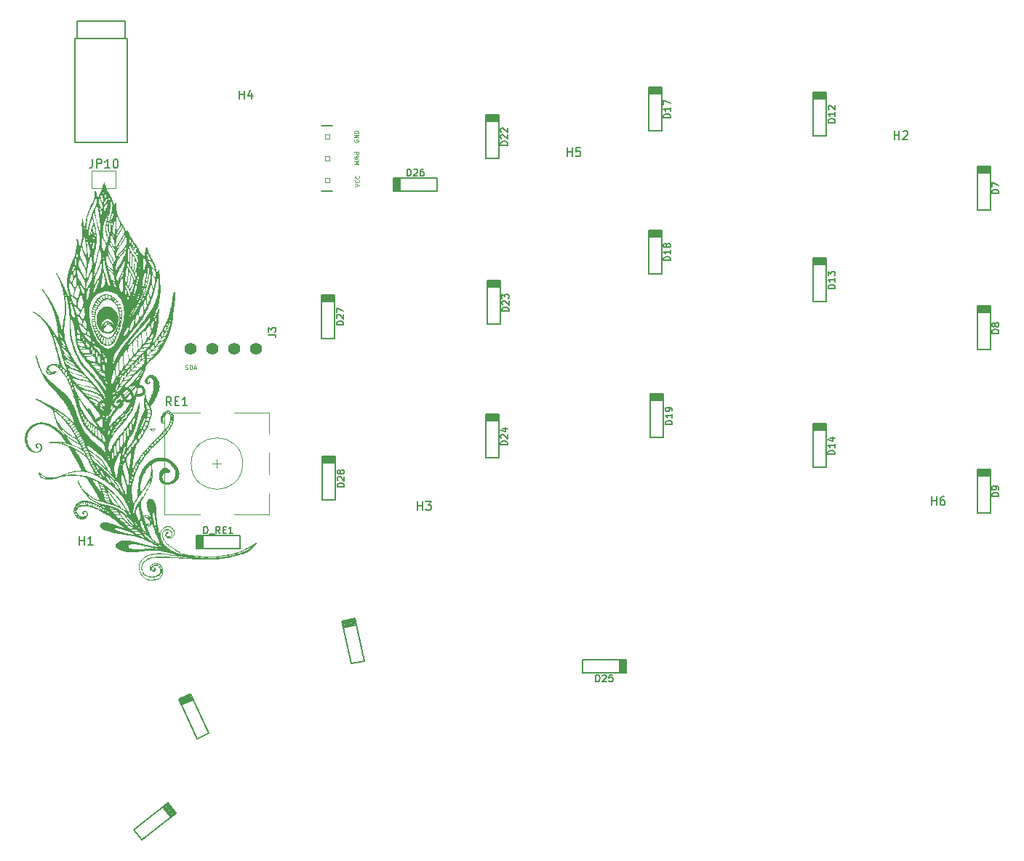
<source format=gbr>
%TF.GenerationSoftware,KiCad,Pcbnew,(5.99.0-11550-g369d813a32)*%
%TF.CreationDate,2022-01-17T19:26:53+05:30*%
%TF.ProjectId,Pteron36v0,50746572-6f6e-4333-9676-302e6b696361,rev?*%
%TF.SameCoordinates,Original*%
%TF.FileFunction,Legend,Top*%
%TF.FilePolarity,Positive*%
%FSLAX46Y46*%
G04 Gerber Fmt 4.6, Leading zero omitted, Abs format (unit mm)*
G04 Created by KiCad (PCBNEW (5.99.0-11550-g369d813a32)) date 2022-01-17 19:26:53*
%MOMM*%
%LPD*%
G01*
G04 APERTURE LIST*
%ADD10C,0.125000*%
%ADD11C,0.150000*%
%ADD12C,0.300000*%
%ADD13C,0.066040*%
%ADD14C,0.120000*%
%ADD15C,0.203200*%
%ADD16C,1.397000*%
G04 APERTURE END LIST*
D10*
X146059577Y-73411763D02*
X146559577Y-73411763D01*
X146559577Y-73602239D01*
X146535768Y-73649858D01*
X146511958Y-73673667D01*
X146464339Y-73697477D01*
X146392910Y-73697477D01*
X146345291Y-73673667D01*
X146321482Y-73649858D01*
X146297672Y-73602239D01*
X146297672Y-73411763D01*
X146559577Y-73864144D02*
X146059577Y-73983191D01*
X146416720Y-74078429D01*
X146059577Y-74173667D01*
X146559577Y-74292715D01*
X146059577Y-74483191D02*
X146559577Y-74483191D01*
X146202434Y-74649858D01*
X146559577Y-74816524D01*
X146059577Y-74816524D01*
X146138958Y-77447809D02*
X146638958Y-77281143D01*
X146138958Y-77114476D01*
X146591339Y-76662095D02*
X146615148Y-76685904D01*
X146638958Y-76757333D01*
X146638958Y-76804952D01*
X146615148Y-76876381D01*
X146567529Y-76924000D01*
X146519910Y-76947809D01*
X146424672Y-76971619D01*
X146353244Y-76971619D01*
X146258006Y-76947809D01*
X146210387Y-76924000D01*
X146162768Y-76876381D01*
X146138958Y-76804952D01*
X146138958Y-76757333D01*
X146162768Y-76685904D01*
X146186577Y-76662095D01*
X146591339Y-76162095D02*
X146615148Y-76185904D01*
X146638958Y-76257333D01*
X146638958Y-76304952D01*
X146615148Y-76376381D01*
X146567529Y-76424000D01*
X146519910Y-76447809D01*
X146424672Y-76471619D01*
X146353244Y-76471619D01*
X146258006Y-76447809D01*
X146210387Y-76424000D01*
X146162768Y-76376381D01*
X146138958Y-76304952D01*
X146138958Y-76257333D01*
X146162768Y-76185904D01*
X146186577Y-76162095D01*
X146035769Y-71955095D02*
X146011959Y-72002714D01*
X146011959Y-72074143D01*
X146035769Y-72145571D01*
X146083388Y-72193190D01*
X146131007Y-72217000D01*
X146226245Y-72240809D01*
X146297673Y-72240809D01*
X146392911Y-72217000D01*
X146440530Y-72193190D01*
X146488149Y-72145571D01*
X146511959Y-72074143D01*
X146511959Y-72026523D01*
X146488149Y-71955095D01*
X146464340Y-71931285D01*
X146297673Y-71931285D01*
X146297673Y-72026523D01*
X146511959Y-71717000D02*
X146011959Y-71717000D01*
X146511959Y-71431285D01*
X146011959Y-71431285D01*
X146511959Y-71193190D02*
X146011959Y-71193190D01*
X146011959Y-71074143D01*
X146035769Y-71002714D01*
X146083388Y-70955095D01*
X146131007Y-70931285D01*
X146226245Y-70907476D01*
X146297673Y-70907476D01*
X146392911Y-70931285D01*
X146440530Y-70955095D01*
X146488149Y-71002714D01*
X146511959Y-71074143D01*
X146511959Y-71193190D01*
X126374626Y-98700523D02*
X126446054Y-98724333D01*
X126565102Y-98724333D01*
X126612721Y-98700523D01*
X126636530Y-98676714D01*
X126660340Y-98629095D01*
X126660340Y-98581476D01*
X126636530Y-98533857D01*
X126612721Y-98510047D01*
X126565102Y-98486238D01*
X126469864Y-98462428D01*
X126422245Y-98438619D01*
X126398435Y-98414809D01*
X126374626Y-98367190D01*
X126374626Y-98319571D01*
X126398435Y-98271952D01*
X126422245Y-98248143D01*
X126469864Y-98224333D01*
X126588911Y-98224333D01*
X126660340Y-98248143D01*
X126874626Y-98724333D02*
X126874626Y-98224333D01*
X126993673Y-98224333D01*
X127065102Y-98248143D01*
X127112721Y-98295762D01*
X127136530Y-98343381D01*
X127160340Y-98438619D01*
X127160340Y-98510047D01*
X127136530Y-98605285D01*
X127112721Y-98652904D01*
X127065102Y-98700523D01*
X126993673Y-98724333D01*
X126874626Y-98724333D01*
X127350816Y-98581476D02*
X127588911Y-98581476D01*
X127303197Y-98724333D02*
X127469864Y-98224333D01*
X127636530Y-98724333D01*
D11*
%TO.C,D22*%
X163876065Y-72578125D02*
X163076065Y-72578125D01*
X163076065Y-72387649D01*
X163114161Y-72273363D01*
X163190351Y-72197173D01*
X163266541Y-72159077D01*
X163418922Y-72120982D01*
X163533208Y-72120982D01*
X163685589Y-72159077D01*
X163761780Y-72197173D01*
X163837970Y-72273363D01*
X163876065Y-72387649D01*
X163876065Y-72578125D01*
X163152256Y-71816220D02*
X163114161Y-71778125D01*
X163076065Y-71701935D01*
X163076065Y-71511458D01*
X163114161Y-71435268D01*
X163152256Y-71397173D01*
X163228446Y-71359077D01*
X163304637Y-71359077D01*
X163418922Y-71397173D01*
X163876065Y-71854316D01*
X163876065Y-71359077D01*
X163152256Y-71054316D02*
X163114161Y-71016220D01*
X163076065Y-70940030D01*
X163076065Y-70749554D01*
X163114161Y-70673363D01*
X163152256Y-70635268D01*
X163228446Y-70597173D01*
X163304637Y-70597173D01*
X163418922Y-70635268D01*
X163876065Y-71092411D01*
X163876065Y-70597173D01*
%TO.C,D19*%
X183051074Y-105137959D02*
X182251074Y-105137959D01*
X182251074Y-104947483D01*
X182289170Y-104833197D01*
X182365360Y-104757007D01*
X182441550Y-104718911D01*
X182593931Y-104680816D01*
X182708217Y-104680816D01*
X182860598Y-104718911D01*
X182936789Y-104757007D01*
X183012979Y-104833197D01*
X183051074Y-104947483D01*
X183051074Y-105137959D01*
X183051074Y-103918911D02*
X183051074Y-104376054D01*
X183051074Y-104147483D02*
X182251074Y-104147483D01*
X182365360Y-104223673D01*
X182441550Y-104299864D01*
X182479646Y-104376054D01*
X183051074Y-103537959D02*
X183051074Y-103385578D01*
X183012979Y-103309388D01*
X182974884Y-103271292D01*
X182860598Y-103195102D01*
X182708217Y-103157007D01*
X182403455Y-103157007D01*
X182327265Y-103195102D01*
X182289170Y-103233197D01*
X182251074Y-103309388D01*
X182251074Y-103461769D01*
X182289170Y-103537959D01*
X182327265Y-103576054D01*
X182403455Y-103614150D01*
X182593931Y-103614150D01*
X182670122Y-103576054D01*
X182708217Y-103537959D01*
X182746312Y-103461769D01*
X182746312Y-103309388D01*
X182708217Y-103233197D01*
X182670122Y-103195102D01*
X182593931Y-103157007D01*
%TO.C,D26*%
X152172340Y-76174847D02*
X152172340Y-75374847D01*
X152362816Y-75374847D01*
X152477102Y-75412943D01*
X152553292Y-75489133D01*
X152591388Y-75565323D01*
X152629483Y-75717704D01*
X152629483Y-75831990D01*
X152591388Y-75984371D01*
X152553292Y-76060562D01*
X152477102Y-76136752D01*
X152362816Y-76174847D01*
X152172340Y-76174847D01*
X152934245Y-75451038D02*
X152972340Y-75412943D01*
X153048530Y-75374847D01*
X153239007Y-75374847D01*
X153315197Y-75412943D01*
X153353292Y-75451038D01*
X153391388Y-75527228D01*
X153391388Y-75603419D01*
X153353292Y-75717704D01*
X152896149Y-76174847D01*
X153391388Y-76174847D01*
X154077102Y-75374847D02*
X153924721Y-75374847D01*
X153848530Y-75412943D01*
X153810435Y-75451038D01*
X153734245Y-75565323D01*
X153696149Y-75717704D01*
X153696149Y-76022466D01*
X153734245Y-76098657D01*
X153772340Y-76136752D01*
X153848530Y-76174847D01*
X154000911Y-76174847D01*
X154077102Y-76136752D01*
X154115197Y-76098657D01*
X154153292Y-76022466D01*
X154153292Y-75831990D01*
X154115197Y-75755800D01*
X154077102Y-75717704D01*
X154000911Y-75679609D01*
X153848530Y-75679609D01*
X153772340Y-75717704D01*
X153734245Y-75755800D01*
X153696149Y-75831990D01*
%TO.C,D28*%
X144853919Y-112418610D02*
X144053919Y-112418610D01*
X144053919Y-112228134D01*
X144092015Y-112113848D01*
X144168205Y-112037658D01*
X144244395Y-111999562D01*
X144396776Y-111961467D01*
X144511062Y-111961467D01*
X144663443Y-111999562D01*
X144739634Y-112037658D01*
X144815824Y-112113848D01*
X144853919Y-112228134D01*
X144853919Y-112418610D01*
X144130110Y-111656705D02*
X144092015Y-111618610D01*
X144053919Y-111542420D01*
X144053919Y-111351943D01*
X144092015Y-111275753D01*
X144130110Y-111237658D01*
X144206300Y-111199562D01*
X144282491Y-111199562D01*
X144396776Y-111237658D01*
X144853919Y-111694801D01*
X144853919Y-111199562D01*
X144396776Y-110742420D02*
X144358681Y-110818610D01*
X144320586Y-110856705D01*
X144244395Y-110894801D01*
X144206300Y-110894801D01*
X144130110Y-110856705D01*
X144092015Y-110818610D01*
X144053919Y-110742420D01*
X144053919Y-110590039D01*
X144092015Y-110513848D01*
X144130110Y-110475753D01*
X144206300Y-110437658D01*
X144244395Y-110437658D01*
X144320586Y-110475753D01*
X144358681Y-110513848D01*
X144396776Y-110590039D01*
X144396776Y-110742420D01*
X144434872Y-110818610D01*
X144472967Y-110856705D01*
X144549157Y-110894801D01*
X144701538Y-110894801D01*
X144777729Y-110856705D01*
X144815824Y-110818610D01*
X144853919Y-110742420D01*
X144853919Y-110590039D01*
X144815824Y-110513848D01*
X144777729Y-110475753D01*
X144701538Y-110437658D01*
X144549157Y-110437658D01*
X144472967Y-110475753D01*
X144434872Y-110513848D01*
X144396776Y-110590039D01*
%TO.C,D27*%
X144761751Y-93564832D02*
X143961751Y-93564832D01*
X143961751Y-93374356D01*
X143999847Y-93260070D01*
X144076037Y-93183880D01*
X144152227Y-93145784D01*
X144304608Y-93107689D01*
X144418894Y-93107689D01*
X144571275Y-93145784D01*
X144647466Y-93183880D01*
X144723656Y-93260070D01*
X144761751Y-93374356D01*
X144761751Y-93564832D01*
X144037942Y-92802927D02*
X143999847Y-92764832D01*
X143961751Y-92688642D01*
X143961751Y-92498165D01*
X143999847Y-92421975D01*
X144037942Y-92383880D01*
X144114132Y-92345784D01*
X144190323Y-92345784D01*
X144304608Y-92383880D01*
X144761751Y-92841023D01*
X144761751Y-92345784D01*
X143961751Y-92079118D02*
X143961751Y-91545784D01*
X144761751Y-91888642D01*
%TO.C,D14*%
X201975081Y-108603931D02*
X201175081Y-108603931D01*
X201175081Y-108413455D01*
X201213177Y-108299169D01*
X201289367Y-108222979D01*
X201365557Y-108184883D01*
X201517938Y-108146788D01*
X201632224Y-108146788D01*
X201784605Y-108184883D01*
X201860796Y-108222979D01*
X201936986Y-108299169D01*
X201975081Y-108413455D01*
X201975081Y-108603931D01*
X201975081Y-107384883D02*
X201975081Y-107842026D01*
X201975081Y-107613455D02*
X201175081Y-107613455D01*
X201289367Y-107689645D01*
X201365557Y-107765836D01*
X201403653Y-107842026D01*
X201441748Y-106699169D02*
X201975081Y-106699169D01*
X201136986Y-106889645D02*
X201708415Y-107080122D01*
X201708415Y-106584883D01*
%TO.C,D24*%
X163866281Y-107505128D02*
X163066281Y-107505128D01*
X163066281Y-107314652D01*
X163104377Y-107200366D01*
X163180567Y-107124176D01*
X163256757Y-107086080D01*
X163409138Y-107047985D01*
X163523424Y-107047985D01*
X163675805Y-107086080D01*
X163751996Y-107124176D01*
X163828186Y-107200366D01*
X163866281Y-107314652D01*
X163866281Y-107505128D01*
X163142472Y-106743223D02*
X163104377Y-106705128D01*
X163066281Y-106628938D01*
X163066281Y-106438461D01*
X163104377Y-106362271D01*
X163142472Y-106324176D01*
X163218662Y-106286080D01*
X163294853Y-106286080D01*
X163409138Y-106324176D01*
X163866281Y-106781319D01*
X163866281Y-106286080D01*
X163332948Y-105600366D02*
X163866281Y-105600366D01*
X163028186Y-105790842D02*
X163599615Y-105981319D01*
X163599615Y-105486080D01*
%TO.C,D9*%
X221082092Y-113547311D02*
X220282092Y-113547311D01*
X220282092Y-113356835D01*
X220320188Y-113242549D01*
X220396378Y-113166358D01*
X220472568Y-113128263D01*
X220624949Y-113090168D01*
X220739235Y-113090168D01*
X220891616Y-113128263D01*
X220967807Y-113166358D01*
X221043997Y-113242549D01*
X221082092Y-113356835D01*
X221082092Y-113547311D01*
X221082092Y-112709215D02*
X221082092Y-112556835D01*
X221043997Y-112480644D01*
X221005902Y-112442549D01*
X220891616Y-112366358D01*
X220739235Y-112328263D01*
X220434473Y-112328263D01*
X220358283Y-112366358D01*
X220320188Y-112404454D01*
X220282092Y-112480644D01*
X220282092Y-112633025D01*
X220320188Y-112709215D01*
X220358283Y-112747311D01*
X220434473Y-112785406D01*
X220624949Y-112785406D01*
X220701140Y-112747311D01*
X220739235Y-112709215D01*
X220777330Y-112633025D01*
X220777330Y-112480644D01*
X220739235Y-112404454D01*
X220701140Y-112366358D01*
X220624949Y-112328263D01*
%TO.C,D13*%
X202004238Y-89297368D02*
X201204238Y-89297368D01*
X201204238Y-89106892D01*
X201242334Y-88992606D01*
X201318524Y-88916416D01*
X201394714Y-88878320D01*
X201547095Y-88840225D01*
X201661381Y-88840225D01*
X201813762Y-88878320D01*
X201889953Y-88916416D01*
X201966143Y-88992606D01*
X202004238Y-89106892D01*
X202004238Y-89297368D01*
X202004238Y-88078320D02*
X202004238Y-88535463D01*
X202004238Y-88306892D02*
X201204238Y-88306892D01*
X201318524Y-88383082D01*
X201394714Y-88459273D01*
X201432810Y-88535463D01*
X201204238Y-87811654D02*
X201204238Y-87316416D01*
X201509000Y-87583082D01*
X201509000Y-87468797D01*
X201547095Y-87392606D01*
X201585191Y-87354511D01*
X201661381Y-87316416D01*
X201851857Y-87316416D01*
X201928048Y-87354511D01*
X201966143Y-87392606D01*
X202004238Y-87468797D01*
X202004238Y-87697368D01*
X201966143Y-87773559D01*
X201928048Y-87811654D01*
%TO.C,D17*%
X182845673Y-69395970D02*
X182045673Y-69395970D01*
X182045673Y-69205494D01*
X182083769Y-69091208D01*
X182159959Y-69015018D01*
X182236149Y-68976922D01*
X182388530Y-68938827D01*
X182502816Y-68938827D01*
X182655197Y-68976922D01*
X182731388Y-69015018D01*
X182807578Y-69091208D01*
X182845673Y-69205494D01*
X182845673Y-69395970D01*
X182845673Y-68176922D02*
X182845673Y-68634065D01*
X182845673Y-68405494D02*
X182045673Y-68405494D01*
X182159959Y-68481684D01*
X182236149Y-68557875D01*
X182274245Y-68634065D01*
X182045673Y-67910256D02*
X182045673Y-67376922D01*
X182845673Y-67719780D01*
%TO.C,D8*%
X221082093Y-94512411D02*
X220282093Y-94512411D01*
X220282093Y-94321935D01*
X220320189Y-94207649D01*
X220396379Y-94131458D01*
X220472569Y-94093363D01*
X220624950Y-94055268D01*
X220739236Y-94055268D01*
X220891617Y-94093363D01*
X220967808Y-94131458D01*
X221043998Y-94207649D01*
X221082093Y-94321935D01*
X221082093Y-94512411D01*
X220624950Y-93598125D02*
X220586855Y-93674315D01*
X220548760Y-93712411D01*
X220472569Y-93750506D01*
X220434474Y-93750506D01*
X220358284Y-93712411D01*
X220320189Y-93674315D01*
X220282093Y-93598125D01*
X220282093Y-93445744D01*
X220320189Y-93369554D01*
X220358284Y-93331458D01*
X220434474Y-93293363D01*
X220472569Y-93293363D01*
X220548760Y-93331458D01*
X220586855Y-93369554D01*
X220624950Y-93445744D01*
X220624950Y-93598125D01*
X220663046Y-93674315D01*
X220701141Y-93712411D01*
X220777331Y-93750506D01*
X220929712Y-93750506D01*
X221005903Y-93712411D01*
X221043998Y-93674315D01*
X221082093Y-93598125D01*
X221082093Y-93445744D01*
X221043998Y-93369554D01*
X221005903Y-93331458D01*
X220929712Y-93293363D01*
X220777331Y-93293363D01*
X220701141Y-93331458D01*
X220663046Y-93369554D01*
X220624950Y-93445744D01*
%TO.C,D23*%
X164028021Y-91933212D02*
X163228021Y-91933212D01*
X163228021Y-91742736D01*
X163266117Y-91628450D01*
X163342307Y-91552260D01*
X163418497Y-91514164D01*
X163570878Y-91476069D01*
X163685164Y-91476069D01*
X163837545Y-91514164D01*
X163913736Y-91552260D01*
X163989926Y-91628450D01*
X164028021Y-91742736D01*
X164028021Y-91933212D01*
X163304212Y-91171307D02*
X163266117Y-91133212D01*
X163228021Y-91057022D01*
X163228021Y-90866545D01*
X163266117Y-90790355D01*
X163304212Y-90752260D01*
X163380402Y-90714164D01*
X163456593Y-90714164D01*
X163570878Y-90752260D01*
X164028021Y-91209403D01*
X164028021Y-90714164D01*
X163228021Y-90447498D02*
X163228021Y-89952260D01*
X163532783Y-90218926D01*
X163532783Y-90104641D01*
X163570878Y-90028450D01*
X163608974Y-89990355D01*
X163685164Y-89952260D01*
X163875640Y-89952260D01*
X163951831Y-89990355D01*
X163989926Y-90028450D01*
X164028021Y-90104641D01*
X164028021Y-90333212D01*
X163989926Y-90409403D01*
X163951831Y-90447498D01*
%TO.C,D18*%
X182845674Y-86032971D02*
X182045674Y-86032971D01*
X182045674Y-85842495D01*
X182083770Y-85728209D01*
X182159960Y-85652019D01*
X182236150Y-85613923D01*
X182388531Y-85575828D01*
X182502817Y-85575828D01*
X182655198Y-85613923D01*
X182731389Y-85652019D01*
X182807579Y-85728209D01*
X182845674Y-85842495D01*
X182845674Y-86032971D01*
X182845674Y-84813923D02*
X182845674Y-85271066D01*
X182845674Y-85042495D02*
X182045674Y-85042495D01*
X182159960Y-85118685D01*
X182236150Y-85194876D01*
X182274246Y-85271066D01*
X182388531Y-84356781D02*
X182350436Y-84432971D01*
X182312341Y-84471066D01*
X182236150Y-84509162D01*
X182198055Y-84509162D01*
X182121865Y-84471066D01*
X182083770Y-84432971D01*
X182045674Y-84356781D01*
X182045674Y-84204400D01*
X182083770Y-84128209D01*
X182121865Y-84090114D01*
X182198055Y-84052019D01*
X182236150Y-84052019D01*
X182312341Y-84090114D01*
X182350436Y-84128209D01*
X182388531Y-84204400D01*
X182388531Y-84356781D01*
X182426627Y-84432971D01*
X182464722Y-84471066D01*
X182540912Y-84509162D01*
X182693293Y-84509162D01*
X182769484Y-84471066D01*
X182807579Y-84432971D01*
X182845674Y-84356781D01*
X182845674Y-84204400D01*
X182807579Y-84128209D01*
X182769484Y-84090114D01*
X182693293Y-84052019D01*
X182540912Y-84052019D01*
X182464722Y-84090114D01*
X182426627Y-84128209D01*
X182388531Y-84204400D01*
%TO.C,D12*%
X202004237Y-69954770D02*
X201204237Y-69954770D01*
X201204237Y-69764294D01*
X201242333Y-69650008D01*
X201318523Y-69573818D01*
X201394713Y-69535722D01*
X201547094Y-69497627D01*
X201661380Y-69497627D01*
X201813761Y-69535722D01*
X201889952Y-69573818D01*
X201966142Y-69650008D01*
X202004237Y-69764294D01*
X202004237Y-69954770D01*
X202004237Y-68735722D02*
X202004237Y-69192865D01*
X202004237Y-68964294D02*
X201204237Y-68964294D01*
X201318523Y-69040484D01*
X201394713Y-69116675D01*
X201432809Y-69192865D01*
X201280428Y-68430961D02*
X201242333Y-68392865D01*
X201204237Y-68316675D01*
X201204237Y-68126199D01*
X201242333Y-68050008D01*
X201280428Y-68011913D01*
X201356618Y-67973818D01*
X201432809Y-67973818D01*
X201547094Y-68011913D01*
X202004237Y-68469056D01*
X202004237Y-67973818D01*
%TO.C,D7*%
X221082094Y-78207992D02*
X220282094Y-78207992D01*
X220282094Y-78017516D01*
X220320190Y-77903230D01*
X220396380Y-77827039D01*
X220472570Y-77788944D01*
X220624951Y-77750849D01*
X220739237Y-77750849D01*
X220891618Y-77788944D01*
X220967809Y-77827039D01*
X221043999Y-77903230D01*
X221082094Y-78017516D01*
X221082094Y-78207992D01*
X220282094Y-77484182D02*
X220282094Y-76950849D01*
X221082094Y-77293706D01*
%TO.C,J3*%
X136071663Y-94680076D02*
X136652234Y-94680076D01*
X136768348Y-94718781D01*
X136845758Y-94796190D01*
X136884463Y-94912304D01*
X136884463Y-94989714D01*
X136071663Y-94370438D02*
X136071663Y-93867276D01*
X136381301Y-94138209D01*
X136381301Y-94022095D01*
X136420006Y-93944685D01*
X136458710Y-93905981D01*
X136536120Y-93867276D01*
X136729644Y-93867276D01*
X136807053Y-93905981D01*
X136845758Y-93944685D01*
X136884463Y-94022095D01*
X136884463Y-94254323D01*
X136845758Y-94331733D01*
X136807053Y-94370438D01*
%TO.C,D_RE1*%
X128538256Y-117845905D02*
X128538256Y-117045905D01*
X128728732Y-117045905D01*
X128843018Y-117084001D01*
X128919208Y-117160191D01*
X128957303Y-117236381D01*
X128995399Y-117388762D01*
X128995399Y-117503048D01*
X128957303Y-117655429D01*
X128919208Y-117731620D01*
X128843018Y-117807810D01*
X128728732Y-117845905D01*
X128538256Y-117845905D01*
X129147779Y-117922096D02*
X129757303Y-117922096D01*
X130404922Y-117845905D02*
X130138256Y-117464953D01*
X129947779Y-117845905D02*
X129947779Y-117045905D01*
X130252541Y-117045905D01*
X130328732Y-117084001D01*
X130366827Y-117122096D01*
X130404922Y-117198286D01*
X130404922Y-117312572D01*
X130366827Y-117388762D01*
X130328732Y-117426858D01*
X130252541Y-117464953D01*
X129947779Y-117464953D01*
X130747779Y-117426858D02*
X131014446Y-117426858D01*
X131128732Y-117845905D02*
X130747779Y-117845905D01*
X130747779Y-117045905D01*
X131128732Y-117045905D01*
X131890637Y-117845905D02*
X131433494Y-117845905D01*
X131662065Y-117845905D02*
X131662065Y-117045905D01*
X131585875Y-117160191D01*
X131509684Y-117236381D01*
X131433494Y-117274477D01*
%TO.C,RE1*%
X124730952Y-102952380D02*
X124397619Y-102476190D01*
X124159523Y-102952380D02*
X124159523Y-101952380D01*
X124540476Y-101952380D01*
X124635714Y-102000000D01*
X124683333Y-102047619D01*
X124730952Y-102142857D01*
X124730952Y-102285714D01*
X124683333Y-102380952D01*
X124635714Y-102428571D01*
X124540476Y-102476190D01*
X124159523Y-102476190D01*
X125159523Y-102428571D02*
X125492857Y-102428571D01*
X125635714Y-102952380D02*
X125159523Y-102952380D01*
X125159523Y-101952380D01*
X125635714Y-101952380D01*
X126588095Y-102952380D02*
X126016666Y-102952380D01*
X126302380Y-102952380D02*
X126302380Y-101952380D01*
X126207142Y-102095238D01*
X126111904Y-102190476D01*
X126016666Y-102238095D01*
%TO.C,H2*%
X208913288Y-71925324D02*
X208913288Y-70925324D01*
X208913288Y-71401515D02*
X209484716Y-71401515D01*
X209484716Y-71925324D02*
X209484716Y-70925324D01*
X209913288Y-71020563D02*
X209960907Y-70972944D01*
X210056145Y-70925324D01*
X210294240Y-70925324D01*
X210389478Y-70972944D01*
X210437097Y-71020563D01*
X210484716Y-71115801D01*
X210484716Y-71211039D01*
X210437097Y-71353896D01*
X209865669Y-71925324D01*
X210484716Y-71925324D01*
%TO.C,H4*%
X132646063Y-67226323D02*
X132646063Y-66226323D01*
X132646063Y-66702514D02*
X133217491Y-66702514D01*
X133217491Y-67226323D02*
X133217491Y-66226323D01*
X134122253Y-66559657D02*
X134122253Y-67226323D01*
X133884158Y-66178704D02*
X133646063Y-66892990D01*
X134265110Y-66892990D01*
%TO.C,H5*%
X170815878Y-73906523D02*
X170815878Y-72906523D01*
X170815878Y-73382714D02*
X171387306Y-73382714D01*
X171387306Y-73906523D02*
X171387306Y-72906523D01*
X172339687Y-72906523D02*
X171863497Y-72906523D01*
X171815878Y-73382714D01*
X171863497Y-73335095D01*
X171958735Y-73287476D01*
X172196830Y-73287476D01*
X172292068Y-73335095D01*
X172339687Y-73382714D01*
X172387306Y-73477952D01*
X172387306Y-73716047D01*
X172339687Y-73811285D01*
X172292068Y-73858904D01*
X172196830Y-73906523D01*
X171958735Y-73906523D01*
X171863497Y-73858904D01*
X171815878Y-73811285D01*
D12*
%TO.C,LOGO3*%
X116482161Y-104403348D02*
X115853674Y-104766205D01*
X115091674Y-103446382D01*
X116411496Y-102684382D02*
X116662891Y-102539239D01*
X116824874Y-102529517D01*
X117023143Y-102582643D01*
X117231135Y-102797752D01*
X117485135Y-103237693D01*
X117567429Y-103525373D01*
X117514303Y-103723642D01*
X117424891Y-103859062D01*
X117173496Y-104004205D01*
X117011513Y-104013928D01*
X116813244Y-103960802D01*
X116605253Y-103745693D01*
X116351253Y-103305752D01*
X116268959Y-103018071D01*
X116322085Y-102819802D01*
X116411496Y-102684382D01*
X118270394Y-101694945D02*
X118108411Y-101704668D01*
X117919865Y-101813525D01*
X117767605Y-101985231D01*
X117714479Y-102183500D01*
X117724201Y-102345483D01*
X117806496Y-102633163D01*
X117915353Y-102821710D01*
X118123344Y-103036819D01*
X118258764Y-103126230D01*
X118457033Y-103179356D01*
X118681865Y-103133348D01*
X118807562Y-103060776D01*
X118959823Y-102889071D01*
X118986386Y-102789936D01*
X118732386Y-102349995D01*
X118480991Y-102495138D01*
X119113990Y-101124097D02*
X119365385Y-100978954D01*
X119527368Y-100969231D01*
X119725637Y-101022357D01*
X119933629Y-101237466D01*
X120187629Y-101677407D01*
X120269923Y-101965087D01*
X120216797Y-102163356D01*
X120127385Y-102298776D01*
X119875990Y-102443919D01*
X119714007Y-102453642D01*
X119515738Y-102400516D01*
X119307747Y-102185407D01*
X119053747Y-101745466D01*
X118971453Y-101457786D01*
X119024579Y-101259517D01*
X119113990Y-101124097D01*
X120119570Y-100543525D02*
X120936603Y-100071811D01*
X120786948Y-100828600D01*
X120975494Y-100719743D01*
X121137477Y-100710021D01*
X121236611Y-100736584D01*
X121372031Y-100825995D01*
X121553460Y-101140239D01*
X121563183Y-101302222D01*
X121536620Y-101401356D01*
X121447208Y-101536776D01*
X121070116Y-101754491D01*
X120908133Y-101764213D01*
X120808998Y-101737650D01*
D11*
%TO.C,H6*%
X213238095Y-114552380D02*
X213238095Y-113552380D01*
X213238095Y-114028571D02*
X213809523Y-114028571D01*
X213809523Y-114552380D02*
X213809523Y-113552380D01*
X214714285Y-113552380D02*
X214523809Y-113552380D01*
X214428571Y-113600000D01*
X214380952Y-113647619D01*
X214285714Y-113790476D01*
X214238095Y-113980952D01*
X214238095Y-114361904D01*
X214285714Y-114457142D01*
X214333333Y-114504761D01*
X214428571Y-114552380D01*
X214619047Y-114552380D01*
X214714285Y-114504761D01*
X214761904Y-114457142D01*
X214809523Y-114361904D01*
X214809523Y-114123809D01*
X214761904Y-114028571D01*
X214714285Y-113980952D01*
X214619047Y-113933333D01*
X214428571Y-113933333D01*
X214333333Y-113980952D01*
X214285714Y-114028571D01*
X214238095Y-114123809D01*
%TO.C,D25*%
X174151685Y-135126718D02*
X174151685Y-134326718D01*
X174342161Y-134326718D01*
X174456447Y-134364814D01*
X174532637Y-134441004D01*
X174570733Y-134517194D01*
X174608828Y-134669575D01*
X174608828Y-134783861D01*
X174570733Y-134936242D01*
X174532637Y-135012433D01*
X174456447Y-135088623D01*
X174342161Y-135126718D01*
X174151685Y-135126718D01*
X174913590Y-134402909D02*
X174951685Y-134364814D01*
X175027875Y-134326718D01*
X175218352Y-134326718D01*
X175294542Y-134364814D01*
X175332637Y-134402909D01*
X175370733Y-134479099D01*
X175370733Y-134555290D01*
X175332637Y-134669575D01*
X174875494Y-135126718D01*
X175370733Y-135126718D01*
X176094542Y-134326718D02*
X175713590Y-134326718D01*
X175675494Y-134707671D01*
X175713590Y-134669575D01*
X175789780Y-134631480D01*
X175980256Y-134631480D01*
X176056447Y-134669575D01*
X176094542Y-134707671D01*
X176132637Y-134783861D01*
X176132637Y-134974337D01*
X176094542Y-135050528D01*
X176056447Y-135088623D01*
X175980256Y-135126718D01*
X175789780Y-135126718D01*
X175713590Y-135088623D01*
X175675494Y-135050528D01*
%TO.C,JP10*%
X115590476Y-74252380D02*
X115590476Y-74966666D01*
X115542857Y-75109523D01*
X115447619Y-75204761D01*
X115304761Y-75252380D01*
X115209523Y-75252380D01*
X116066666Y-75252380D02*
X116066666Y-74252380D01*
X116447619Y-74252380D01*
X116542857Y-74300000D01*
X116590476Y-74347619D01*
X116638095Y-74442857D01*
X116638095Y-74585714D01*
X116590476Y-74680952D01*
X116542857Y-74728571D01*
X116447619Y-74776190D01*
X116066666Y-74776190D01*
X117590476Y-75252380D02*
X117019047Y-75252380D01*
X117304761Y-75252380D02*
X117304761Y-74252380D01*
X117209523Y-74395238D01*
X117114285Y-74490476D01*
X117019047Y-74538095D01*
X118209523Y-74252380D02*
X118304761Y-74252380D01*
X118400000Y-74300000D01*
X118447619Y-74347619D01*
X118495238Y-74442857D01*
X118542857Y-74633333D01*
X118542857Y-74871428D01*
X118495238Y-75061904D01*
X118447619Y-75157142D01*
X118400000Y-75204761D01*
X118304761Y-75252380D01*
X118209523Y-75252380D01*
X118114285Y-75204761D01*
X118066666Y-75157142D01*
X118019047Y-75061904D01*
X117971428Y-74871428D01*
X117971428Y-74633333D01*
X118019047Y-74442857D01*
X118066666Y-74347619D01*
X118114285Y-74300000D01*
X118209523Y-74252380D01*
%TO.C,H1*%
X114046095Y-119172380D02*
X114046095Y-118172380D01*
X114046095Y-118648571D02*
X114617523Y-118648571D01*
X114617523Y-119172380D02*
X114617523Y-118172380D01*
X115617523Y-119172380D02*
X115046095Y-119172380D01*
X115331809Y-119172380D02*
X115331809Y-118172380D01*
X115236571Y-118315238D01*
X115141333Y-118410476D01*
X115046095Y-118458095D01*
%TO.C,H3*%
X153416095Y-115108380D02*
X153416095Y-114108380D01*
X153416095Y-114584571D02*
X153987523Y-114584571D01*
X153987523Y-115108380D02*
X153987523Y-114108380D01*
X154368476Y-114108380D02*
X154987523Y-114108380D01*
X154654190Y-114489333D01*
X154797047Y-114489333D01*
X154892285Y-114536952D01*
X154939904Y-114584571D01*
X154987523Y-114679809D01*
X154987523Y-114917904D01*
X154939904Y-115013142D01*
X154892285Y-115060761D01*
X154797047Y-115108380D01*
X154511333Y-115108380D01*
X154416095Y-115060761D01*
X154368476Y-115013142D01*
%TO.C,D22*%
X161352161Y-69041297D02*
X161352161Y-74121297D01*
X162876161Y-74121297D02*
X162876161Y-73613297D01*
X162876161Y-74121297D02*
X162876161Y-69041297D01*
X161352161Y-74121297D02*
X162876161Y-74121297D01*
X162876161Y-69422297D02*
X161352161Y-69422297D01*
X161352161Y-69549297D02*
X162876161Y-69549297D01*
X162876161Y-69803297D02*
X161352161Y-69803297D01*
X162876161Y-69168297D02*
X161352161Y-69168297D01*
X162876161Y-69041297D02*
X161352161Y-69041297D01*
X161352161Y-69295297D02*
X162876161Y-69295297D01*
X162876161Y-69676297D02*
X161352161Y-69676297D01*
%TO.C,D19*%
X182051170Y-106681131D02*
X182051170Y-106173131D01*
X182051170Y-102363131D02*
X180527170Y-102363131D01*
X180527170Y-101855131D02*
X182051170Y-101855131D01*
X180527170Y-106681131D02*
X182051170Y-106681131D01*
X180527170Y-101601131D02*
X180527170Y-106681131D01*
X182051170Y-101982131D02*
X180527170Y-101982131D01*
X182051170Y-101601131D02*
X180527170Y-101601131D01*
X182051170Y-106681131D02*
X182051170Y-101601131D01*
X180527170Y-102109131D02*
X182051170Y-102109131D01*
X182051170Y-102236131D02*
X180527170Y-102236131D01*
X182051170Y-101728131D02*
X180527170Y-101728131D01*
%TO.C,D26*%
X150578369Y-77974943D02*
X155658369Y-77974943D01*
X151340369Y-76450943D02*
X151340369Y-77974943D01*
X150832369Y-77974943D02*
X150832369Y-76450943D01*
X155658369Y-76450943D02*
X150578369Y-76450943D01*
X155658369Y-77974943D02*
X155658369Y-76450943D01*
X155658369Y-76450943D02*
X155150369Y-76450943D01*
X150959369Y-76450943D02*
X150959369Y-77974943D01*
X151086369Y-77974943D02*
X151086369Y-76450943D01*
X151213369Y-76450943D02*
X151213369Y-77974943D01*
X150705369Y-76450943D02*
X150705369Y-77974943D01*
X150578369Y-76450943D02*
X150578369Y-77974943D01*
%TO.C,D28*%
X143854015Y-113961782D02*
X143854015Y-108881782D01*
X143854015Y-109643782D02*
X142330015Y-109643782D01*
X143854015Y-113961782D02*
X143854015Y-113453782D01*
X142330015Y-109389782D02*
X143854015Y-109389782D01*
X142330015Y-113961782D02*
X143854015Y-113961782D01*
X142330015Y-108881782D02*
X142330015Y-113961782D01*
X143854015Y-109262782D02*
X142330015Y-109262782D01*
X142330015Y-109135782D02*
X143854015Y-109135782D01*
X143854015Y-109008782D02*
X142330015Y-109008782D01*
X143854015Y-108881782D02*
X142330015Y-108881782D01*
X143854015Y-109516782D02*
X142330015Y-109516782D01*
%TO.C,D27*%
X142237847Y-95108004D02*
X143761847Y-95108004D01*
X143761847Y-95108004D02*
X143761847Y-90028004D01*
X143761847Y-95108004D02*
X143761847Y-94600004D01*
X142237847Y-90282004D02*
X143761847Y-90282004D01*
X143761847Y-90663004D02*
X142237847Y-90663004D01*
X142237847Y-90536004D02*
X143761847Y-90536004D01*
X143761847Y-90409004D02*
X142237847Y-90409004D01*
X143761847Y-90790004D02*
X142237847Y-90790004D01*
X143761847Y-90028004D02*
X142237847Y-90028004D01*
X143761847Y-90155004D02*
X142237847Y-90155004D01*
X142237847Y-90028004D02*
X142237847Y-95108004D01*
%TO.C,D14*%
X199451177Y-105067103D02*
X199451177Y-110147103D01*
X200975177Y-110147103D02*
X200975177Y-105067103D01*
X200975177Y-105448103D02*
X199451177Y-105448103D01*
X199451177Y-105575103D02*
X200975177Y-105575103D01*
X200975177Y-105702103D02*
X199451177Y-105702103D01*
X200975177Y-105829103D02*
X199451177Y-105829103D01*
X199451177Y-110147103D02*
X200975177Y-110147103D01*
X199451177Y-105321103D02*
X200975177Y-105321103D01*
X200975177Y-105194103D02*
X199451177Y-105194103D01*
X200975177Y-105067103D02*
X199451177Y-105067103D01*
X200975177Y-110147103D02*
X200975177Y-109639103D01*
%TO.C,D24*%
X162866377Y-109048300D02*
X162866377Y-108540300D01*
X162866377Y-104603300D02*
X161342377Y-104603300D01*
X161342377Y-104222300D02*
X162866377Y-104222300D01*
X162866377Y-103968300D02*
X161342377Y-103968300D01*
X161342377Y-109048300D02*
X162866377Y-109048300D01*
X162866377Y-104730300D02*
X161342377Y-104730300D01*
X162866377Y-104095300D02*
X161342377Y-104095300D01*
X162866377Y-109048300D02*
X162866377Y-103968300D01*
X162866377Y-104349300D02*
X161342377Y-104349300D01*
X161342377Y-103968300D02*
X161342377Y-109048300D01*
X161342377Y-104476300D02*
X162866377Y-104476300D01*
%TO.C,D9*%
X220082188Y-110772435D02*
X218558188Y-110772435D01*
X220082188Y-111153435D02*
X218558188Y-111153435D01*
X218558188Y-110645435D02*
X220082188Y-110645435D01*
X218558188Y-110899435D02*
X220082188Y-110899435D01*
X218558188Y-110391435D02*
X218558188Y-115471435D01*
X218558188Y-115471435D02*
X220082188Y-115471435D01*
X220082188Y-115471435D02*
X220082188Y-110391435D01*
X220082188Y-115471435D02*
X220082188Y-114963435D01*
X220082188Y-111026435D02*
X218558188Y-111026435D01*
X220082188Y-110518435D02*
X218558188Y-110518435D01*
X220082188Y-110391435D02*
X218558188Y-110391435D01*
%TO.C,D13*%
X201004334Y-85760540D02*
X199480334Y-85760540D01*
X201004334Y-90840540D02*
X201004334Y-90332540D01*
X201004334Y-86522540D02*
X199480334Y-86522540D01*
X201004334Y-90840540D02*
X201004334Y-85760540D01*
X199480334Y-85760540D02*
X199480334Y-90840540D01*
X199480334Y-90840540D02*
X201004334Y-90840540D01*
X201004334Y-86395540D02*
X199480334Y-86395540D01*
X199480334Y-86268540D02*
X201004334Y-86268540D01*
X199480334Y-86014540D02*
X201004334Y-86014540D01*
X201004334Y-86141540D02*
X199480334Y-86141540D01*
X201004334Y-85887540D02*
X199480334Y-85887540D01*
%TO.C,D17*%
X181845769Y-70939142D02*
X181845769Y-65859142D01*
X181845769Y-66494142D02*
X180321769Y-66494142D01*
X180321769Y-70939142D02*
X181845769Y-70939142D01*
X180321769Y-66113142D02*
X181845769Y-66113142D01*
X181845769Y-70939142D02*
X181845769Y-70431142D01*
X180321769Y-65859142D02*
X180321769Y-70939142D01*
X181845769Y-66621142D02*
X180321769Y-66621142D01*
X181845769Y-65986142D02*
X180321769Y-65986142D01*
X181845769Y-66240142D02*
X180321769Y-66240142D01*
X180321769Y-66367142D02*
X181845769Y-66367142D01*
X181845769Y-65859142D02*
X180321769Y-65859142D01*
%TO.C,D8*%
X218558189Y-91356535D02*
X218558189Y-96436535D01*
X220082189Y-96436535D02*
X220082189Y-91356535D01*
X220082189Y-91483535D02*
X218558189Y-91483535D01*
X220082189Y-96436535D02*
X220082189Y-95928535D01*
X220082189Y-91356535D02*
X218558189Y-91356535D01*
X220082189Y-91737535D02*
X218558189Y-91737535D01*
X218558189Y-96436535D02*
X220082189Y-96436535D01*
X218558189Y-91610535D02*
X220082189Y-91610535D01*
X218558189Y-91864535D02*
X220082189Y-91864535D01*
X220082189Y-92118535D02*
X218558189Y-92118535D01*
X220082189Y-91991535D02*
X218558189Y-91991535D01*
%TO.C,D23*%
X163028117Y-88777384D02*
X161504117Y-88777384D01*
X163028117Y-89158384D02*
X161504117Y-89158384D01*
X163028117Y-89031384D02*
X161504117Y-89031384D01*
X163028117Y-88523384D02*
X161504117Y-88523384D01*
X161504117Y-88396384D02*
X161504117Y-93476384D01*
X163028117Y-93476384D02*
X163028117Y-92968384D01*
X161504117Y-88650384D02*
X163028117Y-88650384D01*
X161504117Y-88904384D02*
X163028117Y-88904384D01*
X161504117Y-93476384D02*
X163028117Y-93476384D01*
X163028117Y-93476384D02*
X163028117Y-88396384D01*
X163028117Y-88396384D02*
X161504117Y-88396384D01*
%TO.C,D18*%
X180321770Y-87576143D02*
X181845770Y-87576143D01*
X180321770Y-83004143D02*
X181845770Y-83004143D01*
X181845770Y-87576143D02*
X181845770Y-87068143D01*
X181845770Y-83258143D02*
X180321770Y-83258143D01*
X180321770Y-82496143D02*
X180321770Y-87576143D01*
X181845770Y-82877143D02*
X180321770Y-82877143D01*
X181845770Y-82623143D02*
X180321770Y-82623143D01*
X181845770Y-87576143D02*
X181845770Y-82496143D01*
X181845770Y-82496143D02*
X180321770Y-82496143D01*
X180321770Y-82750143D02*
X181845770Y-82750143D01*
X181845770Y-83131143D02*
X180321770Y-83131143D01*
%TO.C,D12*%
X201004333Y-67179942D02*
X199480333Y-67179942D01*
X201004333Y-71497942D02*
X201004333Y-66417942D01*
X201004333Y-71497942D02*
X201004333Y-70989942D01*
X201004333Y-67052942D02*
X199480333Y-67052942D01*
X201004333Y-66417942D02*
X199480333Y-66417942D01*
X199480333Y-66671942D02*
X201004333Y-66671942D01*
X201004333Y-66544942D02*
X199480333Y-66544942D01*
X199480333Y-71497942D02*
X201004333Y-71497942D01*
X199480333Y-66417942D02*
X199480333Y-71497942D01*
X199480333Y-66925942D02*
X201004333Y-66925942D01*
X201004333Y-66798942D02*
X199480333Y-66798942D01*
%TO.C,D7*%
X220082190Y-80132116D02*
X220082190Y-79624116D01*
X218558190Y-75052116D02*
X218558190Y-80132116D01*
X220082190Y-75433116D02*
X218558190Y-75433116D01*
X218558190Y-75560116D02*
X220082190Y-75560116D01*
X218558190Y-75306116D02*
X220082190Y-75306116D01*
X218558190Y-80132116D02*
X220082190Y-80132116D01*
X220082190Y-75052116D02*
X218558190Y-75052116D01*
X220082190Y-75814116D02*
X218558190Y-75814116D01*
X220082190Y-75179116D02*
X218558190Y-75179116D01*
X220082190Y-80132116D02*
X220082190Y-75052116D01*
X220082190Y-75687116D02*
X218558190Y-75687116D01*
%TO.C,J1*%
X119617769Y-72244144D02*
X113517769Y-72244144D01*
X119617769Y-60144144D02*
X119617769Y-72244144D01*
X119367769Y-58144144D02*
X113767769Y-58144144D01*
X113767769Y-60144144D02*
X113767769Y-58144144D01*
X119367769Y-60144144D02*
X119367769Y-58144144D01*
X113517769Y-60144144D02*
X113517769Y-72244144D01*
X119617769Y-60144144D02*
X113517769Y-60144144D01*
D13*
%TO.C,PWM_PAD2*%
X143110770Y-71320144D02*
X143110770Y-71828144D01*
X142602770Y-71828144D02*
X143110770Y-71828144D01*
X143110770Y-73860144D02*
X143110770Y-74368144D01*
X142602770Y-71320144D02*
X143110770Y-71320144D01*
X142602770Y-76400144D02*
X143110770Y-76400144D01*
X142602770Y-76400144D02*
X142602770Y-76908144D01*
X142602770Y-74368144D02*
X143110770Y-74368144D01*
X143110770Y-76400144D02*
X143110770Y-76908144D01*
X142602770Y-76908144D02*
X143110770Y-76908144D01*
X142602770Y-73860144D02*
X143110770Y-73860144D01*
X142602770Y-73860144D02*
X142602770Y-74368144D01*
X142602770Y-71320144D02*
X142602770Y-71828144D01*
D11*
%TO.C,D_RE1*%
X128264999Y-118122001D02*
X128264999Y-119646001D01*
X132709999Y-118122001D02*
X127629999Y-118122001D01*
X128137999Y-119646001D02*
X128137999Y-118122001D01*
X127629999Y-118122001D02*
X127629999Y-119646001D01*
X128010999Y-118122001D02*
X128010999Y-119646001D01*
X128391999Y-118122001D02*
X128391999Y-119646001D01*
X132709999Y-118122001D02*
X132201999Y-118122001D01*
X132709999Y-119646001D02*
X132709999Y-118122001D01*
X127883999Y-119646001D02*
X127883999Y-118122001D01*
X127756999Y-118122001D02*
X127756999Y-119646001D01*
X127629999Y-119646001D02*
X132709999Y-119646001D01*
D14*
%TO.C,RE1*%
X122850000Y-105600000D02*
X122550000Y-105900000D01*
X128050000Y-115600000D02*
X123950000Y-115600000D01*
X122250000Y-105600000D02*
X122850000Y-105600000D01*
X136150000Y-103800000D02*
X136150000Y-106200000D01*
X130050000Y-109200000D02*
X130050000Y-110200000D01*
X128050000Y-103800000D02*
X123950000Y-103800000D01*
X122550000Y-105900000D02*
X122250000Y-105600000D01*
X136150000Y-115600000D02*
X132050000Y-115600000D01*
X132050000Y-103800000D02*
X136150000Y-103800000D01*
X136150000Y-108400000D02*
X136150000Y-111000000D01*
X123950000Y-103800000D02*
X123950000Y-115600000D01*
X129550000Y-109700000D02*
X130550000Y-109700000D01*
X136150000Y-113200000D02*
X136150000Y-115600000D01*
X133050000Y-109700000D02*
G75*
G03*
X133050000Y-109700000I-3000000J0D01*
G01*
%TO.C,LOGO3*%
G36*
X123554573Y-104882397D02*
G01*
X123529695Y-104826192D01*
X123512359Y-104787028D01*
X123489122Y-104683082D01*
X123488915Y-104677730D01*
X123634869Y-104677730D01*
X123634949Y-104680474D01*
X123641773Y-104716115D01*
X123656435Y-104753019D01*
X123674694Y-104782471D01*
X123690920Y-104795463D01*
X123695133Y-104785878D01*
X123696409Y-104758036D01*
X123695091Y-104718011D01*
X123691527Y-104671877D01*
X123686060Y-104625709D01*
X123679038Y-104585580D01*
X123678952Y-104585194D01*
X123672304Y-104555011D01*
X123652708Y-104597920D01*
X123639808Y-104638038D01*
X123634869Y-104677730D01*
X123488915Y-104677730D01*
X123484692Y-104568386D01*
X123487919Y-104539397D01*
X123498900Y-104440768D01*
X123508958Y-104391701D01*
X123652214Y-104391701D01*
X123655818Y-104432458D01*
X123659529Y-104440318D01*
X123674566Y-104460878D01*
X123685271Y-104466490D01*
X123692322Y-104453352D01*
X123704294Y-104422470D01*
X123719015Y-104379607D01*
X123724594Y-104362277D01*
X123739986Y-104308356D01*
X123745520Y-104274006D01*
X123741543Y-104256470D01*
X123738375Y-104253987D01*
X123723707Y-104251531D01*
X123709217Y-104264204D01*
X123698240Y-104280188D01*
X123666634Y-104339788D01*
X123652214Y-104391701D01*
X123508958Y-104391701D01*
X123514433Y-104364988D01*
X123523751Y-104331232D01*
X123549582Y-104237654D01*
X123592922Y-104125994D01*
X123604148Y-104104730D01*
X123604351Y-104104346D01*
X123780245Y-104104346D01*
X123780629Y-104131195D01*
X123783722Y-104150210D01*
X123790011Y-104177507D01*
X123828202Y-104121408D01*
X123851691Y-104082533D01*
X123869384Y-104045382D01*
X123874707Y-104029223D01*
X123878481Y-104003355D01*
X123875999Y-103991259D01*
X123875899Y-103991228D01*
X123863415Y-103998486D01*
X123842317Y-104019313D01*
X123818112Y-104047196D01*
X123796313Y-104075620D01*
X123782426Y-104098069D01*
X123780245Y-104104346D01*
X123604351Y-104104346D01*
X123648057Y-104021560D01*
X123687237Y-103960421D01*
X123728144Y-103903672D01*
X123923266Y-103903672D01*
X123925639Y-103919117D01*
X123942832Y-103929249D01*
X123967726Y-103922974D01*
X123994349Y-103904283D01*
X124016732Y-103877165D01*
X124027891Y-103850785D01*
X124029698Y-103836484D01*
X124031440Y-103822706D01*
X124027555Y-103807471D01*
X124026349Y-103806866D01*
X124012048Y-103813032D01*
X123986781Y-103832073D01*
X123964770Y-103851714D01*
X123935293Y-103882484D01*
X123923266Y-103903672D01*
X123728144Y-103903672D01*
X123745191Y-103880024D01*
X123801937Y-103813304D01*
X123826090Y-103790332D01*
X124109635Y-103790332D01*
X124122845Y-103811412D01*
X124153027Y-103816776D01*
X124186350Y-103812102D01*
X124237762Y-103800105D01*
X124268745Y-103787568D01*
X124283230Y-103770917D01*
X124285151Y-103746570D01*
X124281631Y-103725426D01*
X124273266Y-103693631D01*
X124270931Y-103688314D01*
X124350876Y-103688314D01*
X124362343Y-103744241D01*
X124388679Y-103790451D01*
X124425962Y-103820849D01*
X124439584Y-103826246D01*
X124468645Y-103833176D01*
X124486313Y-103834029D01*
X124487036Y-103833716D01*
X124492955Y-103820221D01*
X124500901Y-103789250D01*
X124508919Y-103748772D01*
X124523014Y-103668325D01*
X124460316Y-103656163D01*
X124408068Y-103646769D01*
X124375387Y-103644074D01*
X124357889Y-103649367D01*
X124351192Y-103663936D01*
X124350876Y-103688314D01*
X124270931Y-103688314D01*
X124264889Y-103674554D01*
X124262420Y-103672407D01*
X124246923Y-103674708D01*
X124215735Y-103683056D01*
X124185207Y-103692552D01*
X124146678Y-103705908D01*
X124125525Y-103716902D01*
X124115648Y-103730374D01*
X124110951Y-103751164D01*
X124110893Y-103751524D01*
X124109635Y-103790332D01*
X123826090Y-103790332D01*
X123863008Y-103755220D01*
X123933940Y-103700725D01*
X124020265Y-103644776D01*
X124058755Y-103621792D01*
X124120388Y-103585830D01*
X124165751Y-103560405D01*
X124199693Y-103543523D01*
X124227060Y-103533195D01*
X124252696Y-103527429D01*
X124281451Y-103524232D01*
X124299357Y-103522915D01*
X124410642Y-103527223D01*
X124520664Y-103554504D01*
X124626903Y-103603214D01*
X124726836Y-103671807D01*
X124817942Y-103758736D01*
X124897700Y-103862456D01*
X124924733Y-103906341D01*
X124965808Y-103983927D01*
X124995238Y-104056883D01*
X125015254Y-104133065D01*
X125028085Y-104220326D01*
X125033883Y-104290566D01*
X125034860Y-104430139D01*
X125021690Y-104582789D01*
X124995584Y-104742431D01*
X124957756Y-104902987D01*
X124909417Y-105058377D01*
X124852208Y-105201576D01*
X124799612Y-105308861D01*
X124733183Y-105430156D01*
X124655674Y-105561367D01*
X124569836Y-105698399D01*
X124478420Y-105837157D01*
X124384179Y-105973544D01*
X124289862Y-106103467D01*
X124198222Y-106222829D01*
X124112010Y-106327536D01*
X124047429Y-106399446D01*
X124022603Y-106424821D01*
X123981869Y-106465357D01*
X123927074Y-106519259D01*
X123860063Y-106584729D01*
X123782687Y-106659972D01*
X123696791Y-106743190D01*
X123604222Y-106832590D01*
X123506830Y-106926371D01*
X123406735Y-107022475D01*
X123226902Y-107195200D01*
X123063697Y-107352716D01*
X122915736Y-107496500D01*
X122781638Y-107628031D01*
X122660016Y-107748786D01*
X122549491Y-107860243D01*
X122448678Y-107963881D01*
X122356194Y-108061177D01*
X122270656Y-108153609D01*
X122190682Y-108242655D01*
X122114888Y-108329792D01*
X122041890Y-108416500D01*
X121970307Y-108504255D01*
X121898755Y-108594537D01*
X121825850Y-108688821D01*
X121750210Y-108788587D01*
X121734873Y-108809009D01*
X121621893Y-108960981D01*
X121522508Y-109097791D01*
X121434382Y-109222956D01*
X121355178Y-109339996D01*
X121282558Y-109452429D01*
X121214186Y-109563775D01*
X121147724Y-109677551D01*
X121091849Y-109777239D01*
X120968172Y-110012573D01*
X120846485Y-110265292D01*
X120728672Y-110530534D01*
X120616620Y-110803438D01*
X120512215Y-111079142D01*
X120417345Y-111352782D01*
X120333896Y-111619499D01*
X120263754Y-111874429D01*
X120239196Y-111974774D01*
X120207086Y-112112568D01*
X120180591Y-112229658D01*
X120159271Y-112329139D01*
X120142684Y-112414101D01*
X120130390Y-112487635D01*
X120121946Y-112552834D01*
X120116914Y-112612791D01*
X120114853Y-112670597D01*
X120115322Y-112729343D01*
X120117880Y-112792122D01*
X120119233Y-112816419D01*
X120126366Y-112920930D01*
X120136498Y-113044955D01*
X120149116Y-113183707D01*
X120163705Y-113332403D01*
X120179754Y-113486255D01*
X120196748Y-113640476D01*
X120214173Y-113790282D01*
X120231518Y-113930885D01*
X120248266Y-114057501D01*
X120263907Y-114165342D01*
X120264000Y-114165944D01*
X120276082Y-114238443D01*
X120289452Y-114308911D01*
X120303153Y-114373214D01*
X120316224Y-114427212D01*
X120327708Y-114466772D01*
X120336645Y-114487756D01*
X120339122Y-114489986D01*
X120345887Y-114479957D01*
X120358836Y-114451241D01*
X120376067Y-114408330D01*
X120394470Y-114359074D01*
X120463806Y-114178521D01*
X120534277Y-114017857D01*
X120608109Y-113872441D01*
X120687528Y-113737632D01*
X120708007Y-113705823D01*
X120759558Y-113619138D01*
X120795438Y-113537661D01*
X120817873Y-113453719D01*
X120829090Y-113359632D01*
X120831476Y-113280147D01*
X120831643Y-113255243D01*
X120832841Y-113076412D01*
X120835643Y-112893662D01*
X120837590Y-112820672D01*
X121117283Y-112820672D01*
X121118715Y-112884657D01*
X121121291Y-112947405D01*
X121124724Y-113003623D01*
X121128722Y-113048015D01*
X121132998Y-113075289D01*
X121134739Y-113080250D01*
X121142042Y-113088444D01*
X121152243Y-113086399D01*
X121169183Y-113071397D01*
X121196703Y-113040722D01*
X121206123Y-113029779D01*
X121226589Y-113003678D01*
X121258730Y-112959871D01*
X121300652Y-112901120D01*
X121350465Y-112830186D01*
X121406279Y-112749828D01*
X121466202Y-112662807D01*
X121528343Y-112571885D01*
X121590812Y-112479822D01*
X121651716Y-112389379D01*
X121709164Y-112303315D01*
X121761266Y-112224392D01*
X121806131Y-112155372D01*
X121820788Y-112132471D01*
X121927297Y-111959904D01*
X122018380Y-111800230D01*
X122096062Y-111649073D01*
X122162369Y-111502055D01*
X122219328Y-111354799D01*
X122268962Y-111202929D01*
X122297602Y-111102097D01*
X122350459Y-110875933D01*
X122383988Y-110659878D01*
X122398642Y-110449498D01*
X122394875Y-110240354D01*
X122391004Y-110186476D01*
X122384216Y-110119053D01*
X122375268Y-110051266D01*
X122365010Y-109987746D01*
X122354294Y-109933131D01*
X122343971Y-109892052D01*
X122334894Y-109869145D01*
X122332158Y-109866273D01*
X122311592Y-109868599D01*
X122279402Y-109889462D01*
X122237402Y-109926848D01*
X122187406Y-109978745D01*
X122131227Y-110043141D01*
X122070680Y-110118024D01*
X122007580Y-110201380D01*
X121943740Y-110291198D01*
X121927110Y-110315562D01*
X121814756Y-110491379D01*
X121703634Y-110683808D01*
X121597821Y-110885078D01*
X121501391Y-111087414D01*
X121418424Y-111283040D01*
X121414338Y-111293437D01*
X121306255Y-111600500D01*
X121222585Y-111907083D01*
X121163212Y-112213765D01*
X121128015Y-112521125D01*
X121117285Y-112760744D01*
X121117283Y-112820672D01*
X120837590Y-112820672D01*
X120840052Y-112728362D01*
X120846235Y-112576976D01*
X120854365Y-112435969D01*
X120864609Y-112301806D01*
X120877138Y-112170951D01*
X120890217Y-112055479D01*
X120939572Y-111721224D01*
X121004549Y-111405837D01*
X121085227Y-111109187D01*
X121181679Y-110831139D01*
X121293981Y-110571558D01*
X121422210Y-110330311D01*
X121566441Y-110107265D01*
X121726751Y-109902284D01*
X121903215Y-109715237D01*
X122095910Y-109545988D01*
X122304911Y-109394404D01*
X122448565Y-109305846D01*
X122657611Y-109197503D01*
X122869867Y-109111625D01*
X123083970Y-109048430D01*
X123298558Y-109008136D01*
X123512267Y-108990957D01*
X123723736Y-108997111D01*
X123931599Y-109026817D01*
X124040635Y-109052396D01*
X124262754Y-109124079D01*
X124475123Y-109217798D01*
X124679010Y-109334168D01*
X124828700Y-109437865D01*
X125000717Y-109577418D01*
X125154403Y-109724645D01*
X125289229Y-109878283D01*
X125404672Y-110037073D01*
X125500204Y-110199754D01*
X125575300Y-110365064D01*
X125629434Y-110531741D01*
X125662079Y-110698527D01*
X125672712Y-110864159D01*
X125660805Y-111027375D01*
X125625831Y-111186915D01*
X125595271Y-111275993D01*
X125518130Y-111440814D01*
X125421416Y-111590926D01*
X125305666Y-111725707D01*
X125171414Y-111844535D01*
X125019198Y-111946789D01*
X125014499Y-111949513D01*
X124836698Y-112039779D01*
X124654563Y-112108236D01*
X124470789Y-112154027D01*
X124304953Y-112175239D01*
X124152161Y-112175720D01*
X124010113Y-112154873D01*
X123876307Y-112112043D01*
X123748245Y-112046578D01*
X123704502Y-112018323D01*
X123632195Y-111966250D01*
X123575229Y-111917302D01*
X123527600Y-111864893D01*
X123483300Y-111802440D01*
X123437711Y-111725822D01*
X123373702Y-111593052D01*
X123329973Y-111456504D01*
X123305643Y-111312107D01*
X123299832Y-111155792D01*
X123301952Y-111098563D01*
X123318810Y-110945862D01*
X123351601Y-110801712D01*
X123399033Y-110668101D01*
X123459812Y-110547016D01*
X123532645Y-110440446D01*
X123616240Y-110350381D01*
X123709303Y-110278809D01*
X123810541Y-110227716D01*
X123882525Y-110205882D01*
X123995682Y-110192729D01*
X124112452Y-110202670D01*
X124230552Y-110234967D01*
X124347698Y-110288879D01*
X124461603Y-110363666D01*
X124521091Y-110412586D01*
X124588753Y-110481418D01*
X124632139Y-110546650D01*
X124651249Y-110608275D01*
X124648270Y-110658353D01*
X124630760Y-110699157D01*
X124599351Y-110730346D01*
X124552022Y-110752608D01*
X124486744Y-110766633D01*
X124401497Y-110773107D01*
X124310562Y-110773159D01*
X124172133Y-110778646D01*
X124048730Y-110801749D01*
X123941142Y-110842147D01*
X123850157Y-110899512D01*
X123776562Y-110973521D01*
X123756266Y-111001484D01*
X123728448Y-111049926D01*
X123705213Y-111102507D01*
X123693415Y-111140679D01*
X123684042Y-111239938D01*
X123695501Y-111345041D01*
X123726034Y-111452225D01*
X123773877Y-111557721D01*
X123837273Y-111657764D01*
X123914458Y-111748588D01*
X124003674Y-111826426D01*
X124019210Y-111837607D01*
X124116909Y-111892199D01*
X124219341Y-111922709D01*
X124326466Y-111929134D01*
X124438242Y-111911477D01*
X124554630Y-111869738D01*
X124637269Y-111827092D01*
X124761331Y-111745070D01*
X124874257Y-111647857D01*
X124979048Y-111532480D01*
X125078704Y-111395961D01*
X125091023Y-111377149D01*
X125126940Y-111319014D01*
X125153836Y-111267564D01*
X125175504Y-111214026D01*
X125195734Y-111149631D01*
X125206894Y-111109132D01*
X125225897Y-111032468D01*
X125237320Y-110969457D01*
X125242305Y-110910799D01*
X125241989Y-110847195D01*
X125241210Y-110829304D01*
X125234705Y-110757198D01*
X125222887Y-110677159D01*
X125207931Y-110603115D01*
X125202641Y-110582234D01*
X125188550Y-110533154D01*
X125173903Y-110490317D01*
X125156123Y-110448003D01*
X125132637Y-110400491D01*
X125100866Y-110342059D01*
X125069887Y-110287337D01*
X125006183Y-110180773D01*
X124945269Y-110090735D01*
X124881830Y-110010575D01*
X124810552Y-109933643D01*
X124726120Y-109853289D01*
X124714876Y-109843122D01*
X124573503Y-109727363D01*
X124425089Y-109627393D01*
X124272867Y-109544847D01*
X124120072Y-109481356D01*
X123969937Y-109438554D01*
X123884139Y-109423694D01*
X123748175Y-109410807D01*
X123603519Y-109405297D01*
X123457446Y-109407001D01*
X123317230Y-109415753D01*
X123190148Y-109431389D01*
X123139857Y-109440491D01*
X123053186Y-109459839D01*
X122976166Y-109481524D01*
X122902815Y-109507940D01*
X122827158Y-109541484D01*
X122743217Y-109584552D01*
X122649066Y-109637209D01*
X122452737Y-109749970D01*
X122464793Y-109849326D01*
X122469660Y-109889374D01*
X122476930Y-109949122D01*
X122486034Y-110023901D01*
X122496404Y-110109038D01*
X122507470Y-110199861D01*
X122515596Y-110266528D01*
X122535572Y-110439820D01*
X122550592Y-110592451D01*
X122560857Y-110727764D01*
X122566564Y-110849101D01*
X122567914Y-110959809D01*
X122565106Y-111063231D01*
X122564139Y-111081952D01*
X122544845Y-111299031D01*
X122510712Y-111512657D01*
X122460776Y-111726328D01*
X122394069Y-111943543D01*
X122309629Y-112167802D01*
X122206491Y-112402602D01*
X122190716Y-112436069D01*
X122063422Y-112696815D01*
X121937362Y-112939769D01*
X121809001Y-113171217D01*
X121674806Y-113397453D01*
X121531241Y-113624767D01*
X121472893Y-113713644D01*
X121414512Y-113801982D01*
X121368175Y-113873044D01*
X121332168Y-113929890D01*
X121304780Y-113975583D01*
X121284297Y-114013183D01*
X121269009Y-114045754D01*
X121257203Y-114076354D01*
X121247166Y-114108048D01*
X121241892Y-114126645D01*
X121216319Y-114252521D01*
X121204676Y-114395325D01*
X121207012Y-114555527D01*
X121223380Y-114733600D01*
X121253831Y-114930017D01*
X121298415Y-115145248D01*
X121357185Y-115379767D01*
X121390779Y-115500483D01*
X121414458Y-115581735D01*
X121433019Y-115641884D01*
X121447453Y-115683607D01*
X121458749Y-115709581D01*
X121467897Y-115722483D01*
X121473843Y-115725190D01*
X121494981Y-115723205D01*
X121531952Y-115717245D01*
X121575037Y-115708943D01*
X121691961Y-115689286D01*
X121788707Y-115682859D01*
X121865058Y-115689673D01*
X121881175Y-115693513D01*
X121914773Y-115704964D01*
X121957824Y-115723736D01*
X122012612Y-115751011D01*
X122081422Y-115787975D01*
X122166540Y-115835816D01*
X122262627Y-115891273D01*
X122354142Y-115944562D01*
X122347990Y-115898690D01*
X122342359Y-115870955D01*
X122331374Y-115835581D01*
X122313908Y-115789828D01*
X122288839Y-115730950D01*
X122255036Y-115656205D01*
X122211378Y-115562849D01*
X122202254Y-115543578D01*
X122120675Y-115362342D01*
X122555188Y-115362342D01*
X122556338Y-115461695D01*
X122560803Y-115556370D01*
X122569205Y-115654900D01*
X122582172Y-115765811D01*
X122588011Y-115809921D01*
X122597919Y-115874877D01*
X122612585Y-115959929D01*
X122631288Y-116061614D01*
X122653307Y-116176471D01*
X122677918Y-116301039D01*
X122704401Y-116431855D01*
X122732035Y-116565460D01*
X122760097Y-116698389D01*
X122787865Y-116827184D01*
X122814618Y-116948381D01*
X122839635Y-117058519D01*
X122862193Y-117154138D01*
X122881570Y-117231773D01*
X122894014Y-117277623D01*
X122914019Y-117344437D01*
X122937916Y-117419784D01*
X122964286Y-117499641D01*
X122991713Y-117579978D01*
X123018777Y-117656768D01*
X123044063Y-117725987D01*
X123066151Y-117783607D01*
X123083625Y-117825601D01*
X123094548Y-117847185D01*
X123096243Y-117842419D01*
X123093032Y-117817537D01*
X123085555Y-117776343D01*
X123074448Y-117722642D01*
X123071025Y-117707013D01*
X123056760Y-117642228D01*
X123038989Y-117560981D01*
X123019357Y-117470818D01*
X122999507Y-117379281D01*
X122984623Y-117310364D01*
X122960497Y-117190874D01*
X122943179Y-117085852D01*
X122931453Y-116986562D01*
X122924101Y-116884267D01*
X122923428Y-116870812D01*
X122916561Y-116731827D01*
X122910135Y-116613371D01*
X122903778Y-116511432D01*
X122897121Y-116422001D01*
X122889793Y-116341064D01*
X122881423Y-116264613D01*
X122871641Y-116188635D01*
X122860076Y-116109120D01*
X122846357Y-116022056D01*
X122843224Y-116002788D01*
X122824063Y-115886128D01*
X122807925Y-115790659D01*
X122794015Y-115713316D01*
X122781538Y-115651037D01*
X122769701Y-115600756D01*
X122757709Y-115559410D01*
X122744768Y-115523935D01*
X122730085Y-115491266D01*
X122712863Y-115458342D01*
X122692987Y-115423272D01*
X122657657Y-115364317D01*
X122629944Y-115323788D01*
X122607027Y-115297882D01*
X122590471Y-115285269D01*
X122555466Y-115264219D01*
X122555188Y-115362342D01*
X122120675Y-115362342D01*
X122105270Y-115328117D01*
X122023858Y-115123912D01*
X121958195Y-114931802D01*
X121908459Y-114752624D01*
X121874827Y-114587211D01*
X121857477Y-114436403D01*
X121856586Y-114301035D01*
X121872333Y-114181943D01*
X121896085Y-114101396D01*
X121945155Y-114001619D01*
X122007051Y-113921640D01*
X122079667Y-113861763D01*
X122160896Y-113822297D01*
X122248634Y-113803545D01*
X122340776Y-113805814D01*
X122435215Y-113829410D01*
X122529848Y-113874637D01*
X122622568Y-113941803D01*
X122672431Y-113988660D01*
X122721991Y-114048573D01*
X122772652Y-114126092D01*
X122820785Y-114214733D01*
X122862763Y-114308011D01*
X122885621Y-114369820D01*
X122906759Y-114436863D01*
X122924995Y-114504004D01*
X122940664Y-114573975D01*
X122954095Y-114649510D01*
X122965619Y-114733342D01*
X122975567Y-114828206D01*
X122984269Y-114936834D01*
X122992056Y-115061961D01*
X122999260Y-115206319D01*
X123005840Y-115363140D01*
X123028232Y-115788541D01*
X123061513Y-116203149D01*
X123105386Y-116604574D01*
X123159554Y-116990423D01*
X123223721Y-117358307D01*
X123295256Y-117695816D01*
X123318983Y-117794412D01*
X123339163Y-117870206D01*
X123356288Y-117924612D01*
X123370847Y-117959048D01*
X123383333Y-117974929D01*
X123392082Y-117975270D01*
X123398239Y-117961803D01*
X123407917Y-117929299D01*
X123409861Y-117921650D01*
X123489185Y-117921650D01*
X123489278Y-118026459D01*
X123494150Y-118082427D01*
X123501925Y-118137555D01*
X123513626Y-118196065D01*
X123530286Y-118262180D01*
X123552929Y-118340121D01*
X123582586Y-118434114D01*
X123605601Y-118504281D01*
X123632791Y-118585300D01*
X123655412Y-118649103D01*
X123676203Y-118701910D01*
X123697907Y-118749946D01*
X123723262Y-118799433D01*
X123755010Y-118856594D01*
X123779725Y-118899691D01*
X123864309Y-119035364D01*
X123952426Y-119153089D01*
X124049508Y-119258916D01*
X124160980Y-119358902D01*
X124261382Y-119436705D01*
X124309785Y-119473918D01*
X124366865Y-119520275D01*
X124423349Y-119568167D01*
X124447558Y-119589494D01*
X124502179Y-119635281D01*
X124567982Y-119685826D01*
X124634908Y-119733571D01*
X124671587Y-119757838D01*
X124776542Y-119819500D01*
X124901023Y-119884026D01*
X125040477Y-119949489D01*
X125190349Y-120013959D01*
X125346088Y-120075509D01*
X125503136Y-120132209D01*
X125656944Y-120182131D01*
X125712035Y-120198474D01*
X125791269Y-120220616D01*
X125870842Y-120241574D01*
X125946996Y-120260491D01*
X126015970Y-120276504D01*
X126074006Y-120288756D01*
X126117345Y-120296386D01*
X126142228Y-120298534D01*
X126146045Y-120297745D01*
X126141345Y-120289848D01*
X126125234Y-120277865D01*
X126106729Y-120268064D01*
X126069422Y-120249889D01*
X126016907Y-120225032D01*
X125952775Y-120195188D01*
X125880620Y-120162048D01*
X125844690Y-120145693D01*
X125724863Y-120090881D01*
X125623432Y-120043353D01*
X125536158Y-120000877D01*
X125458806Y-119961222D01*
X125387135Y-119922157D01*
X125316909Y-119881449D01*
X125243888Y-119836868D01*
X125172473Y-119791712D01*
X124923208Y-119626194D01*
X124695715Y-119462579D01*
X124490241Y-119301133D01*
X124307031Y-119142121D01*
X124146331Y-118985813D01*
X124008387Y-118832471D01*
X123893445Y-118682363D01*
X123801751Y-118535757D01*
X123733549Y-118392916D01*
X123689087Y-118254110D01*
X123673185Y-118167367D01*
X123666213Y-118025966D01*
X123680427Y-117885536D01*
X123714739Y-117750200D01*
X123768058Y-117624074D01*
X123839296Y-117511278D01*
X123850498Y-117496957D01*
X123922222Y-117425849D01*
X124006311Y-117373969D01*
X124098937Y-117343398D01*
X124145146Y-117336917D01*
X124277381Y-117336745D01*
X124402993Y-117357022D01*
X124519369Y-117396602D01*
X124623894Y-117454339D01*
X124713956Y-117529091D01*
X124785413Y-117617363D01*
X124826328Y-117689252D01*
X124849956Y-117756982D01*
X124857171Y-117827054D01*
X124848842Y-117905968D01*
X124833187Y-117973868D01*
X124805162Y-118059463D01*
X124769395Y-118128711D01*
X124721285Y-118187912D01*
X124656231Y-118243361D01*
X124615350Y-118272022D01*
X124529237Y-118329492D01*
X124607774Y-118325135D01*
X124705092Y-118308563D01*
X124790875Y-118270352D01*
X124864883Y-118210619D01*
X124878356Y-118195981D01*
X124920366Y-118144731D01*
X124951112Y-118097250D01*
X124975060Y-118044983D01*
X124996681Y-117979370D01*
X125002971Y-117957272D01*
X125022676Y-117843430D01*
X125021815Y-117722966D01*
X125001175Y-117601377D01*
X124961548Y-117484156D01*
X124924374Y-117410119D01*
X124860043Y-117314534D01*
X124788466Y-117240064D01*
X124705419Y-117183457D01*
X124606674Y-117141459D01*
X124555552Y-117126346D01*
X124421786Y-117100923D01*
X124292093Y-117097333D01*
X124159602Y-117115434D01*
X124148816Y-117117784D01*
X124098384Y-117129942D01*
X124058638Y-117142665D01*
X124021540Y-117159505D01*
X123979051Y-117184008D01*
X123934189Y-117212544D01*
X123809680Y-117305899D01*
X123703999Y-117411580D01*
X123618127Y-117527792D01*
X123553047Y-117652739D01*
X123509739Y-117784623D01*
X123489185Y-117921650D01*
X123409861Y-117921650D01*
X123419739Y-117882773D01*
X123431174Y-117832617D01*
X123476952Y-117668757D01*
X123540341Y-117520739D01*
X123622743Y-117385964D01*
X123725560Y-117261829D01*
X123755290Y-117231489D01*
X123832350Y-117163356D01*
X123917645Y-117101557D01*
X124004534Y-117050311D01*
X124086377Y-117013837D01*
X124110068Y-117006077D01*
X124191128Y-116988770D01*
X124284136Y-116979240D01*
X124378584Y-116977956D01*
X124463962Y-116985384D01*
X124486120Y-116989358D01*
X124593388Y-117021247D01*
X124701564Y-117070858D01*
X124801472Y-117133528D01*
X124855369Y-117177016D01*
X124922564Y-117248283D01*
X124985685Y-117335240D01*
X125039721Y-117429714D01*
X125079659Y-117523538D01*
X125091165Y-117561330D01*
X125115898Y-117699772D01*
X125117238Y-117834690D01*
X125095671Y-117964238D01*
X125051679Y-118086574D01*
X124985748Y-118199854D01*
X124898362Y-118302233D01*
X124895836Y-118304706D01*
X124844623Y-118350466D01*
X124796237Y-118382503D01*
X124739769Y-118407448D01*
X124709671Y-118417845D01*
X124612189Y-118438621D01*
X124508447Y-118441278D01*
X124405089Y-118426702D01*
X124308763Y-118395776D01*
X124233144Y-118354398D01*
X124147093Y-118283039D01*
X124084570Y-118204758D01*
X124045463Y-118119283D01*
X124029666Y-118026346D01*
X124037070Y-117925673D01*
X124042027Y-117903014D01*
X124045605Y-117886659D01*
X124062568Y-117836533D01*
X124157175Y-117836533D01*
X124209086Y-117815958D01*
X124259276Y-117795535D01*
X124289183Y-117781557D01*
X124301616Y-117772113D01*
X124299381Y-117765292D01*
X124290028Y-117760843D01*
X124248571Y-117752428D01*
X124215673Y-117764069D01*
X124186791Y-117795195D01*
X124157175Y-117836533D01*
X124062568Y-117836533D01*
X124066091Y-117826122D01*
X124095439Y-117764566D01*
X124129800Y-117708373D01*
X124165324Y-117663925D01*
X124194701Y-117639470D01*
X124234365Y-117629145D01*
X124283070Y-117633989D01*
X124332951Y-117651370D01*
X124376141Y-117678657D01*
X124402493Y-117708998D01*
X124418237Y-117749272D01*
X124415572Y-117786800D01*
X124393142Y-117823927D01*
X124349592Y-117862995D01*
X124290848Y-117901978D01*
X124247094Y-117929258D01*
X124219800Y-117949466D01*
X124203999Y-117967510D01*
X124194723Y-117988303D01*
X124191178Y-118000520D01*
X124185845Y-118034012D01*
X124192236Y-118064116D01*
X124209932Y-118098018D01*
X124256883Y-118154557D01*
X124317370Y-118192076D01*
X124388869Y-118210130D01*
X124468853Y-118208266D01*
X124554795Y-118186038D01*
X124599186Y-118167159D01*
X124645750Y-118143422D01*
X124676903Y-118122933D01*
X124700078Y-118099939D01*
X124718684Y-118074676D01*
X124753228Y-118003381D01*
X124770251Y-117921407D01*
X124769656Y-117835371D01*
X124751347Y-117751893D01*
X124724264Y-117692054D01*
X124676008Y-117630502D01*
X124608403Y-117573611D01*
X124526547Y-117523756D01*
X124435537Y-117483313D01*
X124340471Y-117454655D01*
X124246447Y-117440158D01*
X124182730Y-117439789D01*
X124094200Y-117456468D01*
X124007639Y-117492254D01*
X123930583Y-117543331D01*
X123880900Y-117592573D01*
X123834497Y-117663946D01*
X123795870Y-117752884D01*
X123766616Y-117853187D01*
X123748331Y-117958659D01*
X123742610Y-118063102D01*
X123745462Y-118118550D01*
X123756959Y-118199725D01*
X123776639Y-118276766D01*
X123806587Y-118354993D01*
X123848884Y-118439725D01*
X123905616Y-118536286D01*
X123914860Y-118551100D01*
X124002650Y-118680375D01*
X124102913Y-118807668D01*
X124217267Y-118934520D01*
X124347331Y-119062475D01*
X124494724Y-119193072D01*
X124661065Y-119327853D01*
X124847975Y-119468362D01*
X124969437Y-119555192D01*
X125202353Y-119711200D01*
X125430810Y-119847818D01*
X125660625Y-119967953D01*
X125897614Y-120074516D01*
X126147594Y-120170414D01*
X126308620Y-120224812D01*
X126392658Y-120251224D01*
X126470633Y-120274000D01*
X126546220Y-120293847D01*
X126623095Y-120311470D01*
X126704933Y-120327577D01*
X126795412Y-120342875D01*
X126898208Y-120358070D01*
X127016995Y-120373869D01*
X127155450Y-120390979D01*
X127201578Y-120396497D01*
X127505800Y-120432056D01*
X127785891Y-120463490D01*
X128041927Y-120490805D01*
X128273980Y-120514010D01*
X128482123Y-120533108D01*
X128666431Y-120548106D01*
X128826975Y-120559015D01*
X128963830Y-120565836D01*
X129077069Y-120568579D01*
X129110205Y-120568584D01*
X129185170Y-120566768D01*
X129278926Y-120562525D01*
X129385880Y-120556275D01*
X129500436Y-120548437D01*
X129616997Y-120539430D01*
X129729969Y-120529674D01*
X129833757Y-120519586D01*
X129922765Y-120509589D01*
X129957638Y-120505077D01*
X130003361Y-120498895D01*
X130070210Y-120489967D01*
X130154963Y-120478713D01*
X130254399Y-120465562D01*
X130365297Y-120450939D01*
X130484437Y-120435268D01*
X130608594Y-120418975D01*
X130728165Y-120403322D01*
X130935888Y-120375530D01*
X131122046Y-120349145D01*
X131289544Y-120323557D01*
X131441285Y-120298159D01*
X131580176Y-120272340D01*
X131709119Y-120245492D01*
X131831020Y-120217005D01*
X131948783Y-120186270D01*
X132065314Y-120152680D01*
X132183516Y-120115622D01*
X132306294Y-120074490D01*
X132321981Y-120069075D01*
X132510778Y-120000248D01*
X132708845Y-119921615D01*
X132912630Y-119834931D01*
X133118581Y-119741948D01*
X133323140Y-119644416D01*
X133522754Y-119544090D01*
X133713870Y-119442723D01*
X133892933Y-119342064D01*
X134056389Y-119243870D01*
X134200684Y-119149890D01*
X134236473Y-119125060D01*
X134319518Y-119068062D01*
X134399124Y-119016256D01*
X134472469Y-118971260D01*
X134536733Y-118934695D01*
X134589095Y-118908182D01*
X134626736Y-118893340D01*
X134644169Y-118890925D01*
X134674190Y-118906671D01*
X134689214Y-118936182D01*
X134685635Y-118971471D01*
X134683093Y-118977126D01*
X134663329Y-119010174D01*
X134630813Y-119057636D01*
X134588752Y-119115273D01*
X134540353Y-119178841D01*
X134488821Y-119244096D01*
X134437364Y-119306795D01*
X134407389Y-119341964D01*
X134287113Y-119474553D01*
X134167876Y-119592758D01*
X134041257Y-119704852D01*
X134020539Y-119722120D01*
X133948148Y-119777958D01*
X133859811Y-119839702D01*
X133761209Y-119903896D01*
X133658015Y-119967081D01*
X133555909Y-120025798D01*
X133460567Y-120076593D01*
X133377664Y-120116004D01*
X133365075Y-120121382D01*
X133206020Y-120184414D01*
X133027079Y-120248626D01*
X132827256Y-120314337D01*
X132605553Y-120381867D01*
X132360974Y-120451539D01*
X132219210Y-120490119D01*
X131943428Y-120560715D01*
X131668651Y-120624102D01*
X131391085Y-120680927D01*
X131106932Y-120731837D01*
X130812397Y-120777482D01*
X130503684Y-120818507D01*
X130176996Y-120855562D01*
X129939682Y-120879100D01*
X129859600Y-120886441D01*
X129786582Y-120892609D01*
X129717843Y-120897653D01*
X129650588Y-120901620D01*
X129582030Y-120904560D01*
X129509378Y-120906519D01*
X129429842Y-120907548D01*
X129340632Y-120907695D01*
X129238958Y-120907008D01*
X129122030Y-120905535D01*
X128987058Y-120903325D01*
X128831252Y-120900427D01*
X128774783Y-120899327D01*
X128653070Y-120896885D01*
X128576792Y-120895354D01*
X128400294Y-120891574D01*
X128399616Y-120891557D01*
X128242231Y-120887844D01*
X128099545Y-120884029D01*
X127969178Y-120879989D01*
X127848071Y-120875581D01*
X127733168Y-120870670D01*
X127621411Y-120865115D01*
X127509741Y-120858776D01*
X127395099Y-120851515D01*
X127274430Y-120843192D01*
X127144674Y-120833667D01*
X127002772Y-120822802D01*
X126874887Y-120812769D01*
X126852082Y-120811052D01*
X126749442Y-120803320D01*
X126651313Y-120796553D01*
X126618185Y-120794269D01*
X126486166Y-120785909D01*
X126358432Y-120778531D01*
X126240031Y-120772428D01*
X126136013Y-120767890D01*
X126051707Y-120765215D01*
X125946699Y-120762090D01*
X125831425Y-120757399D01*
X125714026Y-120751559D01*
X125602644Y-120744985D01*
X125505418Y-120738090D01*
X125482093Y-120736179D01*
X125385100Y-120728020D01*
X125295880Y-120720745D01*
X125212406Y-120714293D01*
X125132645Y-120708598D01*
X125054568Y-120703599D01*
X124976143Y-120699229D01*
X124895343Y-120695424D01*
X124810135Y-120692123D01*
X124718490Y-120689259D01*
X124618375Y-120686770D01*
X124507763Y-120684590D01*
X124384622Y-120682656D01*
X124246923Y-120680904D01*
X124092634Y-120679271D01*
X123919726Y-120677691D01*
X123726167Y-120676102D01*
X123527615Y-120674572D01*
X123356336Y-120673588D01*
X123207134Y-120673477D01*
X123077549Y-120674353D01*
X122965119Y-120676328D01*
X122867379Y-120679515D01*
X122781869Y-120684025D01*
X122706126Y-120689972D01*
X122637686Y-120697468D01*
X122574088Y-120706625D01*
X122512871Y-120717556D01*
X122491140Y-120721907D01*
X122297807Y-120771132D01*
X122119217Y-120835961D01*
X121956423Y-120915565D01*
X121810480Y-121009118D01*
X121682441Y-121115789D01*
X121573362Y-121234752D01*
X121484295Y-121365178D01*
X121416296Y-121506239D01*
X121388205Y-121588237D01*
X121355245Y-121741114D01*
X121346173Y-121894365D01*
X121360905Y-122045810D01*
X121399357Y-122193267D01*
X121412790Y-122229568D01*
X121472170Y-122348257D01*
X121553065Y-122459764D01*
X121652984Y-122562061D01*
X121769437Y-122653121D01*
X121899934Y-122730914D01*
X122041986Y-122793416D01*
X122146532Y-122826866D01*
X122313469Y-122859766D01*
X122483303Y-122868556D01*
X122654883Y-122853345D01*
X122827061Y-122814240D01*
X122998687Y-122751349D01*
X123011801Y-122745544D01*
X123121093Y-122689139D01*
X123212928Y-122624294D01*
X123294191Y-122545795D01*
X123328035Y-122506001D01*
X123392728Y-122412700D01*
X123434754Y-122319453D01*
X123454679Y-122223007D01*
X123453067Y-122120107D01*
X123430480Y-122007499D01*
X123420339Y-121973356D01*
X123382224Y-121869385D01*
X123338826Y-121786985D01*
X123287083Y-121723830D01*
X123223931Y-121677591D01*
X123146305Y-121645938D01*
X123051144Y-121626542D01*
X122952712Y-121617878D01*
X122864517Y-121614476D01*
X122796046Y-121614832D01*
X122742684Y-121619469D01*
X122699818Y-121628908D01*
X122662834Y-121643668D01*
X122646314Y-121652511D01*
X122590948Y-121696034D01*
X122542434Y-121755913D01*
X122504783Y-121825069D01*
X122482005Y-121896421D01*
X122477215Y-121950989D01*
X122490960Y-122007226D01*
X122523915Y-122055856D01*
X122570830Y-122091407D01*
X122626456Y-122108402D01*
X122628340Y-122108580D01*
X122659722Y-122106224D01*
X122697235Y-122097073D01*
X122700625Y-122095917D01*
X122729590Y-122082760D01*
X122745892Y-122063801D01*
X122757480Y-122029914D01*
X122764081Y-121996322D01*
X122761279Y-121968841D01*
X122746444Y-121940677D01*
X122716946Y-121905039D01*
X122703463Y-121890393D01*
X122677365Y-121860154D01*
X122665103Y-121837208D01*
X122662342Y-121812331D01*
X122662687Y-121803658D01*
X122664978Y-121763111D01*
X122730580Y-121784951D01*
X122801144Y-121815386D01*
X122864689Y-121855771D01*
X122916312Y-121902081D01*
X122951112Y-121950285D01*
X122960726Y-121974034D01*
X122963490Y-122013163D01*
X122956093Y-122064719D01*
X122940626Y-122119852D01*
X122919184Y-122169712D01*
X122911241Y-122183362D01*
X122863433Y-122236833D01*
X122800283Y-122274680D01*
X122725633Y-122296604D01*
X122643323Y-122302307D01*
X122557191Y-122291490D01*
X122471081Y-122263857D01*
X122395334Y-122223425D01*
X122328952Y-122169374D01*
X122280137Y-122104020D01*
X122247414Y-122024453D01*
X122229309Y-121927760D01*
X122226151Y-121889305D01*
X122230964Y-121780067D01*
X122257536Y-121676198D01*
X122304244Y-121581443D01*
X122369460Y-121499546D01*
X122411547Y-121462185D01*
X122450577Y-121436301D01*
X122506363Y-121405280D01*
X122572492Y-121372116D01*
X122642553Y-121339809D01*
X122710135Y-121311354D01*
X122768825Y-121289749D01*
X122800134Y-121280559D01*
X122913437Y-121265228D01*
X123030917Y-121272667D01*
X123150112Y-121302006D01*
X123268565Y-121352375D01*
X123383814Y-121422905D01*
X123493402Y-121512725D01*
X123514854Y-121533351D01*
X123562786Y-121588950D01*
X123613153Y-121661462D01*
X123662124Y-121744062D01*
X123705868Y-121829921D01*
X123740554Y-121912216D01*
X123758185Y-121966977D01*
X123788577Y-122125628D01*
X123795993Y-122284176D01*
X123780682Y-122439845D01*
X123742891Y-122589853D01*
X123691441Y-122714563D01*
X123608517Y-122857117D01*
X123510923Y-122980588D01*
X123399356Y-123084420D01*
X123274514Y-123168056D01*
X123137097Y-123230939D01*
X122993424Y-123271380D01*
X122930863Y-123281597D01*
X122849583Y-123291112D01*
X122755413Y-123299571D01*
X122654183Y-123306621D01*
X122551723Y-123311912D01*
X122453863Y-123315089D01*
X122366435Y-123315802D01*
X122295267Y-123313698D01*
X122294114Y-123313630D01*
X122112648Y-123290972D01*
X121940445Y-123245969D01*
X121778629Y-123179192D01*
X121628322Y-123091210D01*
X121490643Y-122982595D01*
X121366716Y-122853915D01*
X121349538Y-122833111D01*
X121307509Y-122776159D01*
X121259172Y-122702538D01*
X121207827Y-122618075D01*
X121169295Y-122550548D01*
X121156769Y-122528596D01*
X121109297Y-122439930D01*
X121068706Y-122357902D01*
X121038293Y-122288341D01*
X121032140Y-122272140D01*
X120977696Y-122093951D01*
X120946206Y-121921382D01*
X120937869Y-121753538D01*
X120946460Y-121659717D01*
X121026919Y-121659717D01*
X121028373Y-121796574D01*
X121047373Y-121947010D01*
X121083751Y-122109394D01*
X121110225Y-122200401D01*
X121125431Y-122246882D01*
X121141015Y-122288679D01*
X121159237Y-122330470D01*
X121182356Y-122376936D01*
X121212633Y-122432755D01*
X121252327Y-122502609D01*
X121275517Y-122542720D01*
X121321036Y-122620539D01*
X121357440Y-122680866D01*
X121387468Y-122727709D01*
X121413866Y-122765073D01*
X121439375Y-122796966D01*
X121466738Y-122827397D01*
X121479562Y-122840827D01*
X121609118Y-122959848D01*
X121745926Y-123055943D01*
X121891142Y-123129559D01*
X122045922Y-123181139D01*
X122211419Y-123211131D01*
X122388791Y-123219977D01*
X122458587Y-123217935D01*
X122577206Y-123211555D01*
X122687659Y-123204588D01*
X122786784Y-123197291D01*
X122871416Y-123189920D01*
X122938392Y-123182731D01*
X122984547Y-123175980D01*
X122990297Y-123174852D01*
X123126051Y-123134579D01*
X123251981Y-123072009D01*
X123348537Y-123003839D01*
X123452246Y-122907007D01*
X123539984Y-122798404D01*
X123609640Y-122681574D01*
X123659101Y-122560061D01*
X123686259Y-122437411D01*
X123686389Y-122436370D01*
X123691326Y-122355740D01*
X123689090Y-122258967D01*
X123680148Y-122153246D01*
X123664963Y-122045768D01*
X123658908Y-122012418D01*
X123647842Y-121958885D01*
X123636307Y-121916338D01*
X123621300Y-121877114D01*
X123599817Y-121833547D01*
X123568850Y-121777973D01*
X123563011Y-121767797D01*
X123519325Y-121695637D01*
X123479015Y-121639666D01*
X123436043Y-121593398D01*
X123384367Y-121550345D01*
X123317950Y-121504022D01*
X123316556Y-121503102D01*
X123208382Y-121445951D01*
X123090216Y-121408992D01*
X122965909Y-121392140D01*
X122839314Y-121395308D01*
X122714286Y-121418413D01*
X122594676Y-121461369D01*
X122488186Y-121521435D01*
X122404531Y-121590191D01*
X122344211Y-121666134D01*
X122306905Y-121749872D01*
X122292293Y-121842014D01*
X122293385Y-121891263D01*
X122300307Y-121945838D01*
X122314135Y-121991286D01*
X122339058Y-122040864D01*
X122342639Y-122047109D01*
X122384704Y-122112458D01*
X122426324Y-122159424D01*
X122473082Y-122193428D01*
X122513682Y-122213187D01*
X122595607Y-122234603D01*
X122679281Y-122232330D01*
X122761173Y-122206658D01*
X122791891Y-122190352D01*
X122861840Y-122148577D01*
X122790600Y-122172505D01*
X122743965Y-122186013D01*
X122699482Y-122195408D01*
X122676335Y-122198061D01*
X122613597Y-122191238D01*
X122547121Y-122168933D01*
X122484456Y-122135021D01*
X122433154Y-122093381D01*
X122406824Y-122059667D01*
X122389575Y-122013576D01*
X122380080Y-121952849D01*
X122378772Y-121886291D01*
X122386079Y-121822699D01*
X122393755Y-121792703D01*
X122434429Y-121700121D01*
X122491529Y-121624957D01*
X122566941Y-121564848D01*
X122583041Y-121555195D01*
X122627437Y-121531366D01*
X122665531Y-121516313D01*
X122707260Y-121507107D01*
X122762565Y-121500818D01*
X122769515Y-121500211D01*
X122873016Y-121494331D01*
X122970694Y-121494487D01*
X123058155Y-121500357D01*
X123130997Y-121511621D01*
X123184825Y-121527958D01*
X123191214Y-121530940D01*
X123256911Y-121568601D01*
X123313721Y-121613214D01*
X123365727Y-121669078D01*
X123417015Y-121740494D01*
X123463853Y-121817958D01*
X123499006Y-121880696D01*
X123523950Y-121928989D01*
X123541381Y-121969276D01*
X123554007Y-122007994D01*
X123564525Y-122051582D01*
X123567183Y-122064189D01*
X123583829Y-122192137D01*
X123578421Y-122311335D01*
X123550427Y-122423433D01*
X123499316Y-122530079D01*
X123424557Y-122632919D01*
X123362376Y-122699146D01*
X123259015Y-122783779D01*
X123138449Y-122854207D01*
X123003731Y-122910092D01*
X122857914Y-122951103D01*
X122704051Y-122976905D01*
X122545195Y-122987164D01*
X122384399Y-122981547D01*
X122224714Y-122959720D01*
X122069197Y-122921347D01*
X121920897Y-122866097D01*
X121904322Y-122858590D01*
X121775784Y-122791989D01*
X121666920Y-122718743D01*
X121572984Y-122634766D01*
X121489233Y-122535972D01*
X121431253Y-122451290D01*
X121349904Y-122304826D01*
X121292616Y-122160014D01*
X121259110Y-122015248D01*
X121249112Y-121868921D01*
X121262345Y-121719425D01*
X121286329Y-121608071D01*
X121340528Y-121451332D01*
X121416828Y-121303784D01*
X121514180Y-121166449D01*
X121631533Y-121040343D01*
X121767834Y-120926486D01*
X121922033Y-120825898D01*
X122093080Y-120739600D01*
X122241717Y-120681404D01*
X122315174Y-120657343D01*
X122385573Y-120637555D01*
X122456915Y-120621447D01*
X122533201Y-120608426D01*
X122618431Y-120597899D01*
X122716606Y-120589274D01*
X122831728Y-120581959D01*
X122953302Y-120575998D01*
X123165646Y-120567778D01*
X123378274Y-120562056D01*
X123593308Y-120558886D01*
X123812870Y-120558330D01*
X124039081Y-120560445D01*
X124274064Y-120565292D01*
X124519937Y-120572929D01*
X124778826Y-120583414D01*
X125052849Y-120596807D01*
X125344130Y-120613165D01*
X125654789Y-120632549D01*
X125986948Y-120655016D01*
X126106048Y-120663431D01*
X126225865Y-120671856D01*
X126337976Y-120679493D01*
X126440054Y-120686203D01*
X126529771Y-120691844D01*
X126604798Y-120696275D01*
X126662806Y-120699354D01*
X126701469Y-120700939D01*
X126718455Y-120700889D01*
X126719050Y-120700661D01*
X126712699Y-120690921D01*
X126687719Y-120680341D01*
X126642802Y-120668606D01*
X126576636Y-120655395D01*
X126487911Y-120640390D01*
X126440966Y-120633073D01*
X126361779Y-120621468D01*
X126262071Y-120607634D01*
X126145724Y-120592054D01*
X126016619Y-120575211D01*
X125878637Y-120557589D01*
X125735659Y-120539671D01*
X125591569Y-120521942D01*
X125539334Y-120515637D01*
X127120872Y-120515637D01*
X127121061Y-120525344D01*
X127126024Y-120530532D01*
X127141251Y-120532185D01*
X127162799Y-120531559D01*
X127324550Y-120531559D01*
X127326102Y-120537376D01*
X127335840Y-120543144D01*
X127356523Y-120549478D01*
X127390914Y-120556994D01*
X127441774Y-120566310D01*
X127511863Y-120578038D01*
X127587100Y-120590124D01*
X127788708Y-120620787D01*
X127968625Y-120645165D01*
X128128842Y-120663467D01*
X128271346Y-120675897D01*
X128398128Y-120682662D01*
X128494004Y-120684116D01*
X128555759Y-120683672D01*
X128595935Y-120682794D01*
X128617511Y-120681120D01*
X128623458Y-120678289D01*
X128616755Y-120673940D01*
X128613580Y-120672692D01*
X128778702Y-120672692D01*
X128787537Y-120680414D01*
X128811947Y-120687356D01*
X128842959Y-120692210D01*
X128871603Y-120693668D01*
X128874515Y-120693122D01*
X128990914Y-120693122D01*
X128993375Y-120700410D01*
X129007788Y-120704450D01*
X129042945Y-120707367D01*
X129095061Y-120709177D01*
X129160355Y-120709894D01*
X129235044Y-120709534D01*
X129315343Y-120708113D01*
X129397471Y-120705644D01*
X129477645Y-120702146D01*
X129544219Y-120698182D01*
X129603164Y-120693518D01*
X129679602Y-120686567D01*
X129766647Y-120678006D01*
X129857418Y-120668508D01*
X129940356Y-120659291D01*
X130019808Y-120650239D01*
X130117715Y-120639204D01*
X130228123Y-120626851D01*
X130345078Y-120613844D01*
X130462625Y-120600845D01*
X130574809Y-120588521D01*
X130586291Y-120587265D01*
X130871221Y-120554014D01*
X131134524Y-120518771D01*
X131379088Y-120480980D01*
X131607794Y-120440081D01*
X131823531Y-120395516D01*
X132029182Y-120346727D01*
X132227631Y-120293155D01*
X132421765Y-120234244D01*
X132438539Y-120228849D01*
X132625107Y-120164605D01*
X132815798Y-120091467D01*
X133006876Y-120011244D01*
X133194604Y-119925743D01*
X133375249Y-119836772D01*
X133545073Y-119746139D01*
X133700342Y-119655652D01*
X133837320Y-119567119D01*
X133903709Y-119519765D01*
X133935682Y-119495570D01*
X133949481Y-119482835D01*
X133946780Y-119478568D01*
X133929252Y-119479776D01*
X133925839Y-119480195D01*
X133905655Y-119486778D01*
X133866314Y-119503273D01*
X133810520Y-119528423D01*
X133740980Y-119560971D01*
X133660401Y-119599660D01*
X133571490Y-119643231D01*
X133523433Y-119667115D01*
X133318451Y-119768609D01*
X133132272Y-119858791D01*
X132962418Y-119938594D01*
X132806413Y-120008953D01*
X132661779Y-120070802D01*
X132526040Y-120125072D01*
X132396715Y-120172700D01*
X132271331Y-120214618D01*
X132147407Y-120251761D01*
X132022467Y-120285062D01*
X131894034Y-120315454D01*
X131759630Y-120343874D01*
X131693616Y-120356828D01*
X131522161Y-120389105D01*
X131358598Y-120418450D01*
X131199117Y-120445411D01*
X131039908Y-120470534D01*
X130877161Y-120494367D01*
X130707068Y-120517459D01*
X130525818Y-120540355D01*
X130329601Y-120563603D01*
X130114609Y-120587752D01*
X129998766Y-120600346D01*
X129857995Y-120615406D01*
X129738704Y-120627869D01*
X129637978Y-120637939D01*
X129552904Y-120645814D01*
X129480568Y-120651695D01*
X129418057Y-120655784D01*
X129362456Y-120658280D01*
X129310852Y-120659385D01*
X129260331Y-120659299D01*
X129207980Y-120658223D01*
X129173640Y-120657157D01*
X129098501Y-120655463D01*
X129045365Y-120656383D01*
X129011799Y-120660085D01*
X128995376Y-120666743D01*
X128993182Y-120669922D01*
X128990914Y-120693122D01*
X128874515Y-120693122D01*
X128888904Y-120690424D01*
X128890294Y-120688955D01*
X128883077Y-120681126D01*
X128857892Y-120673816D01*
X128838643Y-120670831D01*
X128804448Y-120668504D01*
X128782595Y-120670241D01*
X128778702Y-120672692D01*
X128613580Y-120672692D01*
X128607534Y-120670316D01*
X128588230Y-120666055D01*
X128547402Y-120659157D01*
X128487894Y-120650013D01*
X128412548Y-120639015D01*
X128324206Y-120626557D01*
X128225710Y-120613029D01*
X128119904Y-120598824D01*
X128009629Y-120584333D01*
X127897728Y-120569949D01*
X127787042Y-120556064D01*
X127717176Y-120547502D01*
X127599829Y-120534268D01*
X127501947Y-120525339D01*
X127424499Y-120520754D01*
X127368454Y-120520554D01*
X127334783Y-120524776D01*
X127324550Y-120531559D01*
X127162799Y-120531559D01*
X127172230Y-120531285D01*
X127200650Y-120529931D01*
X127249730Y-120526553D01*
X127275372Y-120521976D01*
X127278682Y-120515716D01*
X127260763Y-120507298D01*
X127256248Y-120505798D01*
X127220981Y-120498753D01*
X127182333Y-120497261D01*
X127147950Y-120500768D01*
X127125474Y-120508716D01*
X127120872Y-120515637D01*
X125539334Y-120515637D01*
X125450248Y-120504884D01*
X125315575Y-120488982D01*
X125191435Y-120474718D01*
X125081706Y-120462577D01*
X125020285Y-120456087D01*
X124899395Y-120443285D01*
X124797704Y-120431641D01*
X124709933Y-120420398D01*
X124630801Y-120408795D01*
X124555031Y-120396074D01*
X124477343Y-120381474D01*
X124417049Y-120369330D01*
X124067814Y-120308544D01*
X123723902Y-120271184D01*
X123383491Y-120257186D01*
X123044759Y-120266486D01*
X122705884Y-120299020D01*
X122647555Y-120306938D01*
X122436288Y-120343280D01*
X122244737Y-120390214D01*
X122069949Y-120448898D01*
X121908974Y-120520491D01*
X121758856Y-120606151D01*
X121616645Y-120707038D01*
X121605273Y-120715999D01*
X121498907Y-120809534D01*
X121396928Y-120916539D01*
X121302096Y-121032982D01*
X121217166Y-121154827D01*
X121144900Y-121278042D01*
X121088053Y-121398592D01*
X121049384Y-121512444D01*
X121043172Y-121538065D01*
X121026919Y-121659717D01*
X120946460Y-121659717D01*
X120952888Y-121589527D01*
X120991460Y-121428450D01*
X121053788Y-121269411D01*
X121140072Y-121111518D01*
X121250512Y-120953872D01*
X121355236Y-120828623D01*
X121501054Y-120682557D01*
X121660673Y-120555158D01*
X121834870Y-120446039D01*
X122024412Y-120354814D01*
X122230076Y-120281096D01*
X122452633Y-120224499D01*
X122623772Y-120194133D01*
X122918195Y-120159221D01*
X123210450Y-120142580D01*
X123504096Y-120144343D01*
X123802685Y-120164644D01*
X124109777Y-120203615D01*
X124428924Y-120261391D01*
X124430376Y-120261690D01*
X124566517Y-120289089D01*
X124682635Y-120310865D01*
X124782470Y-120327562D01*
X124869764Y-120339730D01*
X124948259Y-120347909D01*
X125021696Y-120352648D01*
X125063785Y-120354043D01*
X125130637Y-120354655D01*
X125175623Y-120352675D01*
X125198449Y-120347560D01*
X125198821Y-120338765D01*
X125176445Y-120325745D01*
X125131028Y-120307959D01*
X125062277Y-120284861D01*
X125019001Y-120271133D01*
X124915194Y-120240020D01*
X124792661Y-120205624D01*
X124656790Y-120169307D01*
X124512966Y-120132430D01*
X124366574Y-120096352D01*
X124223001Y-120062436D01*
X124087631Y-120032040D01*
X123995801Y-120012594D01*
X123775328Y-119968725D01*
X123574590Y-119931839D01*
X123389911Y-119901527D01*
X123217613Y-119877376D01*
X123054018Y-119858974D01*
X122895454Y-119845910D01*
X122738239Y-119837772D01*
X122578697Y-119834147D01*
X122413153Y-119834623D01*
X122407804Y-119834700D01*
X122314967Y-119836655D01*
X122225406Y-119839907D01*
X122135615Y-119844767D01*
X122042090Y-119851543D01*
X121941327Y-119860543D01*
X121829822Y-119872078D01*
X121704072Y-119886457D01*
X121560570Y-119903987D01*
X121420289Y-119921821D01*
X121272968Y-119940690D01*
X121146549Y-119956596D01*
X121037604Y-119969895D01*
X120942709Y-119980949D01*
X120858436Y-119990115D01*
X120781363Y-119997751D01*
X120708059Y-120004218D01*
X120635103Y-120009875D01*
X120559067Y-120015079D01*
X120487998Y-120019503D01*
X120234438Y-120030230D01*
X119999879Y-120030289D01*
X119780979Y-120019184D01*
X119574394Y-119996416D01*
X119376777Y-119961488D01*
X119184785Y-119913902D01*
X119042932Y-119868483D01*
X118995073Y-119853159D01*
X118804296Y-119778762D01*
X118768865Y-119763569D01*
X118692591Y-119727122D01*
X118611568Y-119682745D01*
X118531125Y-119633861D01*
X118456588Y-119583887D01*
X118393285Y-119536246D01*
X118346547Y-119494358D01*
X118341929Y-119489474D01*
X118285149Y-119412575D01*
X118252373Y-119331989D01*
X118252361Y-119331876D01*
X119739458Y-119331876D01*
X119743532Y-119392279D01*
X119769582Y-119448951D01*
X119816327Y-119500429D01*
X119882485Y-119545256D01*
X119966776Y-119581969D01*
X120054581Y-119606330D01*
X120138819Y-119624091D01*
X120217972Y-119639510D01*
X120294048Y-119652613D01*
X120369055Y-119663425D01*
X120445001Y-119671963D01*
X120523894Y-119678257D01*
X120607744Y-119682325D01*
X120698557Y-119684194D01*
X120798343Y-119683883D01*
X120909108Y-119681420D01*
X121032862Y-119676825D01*
X121171613Y-119670123D01*
X121327369Y-119661336D01*
X121502138Y-119650487D01*
X121697928Y-119637600D01*
X121852598Y-119627103D01*
X121992926Y-119617960D01*
X122113576Y-119611368D01*
X122219295Y-119607410D01*
X122314836Y-119606169D01*
X122404947Y-119607728D01*
X122494378Y-119612171D01*
X122587880Y-119619581D01*
X122690200Y-119630039D01*
X122806091Y-119643631D01*
X122807523Y-119643805D01*
X122913497Y-119656083D01*
X122997777Y-119664364D01*
X123059747Y-119668607D01*
X123098791Y-119668772D01*
X123114297Y-119664816D01*
X123114487Y-119664378D01*
X123105307Y-119653053D01*
X123072354Y-119639627D01*
X123016297Y-119624356D01*
X123004766Y-119621653D01*
X122969238Y-119613658D01*
X122912683Y-119601156D01*
X122838083Y-119584800D01*
X122748419Y-119565237D01*
X122646672Y-119543117D01*
X122535820Y-119519090D01*
X122418844Y-119493804D01*
X122315640Y-119471551D01*
X122187234Y-119443830D01*
X122055283Y-119415222D01*
X121923979Y-119386644D01*
X121797514Y-119359013D01*
X121680082Y-119333247D01*
X121575876Y-119310263D01*
X121489090Y-119290976D01*
X121448911Y-119281965D01*
X121296481Y-119247911D01*
X121164517Y-119219189D01*
X121049655Y-119195219D01*
X120948533Y-119175420D01*
X120857785Y-119159216D01*
X120774049Y-119146027D01*
X120693958Y-119135274D01*
X120614151Y-119126379D01*
X120531262Y-119118762D01*
X120474032Y-119114215D01*
X120356219Y-119107474D01*
X120253274Y-119106979D01*
X120156196Y-119113240D01*
X120055980Y-119126765D01*
X119969526Y-119142749D01*
X119897996Y-119159331D01*
X119845961Y-119177681D01*
X119808393Y-119200813D01*
X119780268Y-119231740D01*
X119758642Y-119269199D01*
X119739458Y-119331876D01*
X118252361Y-119331876D01*
X118243544Y-119248934D01*
X118258605Y-119164620D01*
X118297500Y-119080262D01*
X118360173Y-118997072D01*
X118365012Y-118991796D01*
X118473163Y-118891171D01*
X118595229Y-118807933D01*
X118731846Y-118741924D01*
X118883647Y-118692987D01*
X119051264Y-118660961D01*
X119235334Y-118645688D01*
X119436487Y-118647013D01*
X119655357Y-118664775D01*
X119668574Y-118666302D01*
X119772784Y-118679674D01*
X119881000Y-118695952D01*
X119995421Y-118715608D01*
X120118244Y-118739115D01*
X120251668Y-118766948D01*
X120397892Y-118799577D01*
X120559117Y-118837478D01*
X120737540Y-118881124D01*
X120935359Y-118930986D01*
X121124401Y-118979650D01*
X121241241Y-119009901D01*
X121359991Y-119040522D01*
X121476437Y-119070437D01*
X121586362Y-119098566D01*
X121685552Y-119123832D01*
X121769790Y-119145155D01*
X121834861Y-119161456D01*
X121839596Y-119162631D01*
X121902518Y-119177875D01*
X121980951Y-119196309D01*
X122072486Y-119217408D01*
X122174710Y-119240646D01*
X122285211Y-119265499D01*
X122401578Y-119291442D01*
X122521398Y-119317948D01*
X122642258Y-119344493D01*
X122761748Y-119370551D01*
X122877455Y-119395597D01*
X122986966Y-119419106D01*
X123087871Y-119440551D01*
X123177756Y-119459409D01*
X123254212Y-119475153D01*
X123314823Y-119487259D01*
X123357179Y-119495200D01*
X123378868Y-119498453D01*
X123381155Y-119498372D01*
X123386553Y-119493105D01*
X123384276Y-119485938D01*
X123371835Y-119475261D01*
X123346743Y-119459466D01*
X123306510Y-119436943D01*
X123248650Y-119406084D01*
X123194905Y-119377917D01*
X123132633Y-119344993D01*
X123054191Y-119302879D01*
X122964811Y-119254424D01*
X122869723Y-119202470D01*
X122774159Y-119149866D01*
X122696610Y-119106847D01*
X122546401Y-119024359D01*
X122402421Y-118947927D01*
X122261056Y-118875880D01*
X122118694Y-118806547D01*
X121971721Y-118738256D01*
X121816526Y-118669336D01*
X121649493Y-118598115D01*
X121467012Y-118522920D01*
X121265467Y-118442081D01*
X121226057Y-118426474D01*
X121135246Y-118391047D01*
X121049893Y-118358957D01*
X120967888Y-118329729D01*
X120887122Y-118302882D01*
X120805485Y-118277937D01*
X120720866Y-118254416D01*
X120631156Y-118231840D01*
X120629576Y-118231479D01*
X120534246Y-118209730D01*
X120428023Y-118187606D01*
X120310378Y-118164992D01*
X120179203Y-118141406D01*
X120032386Y-118116370D01*
X119867818Y-118089406D01*
X119683389Y-118060035D01*
X119476989Y-118027777D01*
X119452793Y-118024023D01*
X119250797Y-117992603D01*
X119070683Y-117964315D01*
X118910051Y-117938683D01*
X118766497Y-117915228D01*
X118637619Y-117893475D01*
X118521014Y-117872946D01*
X118414280Y-117853164D01*
X118315013Y-117833651D01*
X118220812Y-117813929D01*
X118129273Y-117793524D01*
X118037996Y-117771956D01*
X117944575Y-117748748D01*
X117846609Y-117723425D01*
X117741696Y-117695507D01*
X117627432Y-117664518D01*
X117586723Y-117653390D01*
X117543930Y-117641539D01*
X117445127Y-117614177D01*
X117324449Y-117579566D01*
X117221740Y-117548397D01*
X117134052Y-117519509D01*
X117058435Y-117491742D01*
X116991941Y-117463937D01*
X116931620Y-117434931D01*
X116874525Y-117403568D01*
X116817705Y-117368685D01*
X116758212Y-117329122D01*
X116752454Y-117325174D01*
X116690098Y-117279787D01*
X118133278Y-117279787D01*
X118142193Y-117296131D01*
X118165314Y-117322292D01*
X118191578Y-117349316D01*
X118242402Y-117394316D01*
X118305653Y-117438081D01*
X118382502Y-117481005D01*
X118474121Y-117523487D01*
X118581679Y-117565923D01*
X118706347Y-117608707D01*
X118849297Y-117652237D01*
X119011699Y-117696910D01*
X119194725Y-117743120D01*
X119399545Y-117791267D01*
X119627330Y-117841743D01*
X119680147Y-117853094D01*
X119781942Y-117875229D01*
X119891367Y-117899660D01*
X120001291Y-117924750D01*
X120104586Y-117948864D01*
X120194122Y-117970368D01*
X120227508Y-117978629D01*
X120299533Y-117996365D01*
X120363308Y-118011499D01*
X120415056Y-118023180D01*
X120450998Y-118030557D01*
X120467357Y-118032783D01*
X120467802Y-118032675D01*
X120467861Y-118032387D01*
X120974415Y-118032387D01*
X120986008Y-118041042D01*
X121015114Y-118059929D01*
X121058078Y-118086844D01*
X121111243Y-118119578D01*
X121170953Y-118155928D01*
X121233555Y-118193685D01*
X121295390Y-118230644D01*
X121352804Y-118264597D01*
X121402142Y-118293340D01*
X121439746Y-118314665D01*
X121459851Y-118325360D01*
X121504288Y-118346095D01*
X121553839Y-118367634D01*
X121603426Y-118387979D01*
X121647973Y-118405136D01*
X121682399Y-118417109D01*
X121701626Y-118421901D01*
X121703948Y-118421288D01*
X121696836Y-118410270D01*
X121676216Y-118385065D01*
X121645299Y-118349470D01*
X121608863Y-118308986D01*
X121536591Y-118231141D01*
X121476635Y-118169883D01*
X121425848Y-118122726D01*
X121381080Y-118087190D01*
X121339185Y-118060787D01*
X121297012Y-118041035D01*
X121251415Y-118025449D01*
X121248382Y-118024558D01*
X121198786Y-118013322D01*
X121148724Y-118006995D01*
X121123848Y-118006465D01*
X121082178Y-118009761D01*
X121039938Y-118015212D01*
X121003675Y-118021685D01*
X120979936Y-118028043D01*
X120974415Y-118032387D01*
X120467861Y-118032387D01*
X120470306Y-118020495D01*
X120467270Y-118013339D01*
X120451733Y-117998099D01*
X120418864Y-117973246D01*
X120372671Y-117941312D01*
X120317159Y-117904829D01*
X120256337Y-117866329D01*
X120226177Y-117847890D01*
X120194211Y-117828345D01*
X120134790Y-117793410D01*
X120082078Y-117764055D01*
X120040083Y-117742812D01*
X120036872Y-117741341D01*
X119985224Y-117719254D01*
X119965152Y-117711197D01*
X120462936Y-117711197D01*
X120474682Y-117721030D01*
X120503466Y-117741804D01*
X120545752Y-117771057D01*
X120598002Y-117806333D01*
X120639517Y-117833890D01*
X120699208Y-117873449D01*
X120745246Y-117902889D01*
X120782750Y-117923303D01*
X120816840Y-117935777D01*
X120852632Y-117941404D01*
X120895248Y-117941270D01*
X120949805Y-117936467D01*
X121021423Y-117928082D01*
X121060368Y-117923456D01*
X121121547Y-117915537D01*
X121160949Y-117907367D01*
X121181269Y-117896678D01*
X121185199Y-117881197D01*
X121175433Y-117858656D01*
X121162068Y-117837723D01*
X121159377Y-117834670D01*
X121101299Y-117768733D01*
X121023284Y-117716279D01*
X120929440Y-117680942D01*
X120821183Y-117663304D01*
X120733637Y-117661947D01*
X120677977Y-117665700D01*
X120620167Y-117672157D01*
X120565038Y-117680439D01*
X120517416Y-117689670D01*
X120482130Y-117698969D01*
X120464010Y-117707458D01*
X120462936Y-117711197D01*
X119965152Y-117711197D01*
X119914249Y-117690764D01*
X119827882Y-117657323D01*
X119730057Y-117620383D01*
X119707575Y-117612062D01*
X119624709Y-117581395D01*
X119515774Y-117541815D01*
X119407185Y-117503093D01*
X119302877Y-117466683D01*
X119206786Y-117434036D01*
X119183093Y-117426164D01*
X119143180Y-117413702D01*
X119064134Y-117389020D01*
X120061263Y-117389020D01*
X120069379Y-117403175D01*
X120091865Y-117425012D01*
X120121210Y-117449729D01*
X120182841Y-117498034D01*
X120236328Y-117533090D01*
X120287733Y-117556838D01*
X120343114Y-117571221D01*
X120408531Y-117578178D01*
X120490044Y-117579652D01*
X120525358Y-117579200D01*
X120631031Y-117577241D01*
X120714476Y-117575531D01*
X120778015Y-117573998D01*
X120823970Y-117572572D01*
X120854666Y-117571179D01*
X120872423Y-117569750D01*
X120879338Y-117568339D01*
X120873179Y-117560136D01*
X120850668Y-117540715D01*
X120815466Y-117513074D01*
X120776083Y-117483739D01*
X120712481Y-117438411D01*
X120663835Y-117406732D01*
X120626115Y-117386782D01*
X120595287Y-117376645D01*
X120567320Y-117374403D01*
X120549812Y-117376112D01*
X120506314Y-117379170D01*
X120461731Y-117377579D01*
X120461690Y-117377574D01*
X120410983Y-117373412D01*
X120350785Y-117370517D01*
X120285991Y-117368874D01*
X120221491Y-117368469D01*
X120162179Y-117369288D01*
X120112947Y-117371317D01*
X120078687Y-117374543D01*
X120064454Y-117378715D01*
X120061263Y-117389020D01*
X119064134Y-117389020D01*
X119051276Y-117385005D01*
X118994406Y-117369168D01*
X118918866Y-117348132D01*
X118788481Y-117315968D01*
X118663020Y-117288996D01*
X119359177Y-117288996D01*
X119367469Y-117299414D01*
X119390862Y-117312032D01*
X119420538Y-117323516D01*
X119447678Y-117330533D01*
X119463460Y-117329745D01*
X119464304Y-117328748D01*
X119458581Y-117316725D01*
X119436522Y-117301858D01*
X119430755Y-117299069D01*
X119388118Y-117283068D01*
X119364300Y-117282637D01*
X119359177Y-117288996D01*
X118663020Y-117288996D01*
X118662741Y-117288936D01*
X118544264Y-117267459D01*
X118435669Y-117251960D01*
X118339575Y-117242861D01*
X118258602Y-117240585D01*
X118195367Y-117245554D01*
X118152489Y-117258192D01*
X118150194Y-117259446D01*
X118136602Y-117268983D01*
X118133278Y-117279787D01*
X116690098Y-117279787D01*
X116666867Y-117262878D01*
X116599630Y-117205301D01*
X116546297Y-117148041D01*
X116502425Y-117086693D01*
X116488701Y-117063823D01*
X116450565Y-116978034D01*
X116436521Y-116896133D01*
X116446265Y-116819202D01*
X116479497Y-116748326D01*
X116535914Y-116684592D01*
X116608601Y-116632866D01*
X116720980Y-116581229D01*
X116846637Y-116548360D01*
X116982468Y-116534735D01*
X117125371Y-116540831D01*
X117169720Y-116546662D01*
X117257449Y-116562600D01*
X117361892Y-116586343D01*
X117483724Y-116618103D01*
X117623620Y-116658089D01*
X117782259Y-116706511D01*
X117960316Y-116763581D01*
X118158466Y-116829506D01*
X118377387Y-116904499D01*
X118617754Y-116988769D01*
X118794800Y-117051838D01*
X118917468Y-117095446D01*
X119018999Y-117130701D01*
X119101167Y-117158083D01*
X119165746Y-117178075D01*
X119214508Y-117191158D01*
X119249226Y-117197814D01*
X119271672Y-117198524D01*
X119283620Y-117193770D01*
X119286854Y-117185526D01*
X119280671Y-117177417D01*
X119261162Y-117160478D01*
X119227247Y-117133904D01*
X119177849Y-117096892D01*
X119111887Y-117048638D01*
X119037167Y-116994747D01*
X119621170Y-116994747D01*
X119626044Y-117004492D01*
X119640074Y-117021065D01*
X119665179Y-117046422D01*
X119703276Y-117082516D01*
X119756285Y-117131302D01*
X119812326Y-117182241D01*
X119862066Y-117225941D01*
X119899182Y-117254784D01*
X119928008Y-117271669D01*
X119952879Y-117279495D01*
X119959087Y-117280387D01*
X119985173Y-117281590D01*
X120027767Y-117281640D01*
X120082050Y-117280720D01*
X120143201Y-117279019D01*
X120206399Y-117276719D01*
X120266828Y-117274009D01*
X120319664Y-117271072D01*
X120360092Y-117268095D01*
X120383289Y-117265263D01*
X120386940Y-117263912D01*
X120378205Y-117255300D01*
X120353000Y-117235857D01*
X120315212Y-117208475D01*
X120269156Y-117176336D01*
X120153535Y-117103071D01*
X120046853Y-117048732D01*
X119945056Y-117011415D01*
X119886138Y-116996715D01*
X119835486Y-116988656D01*
X119778491Y-116983359D01*
X119721807Y-116980996D01*
X119672084Y-116981742D01*
X119635974Y-116985768D01*
X119623535Y-116989875D01*
X119621170Y-116994747D01*
X119037167Y-116994747D01*
X119028280Y-116988337D01*
X118925951Y-116915184D01*
X118883122Y-116884696D01*
X118853239Y-116862431D01*
X118774089Y-116803459D01*
X118667006Y-116715710D01*
X118590997Y-116647685D01*
X119225190Y-116647685D01*
X119235211Y-116658064D01*
X119259888Y-116681697D01*
X119295734Y-116715298D01*
X119339263Y-116755575D01*
X119349061Y-116764581D01*
X119406958Y-116816141D01*
X119451524Y-116851886D01*
X119485956Y-116874155D01*
X119513456Y-116885284D01*
X119514597Y-116885565D01*
X119539931Y-116889211D01*
X119581140Y-116892586D01*
X119632982Y-116895533D01*
X119690218Y-116897894D01*
X119747612Y-116899510D01*
X119799922Y-116900226D01*
X119841910Y-116899881D01*
X119868338Y-116898321D01*
X119874780Y-116896396D01*
X119866798Y-116886674D01*
X119844321Y-116864835D01*
X119811453Y-116834792D01*
X119794105Y-116819412D01*
X119696000Y-116739493D01*
X119606133Y-116680169D01*
X119521644Y-116640133D01*
X119439675Y-116618075D01*
X119357364Y-116612690D01*
X119343387Y-116613324D01*
X119287926Y-116618936D01*
X119247944Y-116627649D01*
X119226720Y-116638513D01*
X119225190Y-116647685D01*
X118590997Y-116647685D01*
X118556759Y-116617044D01*
X118438234Y-116503053D01*
X118424679Y-116489595D01*
X118357419Y-116424556D01*
X118338150Y-116407188D01*
X118290470Y-116364214D01*
X118220563Y-116306137D01*
X118144435Y-116247899D01*
X118058822Y-116187068D01*
X118029787Y-116167630D01*
X118750157Y-116167630D01*
X118750447Y-116169148D01*
X118769871Y-116196136D01*
X118802600Y-116234942D01*
X118843981Y-116280639D01*
X118889360Y-116328301D01*
X118934085Y-116372999D01*
X118973504Y-116409808D01*
X118994170Y-116427242D01*
X119075678Y-116477871D01*
X119169172Y-116513653D01*
X119266230Y-116531970D01*
X119333949Y-116532850D01*
X119377841Y-116528928D01*
X119412118Y-116524474D01*
X119429227Y-116520496D01*
X119426270Y-116508764D01*
X119407294Y-116479947D01*
X119372972Y-116434962D01*
X119323977Y-116374729D01*
X119310770Y-116358895D01*
X119262633Y-116301592D01*
X119226934Y-116260208D01*
X119200354Y-116231830D01*
X119179574Y-116213548D01*
X119161277Y-116202448D01*
X119142143Y-116195621D01*
X119118854Y-116190152D01*
X119118321Y-116190037D01*
X119070596Y-116181413D01*
X119014226Y-116173934D01*
X118953776Y-116167860D01*
X118893813Y-116163450D01*
X118838904Y-116160962D01*
X118793613Y-116160656D01*
X118762509Y-116162792D01*
X118750157Y-116167630D01*
X118029787Y-116167630D01*
X117960455Y-116121215D01*
X117846072Y-116047913D01*
X117833684Y-116040179D01*
X117752227Y-115989321D01*
X117497318Y-115832604D01*
X117358624Y-115748785D01*
X118338394Y-115748785D01*
X118373508Y-115795085D01*
X118435924Y-115874455D01*
X118489682Y-115935398D01*
X118538296Y-115980812D01*
X118585280Y-116013593D01*
X118634150Y-116036639D01*
X118685234Y-116052084D01*
X118718782Y-116058309D01*
X118766766Y-116064791D01*
X118823800Y-116071081D01*
X118884493Y-116076727D01*
X118943458Y-116081278D01*
X118995306Y-116084284D01*
X119034650Y-116085296D01*
X119056099Y-116083861D01*
X119057779Y-116083233D01*
X119056277Y-116071860D01*
X119042765Y-116049792D01*
X119040688Y-116047031D01*
X119024162Y-116024521D01*
X118997438Y-115987072D01*
X118964252Y-115939960D01*
X118929514Y-115890144D01*
X118894405Y-115840873D01*
X118862521Y-115798534D01*
X118837326Y-115767577D01*
X118822289Y-115752449D01*
X118822097Y-115752327D01*
X118794666Y-115743244D01*
X118748181Y-115736094D01*
X118688076Y-115731032D01*
X118619785Y-115728217D01*
X118548744Y-115727810D01*
X118480384Y-115729965D01*
X118420143Y-115734843D01*
X118387289Y-115739664D01*
X118338394Y-115748785D01*
X117358624Y-115748785D01*
X117260686Y-115689597D01*
X117139449Y-115617891D01*
X117040776Y-115559531D01*
X116942749Y-115503087D01*
X116836035Y-115441641D01*
X116660177Y-115343666D01*
X116644906Y-115335157D01*
X116465834Y-115239314D01*
X116344558Y-115177463D01*
X116297266Y-115153345D01*
X116137647Y-115076482D01*
X116065242Y-115043889D01*
X115985422Y-115007958D01*
X115839036Y-114947006D01*
X115784052Y-114926055D01*
X115696935Y-114892860D01*
X115557563Y-114844751D01*
X115478764Y-114820325D01*
X115419368Y-114801913D01*
X115280792Y-114763580D01*
X115253739Y-114756602D01*
X115110843Y-114722859D01*
X115084616Y-114716666D01*
X114932685Y-114688163D01*
X114846636Y-114677515D01*
X114793492Y-114670939D01*
X114662583Y-114664836D01*
X114535503Y-114669699D01*
X114407799Y-114685372D01*
X114275018Y-114711700D01*
X114236199Y-114720990D01*
X114154735Y-114746134D01*
X114107347Y-114760761D01*
X113994801Y-114813236D01*
X113892336Y-114881361D01*
X113884502Y-114887486D01*
X113814641Y-114950141D01*
X113765014Y-115013512D01*
X113731817Y-115083323D01*
X113715817Y-115141438D01*
X113706029Y-115231485D01*
X113715992Y-115321458D01*
X113746477Y-115415997D01*
X113769659Y-115466441D01*
X113838188Y-115578260D01*
X113922072Y-115673077D01*
X114018703Y-115750085D01*
X114125478Y-115808476D01*
X114239792Y-115847444D01*
X114359041Y-115866181D01*
X114480618Y-115863882D01*
X114601922Y-115839737D01*
X114720344Y-115792940D01*
X114757897Y-115772651D01*
X114832632Y-115719357D01*
X114884049Y-115659177D01*
X114912592Y-115591409D01*
X114918874Y-115518305D01*
X114904696Y-115457608D01*
X114871458Y-115407732D01*
X114822933Y-115370479D01*
X114762896Y-115347646D01*
X114695124Y-115341036D01*
X114623388Y-115352446D01*
X114593141Y-115362982D01*
X114542157Y-115383783D01*
X114582807Y-115422372D01*
X114618086Y-115466189D01*
X114630303Y-115507508D01*
X114619438Y-115544422D01*
X114585471Y-115575027D01*
X114584346Y-115575682D01*
X114536142Y-115594857D01*
X114492889Y-115591587D01*
X114454852Y-115570188D01*
X114420464Y-115529524D01*
X114400389Y-115474763D01*
X114395062Y-115412066D01*
X114404923Y-115347595D01*
X114430411Y-115287511D01*
X114434288Y-115281277D01*
X114464074Y-115251018D01*
X114509869Y-115221907D01*
X114563319Y-115198177D01*
X114616072Y-115184060D01*
X114629277Y-115182432D01*
X114691710Y-115185205D01*
X114761705Y-115200689D01*
X114828091Y-115225723D01*
X114871866Y-115251064D01*
X114902936Y-115280841D01*
X114938040Y-115328586D01*
X114970251Y-115381231D01*
X115008119Y-115455759D01*
X115030957Y-115525369D01*
X115038283Y-115593591D01*
X115029612Y-115663959D01*
X115004461Y-115740005D01*
X114962346Y-115825261D01*
X114902784Y-115923261D01*
X114894244Y-115936345D01*
X114797722Y-116083306D01*
X114689572Y-116145746D01*
X114640596Y-116173611D01*
X114604075Y-116191947D01*
X114571929Y-116203147D01*
X114536079Y-116209604D01*
X114488443Y-116213711D01*
X114452561Y-116215940D01*
X114334075Y-116217565D01*
X114228189Y-116206193D01*
X114202133Y-116199652D01*
X114125914Y-116180516D01*
X114068788Y-116160151D01*
X113984964Y-116120421D01*
X113929670Y-116094213D01*
X113831035Y-116029503D01*
X114142437Y-116029503D01*
X114160939Y-116043045D01*
X114185534Y-116051029D01*
X114234434Y-116057749D01*
X114260732Y-116055614D01*
X114451614Y-116055614D01*
X114457877Y-116066167D01*
X114486155Y-116067623D01*
X114505308Y-116065601D01*
X114543358Y-116054966D01*
X114592948Y-116033647D01*
X114646109Y-116005866D01*
X114694869Y-115975843D01*
X114731260Y-115947803D01*
X114735550Y-115943631D01*
X114742414Y-115933723D01*
X114735065Y-115930593D01*
X114710555Y-115934380D01*
X114665936Y-115945226D01*
X114657995Y-115947295D01*
X114580142Y-115970646D01*
X114522216Y-115995319D01*
X114479604Y-116023436D01*
X114466580Y-116035352D01*
X114451614Y-116055614D01*
X114260732Y-116055614D01*
X114277041Y-116054290D01*
X114305406Y-116041399D01*
X114307172Y-116039600D01*
X114325484Y-116023170D01*
X114329775Y-116020348D01*
X114325010Y-116014700D01*
X114301452Y-116006450D01*
X114270051Y-115998709D01*
X114225865Y-115993330D01*
X114187804Y-115995705D01*
X114159076Y-116003849D01*
X114142886Y-116015776D01*
X114142437Y-116029503D01*
X113831035Y-116029503D01*
X113801387Y-116010052D01*
X113704310Y-115926015D01*
X113686041Y-115910199D01*
X113633662Y-115851182D01*
X113797287Y-115851182D01*
X113805225Y-115867752D01*
X113812517Y-115875998D01*
X113866073Y-115918383D01*
X113925691Y-115939293D01*
X113954964Y-115941098D01*
X113984893Y-115937480D01*
X114000504Y-115930368D01*
X114001206Y-115927666D01*
X113990707Y-115914294D01*
X113966232Y-115892391D01*
X113943990Y-115874946D01*
X113888677Y-115841807D01*
X113841664Y-115830873D01*
X113807950Y-115839652D01*
X113797287Y-115851182D01*
X113633662Y-115851182D01*
X113585738Y-115797185D01*
X113502580Y-115673541D01*
X113454862Y-115575171D01*
X113438672Y-115541798D01*
X113430485Y-115515381D01*
X113525482Y-115515381D01*
X113531068Y-115531173D01*
X113546971Y-115557895D01*
X113574849Y-115599937D01*
X113579344Y-115606615D01*
X113610532Y-115651000D01*
X113639776Y-115689272D01*
X113662405Y-115715443D01*
X113668913Y-115721466D01*
X113695604Y-115736854D01*
X113730977Y-115750755D01*
X113765923Y-115760322D01*
X113791335Y-115762713D01*
X113796402Y-115761266D01*
X113796109Y-115748729D01*
X113785058Y-115722783D01*
X113775670Y-115705900D01*
X113753315Y-115670393D01*
X113722985Y-115624649D01*
X113691094Y-115578329D01*
X113689860Y-115576578D01*
X113658958Y-115534755D01*
X113635820Y-115509527D01*
X113615598Y-115496425D01*
X113597696Y-115491577D01*
X113563458Y-115491650D01*
X113538595Y-115499016D01*
X113528544Y-115506125D01*
X113525482Y-115515381D01*
X113430485Y-115515381D01*
X113396119Y-115404487D01*
X113388798Y-115364097D01*
X113383719Y-115336079D01*
X113376808Y-115214592D01*
X113381522Y-115152266D01*
X113457840Y-115152266D01*
X113458543Y-115215143D01*
X113467806Y-115263688D01*
X113487405Y-115307166D01*
X113487574Y-115307458D01*
X113508797Y-115336508D01*
X113536352Y-115364712D01*
X113564076Y-115386812D01*
X113585809Y-115397551D01*
X113592508Y-115397012D01*
X113594204Y-115384125D01*
X113593327Y-115353274D01*
X113590076Y-115310890D01*
X113589682Y-115306813D01*
X113578736Y-115237060D01*
X113560350Y-115186716D01*
X113532337Y-115151206D01*
X113506806Y-115133271D01*
X113477827Y-115118784D01*
X113463659Y-115119995D01*
X113458595Y-115139119D01*
X113457840Y-115152266D01*
X113381522Y-115152266D01*
X113385504Y-115099619D01*
X113386780Y-115082762D01*
X113403551Y-114992869D01*
X113530422Y-114992869D01*
X113533307Y-115014285D01*
X113548035Y-115031852D01*
X113569747Y-115050931D01*
X113589890Y-115064651D01*
X113599133Y-115067147D01*
X113607122Y-115055272D01*
X113622425Y-115027434D01*
X113640835Y-114991450D01*
X113659848Y-114950290D01*
X113662996Y-114938919D01*
X113667482Y-114922714D01*
X113664840Y-114901163D01*
X113656539Y-114883989D01*
X113637078Y-114857273D01*
X113618858Y-114851459D01*
X113598114Y-114867168D01*
X113576100Y-114897277D01*
X113543973Y-114952716D01*
X113530422Y-114992869D01*
X113403551Y-114992869D01*
X113409892Y-114958880D01*
X113412188Y-114946577D01*
X113451588Y-114812033D01*
X113473371Y-114758815D01*
X113678014Y-114758815D01*
X113686417Y-114787790D01*
X113691097Y-114796527D01*
X113707100Y-114819606D01*
X113722112Y-114823498D01*
X113740394Y-114814393D01*
X113767895Y-114793601D01*
X113798765Y-114765063D01*
X113804149Y-114759473D01*
X113831538Y-114716472D01*
X113832538Y-114703327D01*
X113835066Y-114670053D01*
X113815997Y-114620375D01*
X113796606Y-114586428D01*
X113742869Y-114646808D01*
X113704547Y-114693218D01*
X113683493Y-114728922D01*
X113678014Y-114758815D01*
X113473371Y-114758815D01*
X113503535Y-114685119D01*
X113566582Y-114571830D01*
X113568944Y-114568226D01*
X113584309Y-114546825D01*
X113875365Y-114546825D01*
X113882945Y-114586416D01*
X113896125Y-114626311D01*
X113912073Y-114657407D01*
X113923690Y-114669241D01*
X113939548Y-114666472D01*
X113968772Y-114652800D01*
X113999370Y-114634712D01*
X114063079Y-114593742D01*
X114060018Y-114586737D01*
X114024535Y-114505526D01*
X114005397Y-114463698D01*
X113989252Y-114431978D01*
X113979003Y-114415978D01*
X113977769Y-114415109D01*
X113960048Y-114420984D01*
X113934646Y-114440705D01*
X113907884Y-114467949D01*
X113886084Y-114496394D01*
X113876220Y-114516641D01*
X113875365Y-114546825D01*
X113584309Y-114546825D01*
X113631179Y-114481544D01*
X113698460Y-114404353D01*
X113722986Y-114381412D01*
X114050273Y-114381412D01*
X114086321Y-114474550D01*
X114104415Y-114518173D01*
X114120629Y-114551743D01*
X114132131Y-114569561D01*
X114134166Y-114570963D01*
X114151107Y-114570645D01*
X114181422Y-114566662D01*
X114216372Y-114560585D01*
X114247214Y-114553984D01*
X114265211Y-114548425D01*
X114266824Y-114547136D01*
X114263613Y-114534603D01*
X114253721Y-114504612D01*
X114239012Y-114462725D01*
X114232534Y-114444810D01*
X114211095Y-114386115D01*
X114195336Y-114347526D01*
X114181954Y-114326300D01*
X114167645Y-114319693D01*
X114149107Y-114324961D01*
X114123036Y-114339361D01*
X114112764Y-114345333D01*
X114050273Y-114381412D01*
X113722986Y-114381412D01*
X113775248Y-114332528D01*
X113821546Y-114296520D01*
X114260208Y-114296520D01*
X114260787Y-114314787D01*
X114268310Y-114337039D01*
X114280674Y-114371926D01*
X114296966Y-114419197D01*
X114311744Y-114462919D01*
X114325860Y-114503505D01*
X114337229Y-114533210D01*
X114343534Y-114546010D01*
X114343732Y-114546120D01*
X114357815Y-114545047D01*
X114388432Y-114540889D01*
X114427947Y-114534865D01*
X114468719Y-114528194D01*
X114503111Y-114522095D01*
X114523487Y-114517788D01*
X114525601Y-114517088D01*
X114529164Y-114505307D01*
X114528050Y-114502914D01*
X114521337Y-114487859D01*
X114507791Y-114455115D01*
X114489526Y-114409860D01*
X114473122Y-114368588D01*
X114424146Y-114244571D01*
X114405046Y-114241546D01*
X114489641Y-114241546D01*
X114495807Y-114267348D01*
X114511691Y-114307437D01*
X114536935Y-114365361D01*
X114550547Y-114396559D01*
X114575300Y-114451067D01*
X114595896Y-114491430D01*
X114610557Y-114514349D01*
X114616070Y-114518327D01*
X114633972Y-114517175D01*
X114668023Y-114516584D01*
X114698979Y-114516613D01*
X114738470Y-114516443D01*
X114766997Y-114515404D01*
X114776663Y-114514167D01*
X114774985Y-114502281D01*
X114765716Y-114472033D01*
X114759964Y-114455514D01*
X114750339Y-114427875D01*
X114730336Y-114374257D01*
X114728358Y-114369118D01*
X114706681Y-114313447D01*
X114687682Y-114265645D01*
X114673355Y-114230660D01*
X114665698Y-114213446D01*
X114665546Y-114213176D01*
X114651949Y-114208378D01*
X114764245Y-114208378D01*
X114774155Y-114269473D01*
X114792496Y-114353939D01*
X114816998Y-114422585D01*
X114846236Y-114471697D01*
X114855901Y-114482242D01*
X114885286Y-114503463D01*
X114922405Y-114521397D01*
X114958766Y-114532864D01*
X114985877Y-114534679D01*
X114990972Y-114532846D01*
X114992534Y-114519106D01*
X114988507Y-114486492D01*
X114979681Y-114439842D01*
X114966844Y-114383991D01*
X114966440Y-114382365D01*
X114951522Y-114326472D01*
X114937241Y-114280137D01*
X114925198Y-114248121D01*
X114923494Y-114245433D01*
X114996033Y-114245433D01*
X115008800Y-114298827D01*
X115019265Y-114336324D01*
X115035329Y-114386913D01*
X115053838Y-114440748D01*
X115057266Y-114450238D01*
X115077045Y-114501769D01*
X115092980Y-114535288D01*
X115108132Y-114556347D01*
X115122439Y-114568432D01*
X115147992Y-114578949D01*
X115186286Y-114587334D01*
X115229346Y-114592766D01*
X115269195Y-114594427D01*
X115297860Y-114591498D01*
X115306266Y-114587319D01*
X115305858Y-114572629D01*
X115298474Y-114539774D01*
X115285392Y-114493709D01*
X115268996Y-114442662D01*
X115243621Y-114367497D01*
X115323913Y-114367497D01*
X115326783Y-114398860D01*
X115334344Y-114440554D01*
X115345164Y-114486064D01*
X115357810Y-114528876D01*
X115370850Y-114562473D01*
X115374962Y-114570370D01*
X115397076Y-114598830D01*
X115426485Y-114626165D01*
X115426889Y-114626474D01*
X115454681Y-114643515D01*
X115491623Y-114661106D01*
X115530180Y-114676301D01*
X115562810Y-114686159D01*
X115581979Y-114687734D01*
X115582804Y-114687359D01*
X115581697Y-114674920D01*
X115573193Y-114644296D01*
X115558734Y-114600214D01*
X115541397Y-114551789D01*
X115520296Y-114496491D01*
X115500579Y-114447676D01*
X115500437Y-114447351D01*
X115586487Y-114447351D01*
X115590528Y-114468439D01*
X115600586Y-114506089D01*
X115614594Y-114553676D01*
X115630487Y-114604579D01*
X115646199Y-114652174D01*
X115659660Y-114689839D01*
X115668656Y-114710691D01*
X115683753Y-114722223D01*
X115714739Y-114738060D01*
X115754855Y-114755528D01*
X115797344Y-114771956D01*
X115835451Y-114784673D01*
X115862417Y-114791003D01*
X115870582Y-114790547D01*
X115869190Y-114778317D01*
X115861301Y-114747168D01*
X115848133Y-114701487D01*
X115830907Y-114645663D01*
X115826301Y-114631232D01*
X115805653Y-114567748D01*
X115790272Y-114523605D01*
X115784241Y-114509174D01*
X115859994Y-114509174D01*
X115864234Y-114526476D01*
X115874920Y-114557177D01*
X115880692Y-114572075D01*
X115894499Y-114609967D01*
X115911380Y-114660953D01*
X115927847Y-114714473D01*
X115928962Y-114718272D01*
X115949103Y-114778951D01*
X115968643Y-114819481D01*
X115984704Y-114839826D01*
X116009232Y-114857798D01*
X116043424Y-114876129D01*
X116080856Y-114892293D01*
X116115103Y-114903768D01*
X116139743Y-114908032D01*
X116148332Y-114904106D01*
X116145553Y-114888141D01*
X116136207Y-114853704D01*
X116121681Y-114805550D01*
X116103366Y-114748437D01*
X116099388Y-114736413D01*
X116080080Y-114678705D01*
X116063478Y-114629757D01*
X116060971Y-114622516D01*
X116128434Y-114622516D01*
X116133135Y-114638962D01*
X116141621Y-114664578D01*
X116155031Y-114705585D01*
X116170756Y-114754006D01*
X116174049Y-114764185D01*
X116199848Y-114841364D01*
X116222030Y-114898943D01*
X116243441Y-114941006D01*
X116266925Y-114971640D01*
X116295329Y-114994932D01*
X116331500Y-115014965D01*
X116356775Y-115026534D01*
X116383543Y-115038599D01*
X116402745Y-115045991D01*
X116414672Y-115045944D01*
X116419615Y-115035692D01*
X116417864Y-115012469D01*
X116409710Y-114973509D01*
X116395446Y-114916049D01*
X116376295Y-114841004D01*
X116351014Y-114741425D01*
X116418127Y-114741425D01*
X116444275Y-114830269D01*
X116470570Y-114916379D01*
X116493129Y-114982276D01*
X116513525Y-115031722D01*
X116533332Y-115068474D01*
X116554122Y-115096296D01*
X116556782Y-115099239D01*
X116583676Y-115123884D01*
X116618542Y-115149990D01*
X116655173Y-115173655D01*
X116687363Y-115190974D01*
X116708904Y-115198041D01*
X116712776Y-115197371D01*
X116712139Y-115184694D01*
X116704526Y-115153557D01*
X116691224Y-115108619D01*
X116673513Y-115054541D01*
X116673210Y-115053652D01*
X116644140Y-114969475D01*
X116620645Y-114905371D01*
X116613709Y-114889015D01*
X116706700Y-114889015D01*
X116707575Y-114901525D01*
X116714949Y-114932861D01*
X116727638Y-114978529D01*
X116744454Y-115034035D01*
X116747621Y-115044074D01*
X116776669Y-115129569D01*
X116804007Y-115194970D01*
X116832170Y-115244365D01*
X116863696Y-115281845D01*
X116901120Y-115311497D01*
X116921089Y-115323677D01*
X116962506Y-115344254D01*
X116986253Y-115349007D01*
X116991903Y-115337970D01*
X116983669Y-115318762D01*
X116974299Y-115298545D01*
X116958408Y-115260046D01*
X116937900Y-115208044D01*
X116914680Y-115147320D01*
X116903928Y-115118623D01*
X116875326Y-115043553D01*
X116868402Y-115027099D01*
X116958590Y-115027099D01*
X116959810Y-115039601D01*
X116969746Y-115069762D01*
X116986454Y-115113122D01*
X117007984Y-115165224D01*
X117032391Y-115221611D01*
X117057728Y-115277824D01*
X117082047Y-115329405D01*
X117103403Y-115371896D01*
X117119848Y-115400838D01*
X117124939Y-115408026D01*
X117148587Y-115428145D01*
X117182674Y-115447247D01*
X117220296Y-115462740D01*
X117254554Y-115472027D01*
X117278545Y-115472516D01*
X117284844Y-115468129D01*
X117282112Y-115452769D01*
X117269329Y-115423200D01*
X117251285Y-115389440D01*
X117225808Y-115341278D01*
X117198483Y-115283440D01*
X117177776Y-115234691D01*
X117163977Y-115203079D01*
X117158458Y-115190438D01*
X117243500Y-115190438D01*
X117247766Y-115203268D01*
X117260511Y-115234052D01*
X117279881Y-115278470D01*
X117304023Y-115332202D01*
X117309707Y-115344664D01*
X117338287Y-115406318D01*
X117359912Y-115450062D01*
X117377411Y-115480503D01*
X117393609Y-115502252D01*
X117411337Y-115519916D01*
X117423517Y-115530175D01*
X117452692Y-115549181D01*
X117492988Y-115569629D01*
X117537909Y-115588948D01*
X117580954Y-115604568D01*
X117615624Y-115613918D01*
X117635421Y-115614424D01*
X117635873Y-115614189D01*
X117635266Y-115612198D01*
X117632576Y-115603371D01*
X117616164Y-115579225D01*
X117590007Y-115546615D01*
X117585009Y-115540782D01*
X117555389Y-115506208D01*
X117514730Y-115458306D01*
X117467710Y-115402612D01*
X117467470Y-115402326D01*
X117998776Y-115402326D01*
X118091732Y-115502216D01*
X118149904Y-115562539D01*
X118196874Y-115605576D01*
X118236098Y-115633739D01*
X118271026Y-115649437D01*
X118305118Y-115655083D01*
X118310961Y-115655216D01*
X118343833Y-115654123D01*
X118391882Y-115650942D01*
X118449862Y-115646200D01*
X118512528Y-115640415D01*
X118574632Y-115634110D01*
X118630931Y-115627807D01*
X118676176Y-115622029D01*
X118705122Y-115617295D01*
X118712259Y-115615296D01*
X118718152Y-115606069D01*
X118710198Y-115587592D01*
X118691256Y-115561256D01*
X118638980Y-115497560D01*
X118592158Y-115451702D01*
X118586016Y-115447621D01*
X118544433Y-115419997D01*
X118489446Y-115398758D01*
X118420841Y-115384299D01*
X118375023Y-115377905D01*
X118316373Y-115373429D01*
X118247262Y-115372463D01*
X118175327Y-115374679D01*
X118108206Y-115379749D01*
X118053537Y-115387344D01*
X118030751Y-115392715D01*
X117998776Y-115402326D01*
X117467470Y-115402326D01*
X117425177Y-115351999D01*
X118679269Y-115351999D01*
X118680821Y-115360241D01*
X118694286Y-115385112D01*
X118717409Y-115423184D01*
X118747935Y-115471036D01*
X118783612Y-115525239D01*
X118822183Y-115582370D01*
X118861395Y-115639003D01*
X118898992Y-115691713D01*
X118932721Y-115737075D01*
X118932817Y-115737200D01*
X119049311Y-115884263D01*
X119174227Y-116032715D01*
X119305028Y-116180013D01*
X119439175Y-116323618D01*
X119574130Y-116460985D01*
X119707357Y-116589575D01*
X119836317Y-116706845D01*
X119958473Y-116810254D01*
X120071287Y-116897260D01*
X120135876Y-116942148D01*
X120195303Y-116980033D01*
X120244716Y-117008840D01*
X120281291Y-117027092D01*
X120302207Y-117033309D01*
X120305969Y-117031252D01*
X120298511Y-117020534D01*
X120276796Y-116995741D01*
X120243876Y-116960212D01*
X120202798Y-116917287D01*
X120187890Y-116901984D01*
X120040690Y-116743903D01*
X119889486Y-116566985D01*
X119737903Y-116375731D01*
X119589567Y-116174640D01*
X119511297Y-116062381D01*
X119458486Y-115985472D01*
X119442941Y-115962833D01*
X119385766Y-115881202D01*
X119383626Y-115878262D01*
X119508762Y-115878262D01*
X119519125Y-115901761D01*
X119539833Y-115938506D01*
X119568755Y-115985251D01*
X119603762Y-116038752D01*
X119642722Y-116095763D01*
X119683504Y-116153040D01*
X119723979Y-116207336D01*
X119762015Y-116255409D01*
X119767352Y-116261851D01*
X119883198Y-116394323D01*
X120013213Y-116531942D01*
X120150900Y-116668297D01*
X120289763Y-116796973D01*
X120423306Y-116911560D01*
X120436241Y-116922096D01*
X120519818Y-116989816D01*
X120507074Y-116947560D01*
X120494385Y-116917917D01*
X120471698Y-116875813D01*
X120443198Y-116828831D01*
X120432964Y-116813152D01*
X120322907Y-116660518D01*
X120273232Y-116600597D01*
X120193608Y-116504550D01*
X120192531Y-116503395D01*
X120441591Y-116503395D01*
X120568768Y-116707054D01*
X120716533Y-116934346D01*
X120872766Y-117157273D01*
X121032106Y-117368349D01*
X121128995Y-117488646D01*
X121170117Y-117538063D01*
X121197401Y-117569382D01*
X121212580Y-117583488D01*
X121217393Y-117581265D01*
X121213573Y-117563598D01*
X121202856Y-117531372D01*
X121200714Y-117525205D01*
X121182207Y-117476589D01*
X121157382Y-117417398D01*
X121131025Y-117358962D01*
X121125965Y-117348308D01*
X121078515Y-117261251D01*
X121061909Y-117237224D01*
X121220730Y-117237224D01*
X121246711Y-117314365D01*
X121321215Y-117499652D01*
X121419455Y-117684514D01*
X121540623Y-117867965D01*
X121683909Y-118049021D01*
X121848503Y-118226697D01*
X122033597Y-118400004D01*
X122238379Y-118567960D01*
X122336544Y-118641388D01*
X122625294Y-118841614D01*
X122924219Y-119030234D01*
X123226404Y-119203029D01*
X123437945Y-119313197D01*
X123523055Y-119354515D01*
X123588087Y-119383404D01*
X123633973Y-119400135D01*
X123661646Y-119404983D01*
X123672040Y-119398220D01*
X123666088Y-119380120D01*
X123666008Y-119379983D01*
X123631697Y-119339040D01*
X123573840Y-119292924D01*
X123492833Y-119241916D01*
X123405921Y-119194845D01*
X123334016Y-119157022D01*
X123280082Y-119128653D01*
X123161347Y-119062218D01*
X123046851Y-118993526D01*
X122933733Y-118920563D01*
X122819127Y-118841315D01*
X122700170Y-118753766D01*
X122574002Y-118655903D01*
X122437755Y-118545711D01*
X122288569Y-118421177D01*
X122268905Y-118404461D01*
X122204040Y-118349323D01*
X122036646Y-118203524D01*
X121888405Y-118068253D01*
X121757404Y-117941426D01*
X121641729Y-117820958D01*
X121539469Y-117704764D01*
X121448709Y-117590760D01*
X121367538Y-117476859D01*
X121311238Y-117388090D01*
X121294043Y-117360980D01*
X121288225Y-117351202D01*
X121220730Y-117237224D01*
X121061909Y-117237224D01*
X121019117Y-117175309D01*
X120996659Y-117146539D01*
X120941648Y-117076347D01*
X120886191Y-117002555D01*
X120827505Y-116921275D01*
X120762807Y-116828620D01*
X120689313Y-116720702D01*
X120652116Y-116665360D01*
X120614536Y-116610307D01*
X121175007Y-116610307D01*
X121198444Y-116792210D01*
X121245197Y-116974115D01*
X121314704Y-117154825D01*
X121406405Y-117333145D01*
X121519742Y-117507877D01*
X121654151Y-117677825D01*
X121809074Y-117841794D01*
X121859106Y-117889304D01*
X121925080Y-117950443D01*
X121878417Y-117849803D01*
X121855069Y-117798798D01*
X121825632Y-117733538D01*
X121793812Y-117662285D01*
X121763314Y-117593299D01*
X121762235Y-117590841D01*
X121730274Y-117516825D01*
X121699091Y-117441835D01*
X121667848Y-117363539D01*
X121635714Y-117279608D01*
X121601850Y-117187713D01*
X121565424Y-117085524D01*
X121525600Y-116970707D01*
X121481541Y-116840938D01*
X121432415Y-116693882D01*
X121377384Y-116527213D01*
X121338320Y-116408072D01*
X121315154Y-116338540D01*
X121294052Y-116277599D01*
X121276341Y-116228890D01*
X121263346Y-116196051D01*
X121256393Y-116182723D01*
X121256176Y-116182617D01*
X121237431Y-116189336D01*
X121219191Y-116217238D01*
X121202555Y-116262958D01*
X121188625Y-116323133D01*
X121178497Y-116394399D01*
X121175445Y-116429602D01*
X121175007Y-116610307D01*
X120614536Y-116610307D01*
X120612049Y-116606664D01*
X120598319Y-116587333D01*
X120575520Y-116555231D01*
X120545111Y-116514536D01*
X120523408Y-116488056D01*
X120513884Y-116479375D01*
X120489782Y-116479601D01*
X120468537Y-116487837D01*
X120441591Y-116503395D01*
X120192531Y-116503395D01*
X120044071Y-116344182D01*
X119873299Y-116178352D01*
X119680297Y-116005996D01*
X119661478Y-115989849D01*
X119612380Y-115948543D01*
X119568923Y-115913256D01*
X119534942Y-115887007D01*
X119514273Y-115872816D01*
X119510877Y-115871253D01*
X119508762Y-115878262D01*
X119383626Y-115878262D01*
X119337493Y-115814875D01*
X119295838Y-115761233D01*
X119258524Y-115717664D01*
X119223269Y-115681550D01*
X119187792Y-115650278D01*
X119149813Y-115621230D01*
X119107051Y-115591792D01*
X119092703Y-115582333D01*
X119062638Y-115563686D01*
X119018818Y-115537834D01*
X118965468Y-115507130D01*
X118906817Y-115473931D01*
X118847090Y-115440591D01*
X118790515Y-115409465D01*
X118741318Y-115382908D01*
X118703725Y-115363273D01*
X118681964Y-115352918D01*
X118679269Y-115351999D01*
X117425177Y-115351999D01*
X117419009Y-115344660D01*
X117402934Y-115325467D01*
X117399524Y-115321490D01*
X117348789Y-115262320D01*
X117306820Y-115216768D01*
X117277775Y-115189577D01*
X117262573Y-115181487D01*
X117245801Y-115187565D01*
X117243500Y-115190438D01*
X117158458Y-115190438D01*
X117157102Y-115187332D01*
X117135216Y-115145062D01*
X117116707Y-115116709D01*
X117116008Y-115115881D01*
X117115660Y-115115571D01*
X117756187Y-115115571D01*
X117802653Y-115179285D01*
X117847784Y-115236969D01*
X117885788Y-115275453D01*
X117919997Y-115297751D01*
X117941455Y-115304922D01*
X117963135Y-115305790D01*
X118003927Y-115304137D01*
X118058864Y-115300441D01*
X118122987Y-115295183D01*
X118191330Y-115288843D01*
X118258931Y-115281900D01*
X118320829Y-115274834D01*
X118372058Y-115268123D01*
X118407657Y-115262250D01*
X118421430Y-115258533D01*
X118427709Y-115249237D01*
X118419272Y-115230980D01*
X118403418Y-115210029D01*
X118362250Y-115166995D01*
X118315617Y-115135894D01*
X118257185Y-115113501D01*
X118180863Y-115096629D01*
X118118712Y-115089192D01*
X118045326Y-115085603D01*
X117968025Y-115085705D01*
X117894127Y-115089340D01*
X117830954Y-115096353D01*
X117790682Y-115104995D01*
X117756187Y-115115571D01*
X117115660Y-115115571D01*
X117093669Y-115095992D01*
X117060714Y-115073333D01*
X117023867Y-115051694D01*
X116989853Y-115034870D01*
X116965400Y-115026653D01*
X116958590Y-115027099D01*
X116868402Y-115027099D01*
X116852096Y-114988352D01*
X116831895Y-114949581D01*
X116812380Y-114923801D01*
X116791204Y-114907572D01*
X116766027Y-114897456D01*
X116750485Y-114893449D01*
X116722476Y-114888653D01*
X116706713Y-114889008D01*
X116706700Y-114889015D01*
X116613709Y-114889015D01*
X116600597Y-114858095D01*
X116581873Y-114824406D01*
X116562343Y-114801061D01*
X116539884Y-114784818D01*
X116512367Y-114772434D01*
X116481999Y-114762061D01*
X116418127Y-114741425D01*
X116351014Y-114741425D01*
X116337551Y-114688393D01*
X116292240Y-114669811D01*
X116252582Y-114654439D01*
X116204917Y-114637145D01*
X116185022Y-114630269D01*
X116149407Y-114618658D01*
X116132164Y-114615803D01*
X116128434Y-114622516D01*
X116060971Y-114622516D01*
X116051135Y-114594102D01*
X116044606Y-114576273D01*
X116044117Y-114575215D01*
X116030915Y-114566492D01*
X116002562Y-114553702D01*
X115965539Y-114539169D01*
X115926322Y-114525218D01*
X115891393Y-114514170D01*
X115867230Y-114508352D01*
X115859994Y-114509174D01*
X115784241Y-114509174D01*
X115778183Y-114494678D01*
X115767414Y-114476850D01*
X115755989Y-114465997D01*
X115743734Y-114458899D01*
X115709810Y-114446361D01*
X115670268Y-114438151D01*
X115632019Y-114434775D01*
X115601977Y-114436742D01*
X115587052Y-114444559D01*
X115586487Y-114447351D01*
X115500437Y-114447351D01*
X115484686Y-114411220D01*
X115476141Y-114394550D01*
X115455293Y-114378030D01*
X115420157Y-114363199D01*
X115380246Y-114352709D01*
X115345070Y-114349216D01*
X115327166Y-114352980D01*
X115323913Y-114367497D01*
X115243621Y-114367497D01*
X115223351Y-114307452D01*
X115109691Y-114276442D01*
X114996033Y-114245433D01*
X114923494Y-114245433D01*
X114916997Y-114235188D01*
X114916888Y-114235158D01*
X114897888Y-114231412D01*
X114863342Y-114225219D01*
X114833695Y-114220121D01*
X114764245Y-114208378D01*
X114651949Y-114208378D01*
X114650286Y-114207791D01*
X114617556Y-114206567D01*
X114574120Y-114209707D01*
X114569283Y-114210290D01*
X114533013Y-114214404D01*
X114507887Y-114218621D01*
X114493549Y-114226486D01*
X114489641Y-114241546D01*
X114405046Y-114241546D01*
X114389715Y-114239118D01*
X114347501Y-114243660D01*
X114303783Y-114263399D01*
X114273258Y-114282053D01*
X114260208Y-114296520D01*
X113821546Y-114296520D01*
X113866001Y-114261945D01*
X113975181Y-114188476D01*
X113988792Y-114179863D01*
X114070599Y-114130308D01*
X114141165Y-114093111D01*
X114207059Y-114066228D01*
X114274859Y-114047614D01*
X114351133Y-114035222D01*
X114442456Y-114027011D01*
X114489238Y-114024189D01*
X114640396Y-114018847D01*
X114775827Y-114020981D01*
X114903440Y-114031406D01*
X115031136Y-114050932D01*
X115166825Y-114080377D01*
X115254769Y-114102982D01*
X115342023Y-114127249D01*
X115423541Y-114151864D01*
X115502411Y-114178115D01*
X115581720Y-114207288D01*
X115664555Y-114240671D01*
X115754005Y-114279551D01*
X115853158Y-114325216D01*
X115965099Y-114378952D01*
X116092918Y-114442048D01*
X116215317Y-114503478D01*
X116368309Y-114580650D01*
X116500869Y-114647453D01*
X116614471Y-114704602D01*
X116710589Y-114752818D01*
X116790697Y-114792819D01*
X116856267Y-114825322D01*
X116908777Y-114851046D01*
X116949698Y-114870709D01*
X116980504Y-114885029D01*
X117002671Y-114894726D01*
X117017672Y-114900515D01*
X117026980Y-114903118D01*
X117032071Y-114903250D01*
X117033842Y-114902329D01*
X117034075Y-114887384D01*
X117024609Y-114858666D01*
X117018157Y-114844511D01*
X117598120Y-114844511D01*
X117600946Y-114866438D01*
X117612536Y-114897987D01*
X117630533Y-114933712D01*
X117652577Y-114968161D01*
X117673813Y-114993455D01*
X117704929Y-115019243D01*
X117738094Y-115033091D01*
X117779642Y-115036088D01*
X117835906Y-115029325D01*
X117858341Y-115025222D01*
X117915238Y-115013718D01*
X117953126Y-115003652D01*
X117971356Y-114993464D01*
X117969282Y-114981597D01*
X117946256Y-114966493D01*
X117901630Y-114946593D01*
X117834755Y-114920342D01*
X117810979Y-114911267D01*
X117746974Y-114887161D01*
X117690008Y-114866184D01*
X117644485Y-114849922D01*
X117614807Y-114839958D01*
X117606414Y-114837658D01*
X117598120Y-114844511D01*
X117018157Y-114844511D01*
X117015215Y-114838056D01*
X116971520Y-114777626D01*
X116905241Y-114726118D01*
X116816203Y-114683405D01*
X116786210Y-114672682D01*
X116584334Y-114599374D01*
X116388030Y-114515996D01*
X116193606Y-114420586D01*
X115997369Y-114311176D01*
X115795629Y-114185805D01*
X115584689Y-114042506D01*
X115534228Y-114006622D01*
X115409068Y-113915245D01*
X115298405Y-113830279D01*
X115199096Y-113748534D01*
X115108006Y-113666818D01*
X115021996Y-113581940D01*
X114937929Y-113490711D01*
X114925607Y-113476147D01*
X114860825Y-113399580D01*
X115044854Y-113399580D01*
X115046465Y-113406370D01*
X115056584Y-113422342D01*
X115073431Y-113446479D01*
X115078973Y-113454365D01*
X115150963Y-113546393D01*
X115238580Y-113638903D01*
X115343536Y-113733376D01*
X115467541Y-113831290D01*
X115612306Y-113934121D01*
X115705971Y-113996285D01*
X115891561Y-114110008D01*
X116073785Y-114207086D01*
X116257783Y-114289546D01*
X116448692Y-114359415D01*
X116651651Y-114418720D01*
X116871798Y-114469486D01*
X116940121Y-114483003D01*
X117153212Y-114524817D01*
X117343435Y-114564452D01*
X117512344Y-114602286D01*
X117661491Y-114638697D01*
X117792428Y-114674063D01*
X117906708Y-114708764D01*
X118004008Y-114742479D01*
X118136664Y-114794816D01*
X118267893Y-114852913D01*
X118400318Y-114918281D01*
X118536558Y-114992431D01*
X118679233Y-115076876D01*
X118830965Y-115173128D01*
X118994373Y-115282697D01*
X119172080Y-115407097D01*
X119238281Y-115454522D01*
X119358118Y-115540508D01*
X119459448Y-115612492D01*
X119543397Y-115671223D01*
X119611088Y-115717448D01*
X119663646Y-115751915D01*
X119702195Y-115775371D01*
X119727860Y-115788563D01*
X119741764Y-115792237D01*
X119744465Y-115791009D01*
X119745862Y-115779888D01*
X119735811Y-115759955D01*
X119712194Y-115727596D01*
X119693843Y-115704651D01*
X119519139Y-115507534D01*
X119324238Y-115319765D01*
X119112584Y-115144067D01*
X118887621Y-114983164D01*
X118652795Y-114839783D01*
X118495153Y-114756604D01*
X118430237Y-114725067D01*
X118365966Y-114695257D01*
X118300571Y-114666601D01*
X118232287Y-114638526D01*
X118159344Y-114610458D01*
X118079975Y-114581824D01*
X117992412Y-114552051D01*
X117894887Y-114520564D01*
X117785632Y-114486792D01*
X117662880Y-114450159D01*
X117524863Y-114410091D01*
X117369811Y-114366018D01*
X117195960Y-114317365D01*
X117001539Y-114263558D01*
X116967865Y-114254304D01*
X116828866Y-114216104D01*
X116696455Y-114179562D01*
X116684469Y-114176211D01*
X116567775Y-114143591D01*
X116513699Y-114128280D01*
X117177556Y-114128280D01*
X117179579Y-114132071D01*
X117194100Y-114138238D01*
X117227843Y-114149989D01*
X117276501Y-114165896D01*
X117335763Y-114184536D01*
X117369646Y-114194930D01*
X117433662Y-114214711D01*
X117490218Y-114232776D01*
X117534722Y-114247613D01*
X117562579Y-114257709D01*
X117568822Y-114260501D01*
X117583445Y-114265526D01*
X117587136Y-114251943D01*
X117587130Y-114246789D01*
X117580919Y-114219837D01*
X117566213Y-114186714D01*
X117564388Y-114183465D01*
X117549818Y-114162757D01*
X117530534Y-114148237D01*
X117500218Y-114136686D01*
X117452555Y-114124888D01*
X117446921Y-114123643D01*
X117392393Y-114113337D01*
X117338759Y-114105950D01*
X117297145Y-114102999D01*
X117295305Y-114102995D01*
X117252737Y-114105420D01*
X117215145Y-114111392D01*
X117188196Y-114119486D01*
X117177556Y-114128280D01*
X116513699Y-114128280D01*
X116445368Y-114108933D01*
X116331778Y-114076329D01*
X116229551Y-114046518D01*
X116141227Y-114020243D01*
X116069353Y-113998243D01*
X116016471Y-113981260D01*
X115988272Y-113971291D01*
X115757725Y-113870959D01*
X115541000Y-113755229D01*
X115341252Y-113625887D01*
X115226724Y-113539168D01*
X115159091Y-113484707D01*
X115108868Y-113444539D01*
X115074275Y-113417643D01*
X115053531Y-113402997D01*
X115044854Y-113399580D01*
X114860825Y-113399580D01*
X114852666Y-113389937D01*
X114763069Y-113276428D01*
X114666000Y-113146994D01*
X114600593Y-113057215D01*
X114542879Y-112977854D01*
X114477698Y-112889098D01*
X114410926Y-112798891D01*
X114348435Y-112715177D01*
X114310455Y-112664788D01*
X114245511Y-112578921D01*
X114193398Y-112509336D01*
X114152011Y-112452824D01*
X114119245Y-112406180D01*
X114093001Y-112366193D01*
X114071173Y-112329656D01*
X114051660Y-112293360D01*
X114032357Y-112254099D01*
X114011163Y-112208663D01*
X114010474Y-112207167D01*
X113954183Y-112082649D01*
X113909222Y-111978020D01*
X113875012Y-111891695D01*
X113850976Y-111822087D01*
X113836537Y-111767614D01*
X113831119Y-111726690D01*
X113831257Y-111715105D01*
X113836743Y-111675677D01*
X113849077Y-111658995D01*
X113871464Y-111663610D01*
X113901232Y-111683527D01*
X113915042Y-111695559D01*
X113927910Y-111711325D01*
X113941649Y-111734383D01*
X113958074Y-111768289D01*
X113978999Y-111816600D01*
X114006237Y-111882874D01*
X114018986Y-111914411D01*
X114076821Y-112053501D01*
X114131194Y-112173655D01*
X114184990Y-112279655D01*
X114241102Y-112376284D01*
X114302419Y-112468323D01*
X114371828Y-112560552D01*
X114452220Y-112657755D01*
X114504158Y-112717322D01*
X114693718Y-112919326D01*
X114897374Y-113112300D01*
X115117934Y-113298658D01*
X115358213Y-113480812D01*
X115544886Y-113610638D01*
X115653540Y-113681059D01*
X115752816Y-113739122D01*
X115851186Y-113789328D01*
X115957120Y-113836181D01*
X116007516Y-113856582D01*
X116075126Y-113882045D01*
X116145730Y-113906406D01*
X116215481Y-113928589D01*
X116280529Y-113947521D01*
X116337030Y-113962126D01*
X116381136Y-113971326D01*
X116408998Y-113974049D01*
X116416972Y-113971013D01*
X116413001Y-113951549D01*
X116400735Y-113921428D01*
X116397245Y-113912859D01*
X116370673Y-113856698D01*
X116334251Y-113784821D01*
X116308441Y-113735914D01*
X116982538Y-113735914D01*
X116986907Y-113766807D01*
X116995110Y-113810269D01*
X116999400Y-113830504D01*
X117012824Y-113891209D01*
X117025321Y-113937201D01*
X117040342Y-113970748D01*
X117061340Y-113994118D01*
X117091766Y-114009579D01*
X117135074Y-114019401D01*
X117194716Y-114025853D01*
X117274143Y-114031201D01*
X117308006Y-114033278D01*
X117531177Y-114047063D01*
X117499798Y-113925977D01*
X117492769Y-113898850D01*
X117468420Y-113804891D01*
X117393835Y-113776752D01*
X117279828Y-113742567D01*
X117161104Y-113722708D01*
X117071664Y-113718556D01*
X117029064Y-113719687D01*
X116997129Y-113721386D01*
X116982878Y-113723263D01*
X116982538Y-113735914D01*
X116308441Y-113735914D01*
X116288951Y-113698982D01*
X116235738Y-113600938D01*
X116219579Y-113571795D01*
X116175581Y-113492443D01*
X116114471Y-113384153D01*
X116880026Y-113384153D01*
X116885561Y-113414477D01*
X116895905Y-113455577D01*
X116909216Y-113501326D01*
X116923651Y-113545594D01*
X116937364Y-113582250D01*
X116948516Y-113605166D01*
X116952992Y-113609723D01*
X116977338Y-113615024D01*
X117018973Y-113622653D01*
X117073283Y-113631898D01*
X117135654Y-113642047D01*
X117201474Y-113652386D01*
X117266130Y-113662204D01*
X117325006Y-113670786D01*
X117373489Y-113677420D01*
X117406966Y-113681393D01*
X117420811Y-113681999D01*
X117424144Y-113668144D01*
X117421881Y-113637468D01*
X117415502Y-113601516D01*
X117401084Y-113544023D01*
X117384001Y-113503567D01*
X117359245Y-113474819D01*
X117321806Y-113452448D01*
X117266677Y-113431123D01*
X117250117Y-113425523D01*
X117188802Y-113407502D01*
X117121590Y-113391727D01*
X117053650Y-113378965D01*
X116990151Y-113369983D01*
X116936263Y-113365549D01*
X116897156Y-113366432D01*
X116881142Y-113370738D01*
X116880026Y-113384153D01*
X116114471Y-113384153D01*
X116109448Y-113375252D01*
X116038310Y-113251121D01*
X115963132Y-113121804D01*
X115884883Y-112989056D01*
X115804533Y-112854632D01*
X115764569Y-112788490D01*
X115632676Y-112571479D01*
X115512578Y-112374910D01*
X115403747Y-112197982D01*
X115305665Y-112039894D01*
X115217808Y-111899847D01*
X115215588Y-111896358D01*
X115139654Y-111777039D01*
X115070681Y-111670673D01*
X115022133Y-111597644D01*
X115583043Y-111597644D01*
X115583393Y-111600366D01*
X115592583Y-111624719D01*
X115614401Y-111666103D01*
X115647039Y-111721686D01*
X115688693Y-111788637D01*
X115737554Y-111864124D01*
X115791815Y-111945316D01*
X115849672Y-112029380D01*
X115909315Y-112113487D01*
X115922127Y-112131206D01*
X115991772Y-112228625D01*
X116067826Y-112337567D01*
X116147842Y-112454330D01*
X116229368Y-112575213D01*
X116309953Y-112696512D01*
X116387146Y-112814527D01*
X116458499Y-112925556D01*
X116521561Y-113025896D01*
X116573882Y-113111846D01*
X116594754Y-113147412D01*
X116617922Y-113183072D01*
X116634510Y-113197570D01*
X116642016Y-113196934D01*
X116644142Y-113182480D01*
X116638086Y-113146069D01*
X116623774Y-113087392D01*
X116601135Y-113006139D01*
X116590776Y-112970979D01*
X116741995Y-112970979D01*
X116744681Y-112986611D01*
X116753553Y-113019212D01*
X116766626Y-113062595D01*
X116781918Y-113110577D01*
X116797444Y-113156970D01*
X116811224Y-113195588D01*
X116821272Y-113220245D01*
X116822936Y-113223447D01*
X116844921Y-113246481D01*
X116876789Y-113265361D01*
X116877664Y-113265717D01*
X116905073Y-113273916D01*
X116948240Y-113283650D01*
X117002446Y-113294181D01*
X117062973Y-113304773D01*
X117125100Y-113314687D01*
X117184111Y-113323187D01*
X117235285Y-113329534D01*
X117273903Y-113332993D01*
X117295247Y-113332825D01*
X117297955Y-113331385D01*
X117297173Y-113312715D01*
X117292326Y-113281739D01*
X117291399Y-113277061D01*
X117279695Y-113239991D01*
X117260368Y-113196571D01*
X117250977Y-113179144D01*
X117222777Y-113138240D01*
X117187870Y-113104548D01*
X117142595Y-113076137D01*
X117083289Y-113051076D01*
X117006290Y-113027438D01*
X116924500Y-113007091D01*
X116861653Y-112992901D01*
X116808096Y-112981545D01*
X116767968Y-112973842D01*
X116745409Y-112970611D01*
X116741995Y-112970979D01*
X116590776Y-112970979D01*
X116584624Y-112950099D01*
X116565752Y-112887273D01*
X116551928Y-112841256D01*
X116524581Y-112751739D01*
X116511708Y-112710904D01*
X116652706Y-112710904D01*
X116656832Y-112747169D01*
X116675783Y-112795270D01*
X116687494Y-112816985D01*
X116712103Y-112852977D01*
X116738878Y-112873904D01*
X116765455Y-112884497D01*
X116795295Y-112892725D01*
X116839747Y-112903436D01*
X116893615Y-112915553D01*
X116951705Y-112927999D01*
X117008819Y-112939693D01*
X117059761Y-112949559D01*
X117099338Y-112956515D01*
X117122352Y-112959488D01*
X117125818Y-112959292D01*
X117127185Y-112946881D01*
X117120981Y-112921104D01*
X117120292Y-112919028D01*
X117092705Y-112856072D01*
X117278567Y-112856072D01*
X117283650Y-112884369D01*
X117296112Y-112929160D01*
X117316482Y-112992750D01*
X117338303Y-113057181D01*
X117402710Y-113238313D01*
X117464857Y-113399417D01*
X117526628Y-113544662D01*
X117589913Y-113678221D01*
X117656592Y-113804267D01*
X117728553Y-113926969D01*
X117739178Y-113944153D01*
X117830023Y-114081819D01*
X117918705Y-114198024D01*
X118007994Y-114295355D01*
X118100666Y-114376403D01*
X118199497Y-114443756D01*
X118307260Y-114500004D01*
X118358279Y-114521926D01*
X118399776Y-114539488D01*
X118431321Y-114554241D01*
X118446880Y-114563334D01*
X118447445Y-114564005D01*
X118462778Y-114575799D01*
X118492190Y-114590178D01*
X118527078Y-114603836D01*
X118558842Y-114613467D01*
X118578878Y-114615764D01*
X118580542Y-114615163D01*
X118584755Y-114600005D01*
X118571275Y-114574443D01*
X118557217Y-114554235D01*
X118531840Y-114517581D01*
X118497752Y-114468256D01*
X118457564Y-114410034D01*
X118413883Y-114346692D01*
X118411972Y-114343920D01*
X118347349Y-114250979D01*
X118276064Y-114149914D01*
X118199413Y-114042462D01*
X118118695Y-113930360D01*
X118035208Y-113815346D01*
X117950248Y-113699155D01*
X117865114Y-113583527D01*
X117781104Y-113470198D01*
X117699514Y-113360904D01*
X117621642Y-113257383D01*
X117548786Y-113161372D01*
X117482244Y-113074609D01*
X117423312Y-112998829D01*
X117373289Y-112935772D01*
X117333472Y-112887172D01*
X117305158Y-112854769D01*
X117289645Y-112840299D01*
X117288422Y-112839759D01*
X117280333Y-112841970D01*
X117278567Y-112856072D01*
X117092705Y-112856072D01*
X117092447Y-112855484D01*
X117055357Y-112807885D01*
X117005141Y-112773398D01*
X116996948Y-112770446D01*
X116937921Y-112749184D01*
X116868845Y-112735236D01*
X116814757Y-112725039D01*
X116765747Y-112712827D01*
X116730046Y-112700747D01*
X116722331Y-112697012D01*
X116686149Y-112683435D01*
X116662709Y-112688862D01*
X116652706Y-112710904D01*
X116511708Y-112710904D01*
X116501112Y-112677292D01*
X116484945Y-112628451D01*
X116480047Y-112613654D01*
X116459915Y-112556568D01*
X116439243Y-112501774D01*
X116416559Y-112445015D01*
X116390391Y-112382029D01*
X116378513Y-112353893D01*
X116375661Y-112347029D01*
X116495610Y-112347029D01*
X116499492Y-112360545D01*
X116511292Y-112391217D01*
X116528927Y-112433775D01*
X116540864Y-112461498D01*
X116587789Y-112569073D01*
X116781227Y-112616398D01*
X116847773Y-112631791D01*
X116906822Y-112643783D01*
X116953903Y-112651598D01*
X116984553Y-112654457D01*
X116993472Y-112653334D01*
X117002626Y-112643083D01*
X117000292Y-112624630D01*
X116985513Y-112592261D01*
X116983226Y-112587883D01*
X117237112Y-112587883D01*
X117242047Y-112601831D01*
X117253076Y-112622571D01*
X117271216Y-112651581D01*
X117297489Y-112690343D01*
X117332917Y-112740341D01*
X117378520Y-112803052D01*
X117435317Y-112879962D01*
X117504329Y-112972548D01*
X117586575Y-113082293D01*
X117643156Y-113157598D01*
X117726034Y-113268133D01*
X117816371Y-113389147D01*
X117910457Y-113515634D01*
X118004578Y-113642589D01*
X118095026Y-113765005D01*
X118178088Y-113877877D01*
X118250053Y-113976201D01*
X118250308Y-113976549D01*
X118356207Y-114121463D01*
X118448872Y-114247579D01*
X118529251Y-114356141D01*
X118598293Y-114448396D01*
X118656944Y-114525587D01*
X118706154Y-114588961D01*
X118746869Y-114639761D01*
X118780039Y-114679232D01*
X118806611Y-114708621D01*
X118812077Y-114714277D01*
X118872150Y-114770851D01*
X118952293Y-114838811D01*
X119051322Y-114917248D01*
X119168050Y-115005256D01*
X119301296Y-115101931D01*
X119449873Y-115206363D01*
X119504316Y-115243919D01*
X119566237Y-115286440D01*
X119462105Y-115098488D01*
X119418633Y-115022200D01*
X119366454Y-114934030D01*
X119310669Y-114842402D01*
X119256377Y-114755735D01*
X119227027Y-114710215D01*
X118959891Y-114323864D01*
X118671244Y-113949247D01*
X118361027Y-113586287D01*
X118090944Y-113297750D01*
X118012180Y-113218519D01*
X117928401Y-113137137D01*
X117841577Y-113055279D01*
X117753677Y-112974622D01*
X117666669Y-112896843D01*
X117582523Y-112823620D01*
X117503209Y-112756628D01*
X117430695Y-112697546D01*
X117366950Y-112648047D01*
X117313944Y-112609811D01*
X117273647Y-112584513D01*
X117248025Y-112573830D01*
X117241439Y-112574431D01*
X117237249Y-112579243D01*
X117237112Y-112587883D01*
X116983226Y-112587883D01*
X116982188Y-112585897D01*
X116945213Y-112520003D01*
X116913183Y-112473038D01*
X116882942Y-112440751D01*
X116863476Y-112426090D01*
X116830894Y-112409811D01*
X116784908Y-112393108D01*
X116730389Y-112377029D01*
X116672210Y-112362620D01*
X116615244Y-112350929D01*
X116564363Y-112343004D01*
X116524440Y-112339891D01*
X116500348Y-112342638D01*
X116495610Y-112347029D01*
X116375661Y-112347029D01*
X116349652Y-112284444D01*
X116344000Y-112270381D01*
X116321838Y-112215242D01*
X116297659Y-112152879D01*
X116279715Y-112103987D01*
X116396258Y-112103987D01*
X116401574Y-112133381D01*
X116408838Y-112158524D01*
X116429321Y-112221121D01*
X116622797Y-112268423D01*
X116688415Y-112284098D01*
X116745528Y-112297048D01*
X116789956Y-112306380D01*
X116817520Y-112311200D01*
X116824450Y-112311474D01*
X116823697Y-112299486D01*
X116812606Y-112273751D01*
X116803367Y-112256783D01*
X116760291Y-112203350D01*
X116699611Y-112156575D01*
X116628212Y-112121357D01*
X116600035Y-112112117D01*
X116556176Y-112101948D01*
X116506955Y-112093845D01*
X116459572Y-112088590D01*
X116421228Y-112086969D01*
X116399123Y-112089764D01*
X116398319Y-112090175D01*
X116396258Y-112103987D01*
X116279715Y-112103987D01*
X116279697Y-112103938D01*
X116275035Y-112090213D01*
X116237546Y-111995604D01*
X116191694Y-111912428D01*
X116140741Y-111846293D01*
X116122911Y-111828754D01*
X116103761Y-111812446D01*
X116082555Y-111797085D01*
X116056290Y-111781175D01*
X116021964Y-111763223D01*
X115976575Y-111741732D01*
X115917119Y-111715210D01*
X115840596Y-111682162D01*
X115756853Y-111646537D01*
X115689836Y-111618418D01*
X115642176Y-111599388D01*
X115610772Y-111588621D01*
X115592517Y-111585293D01*
X115584309Y-111588576D01*
X115583043Y-111597644D01*
X115022133Y-111597644D01*
X115010367Y-111579944D01*
X114958192Y-111504055D01*
X114913629Y-111442205D01*
X114876160Y-111393591D01*
X114845261Y-111357417D01*
X114820411Y-111332880D01*
X114809254Y-111324140D01*
X114775469Y-111308001D01*
X114719956Y-111290346D01*
X114645462Y-111271596D01*
X114554736Y-111252167D01*
X114450527Y-111232478D01*
X114335581Y-111212946D01*
X114212648Y-111193990D01*
X114084477Y-111176027D01*
X113953814Y-111159474D01*
X113823409Y-111144752D01*
X113696009Y-111132277D01*
X113574364Y-111122467D01*
X113461220Y-111115739D01*
X113430209Y-111114418D01*
X113331882Y-111112940D01*
X113213311Y-111115033D01*
X113078513Y-111120500D01*
X112931506Y-111129144D01*
X112776307Y-111140769D01*
X112636222Y-111153300D01*
X112470457Y-111170386D01*
X112323951Y-111188232D01*
X112191414Y-111207928D01*
X112067556Y-111230566D01*
X111989747Y-111247789D01*
X111947087Y-111257232D01*
X111824715Y-111289018D01*
X111695150Y-111327013D01*
X111553101Y-111372306D01*
X111520532Y-111383065D01*
X111312444Y-111444693D01*
X111101229Y-111492996D01*
X110890098Y-111527765D01*
X110682259Y-111548785D01*
X110480924Y-111555843D01*
X110289302Y-111548727D01*
X110110604Y-111527225D01*
X109948037Y-111491123D01*
X109937220Y-111488007D01*
X109788544Y-111434209D01*
X109656235Y-111365063D01*
X109541637Y-111281544D01*
X109446096Y-111184627D01*
X109372803Y-111078569D01*
X109371846Y-111076563D01*
X109328077Y-110984820D01*
X109309540Y-110915487D01*
X109430105Y-110915487D01*
X109434980Y-110939150D01*
X109453032Y-110981181D01*
X109471701Y-111018911D01*
X109514706Y-111092319D01*
X109564800Y-111154218D01*
X109627546Y-111210424D01*
X109708509Y-111266758D01*
X109709047Y-111267099D01*
X109787798Y-111308661D01*
X109881185Y-111344840D01*
X109979398Y-111372537D01*
X110072622Y-111388644D01*
X110100387Y-111390877D01*
X110150486Y-111393197D01*
X110179382Y-111393427D01*
X110190362Y-111391201D01*
X110186716Y-111386151D01*
X110179657Y-111382030D01*
X110163043Y-111373858D01*
X110128952Y-111357611D01*
X110082173Y-111335555D01*
X110027498Y-111309960D01*
X110021133Y-111306991D01*
X109891909Y-111241711D01*
X109775923Y-111171445D01*
X109664612Y-111090538D01*
X109558327Y-111001267D01*
X109502518Y-110953082D01*
X109463076Y-110922616D01*
X109439204Y-110910029D01*
X109430105Y-110915487D01*
X109309540Y-110915487D01*
X109305243Y-110899416D01*
X109303827Y-110820566D01*
X109304120Y-110818211D01*
X109313749Y-110781590D01*
X109331535Y-110741695D01*
X109353475Y-110705205D01*
X109375566Y-110678794D01*
X109393489Y-110669126D01*
X109412835Y-110678618D01*
X109445218Y-110704791D01*
X109488193Y-110745266D01*
X109539316Y-110797664D01*
X109596142Y-110859607D01*
X109636174Y-110905248D01*
X109689004Y-110964912D01*
X109733702Y-111010802D01*
X109776783Y-111048852D01*
X109824760Y-111084996D01*
X109859981Y-111109160D01*
X110015877Y-111198854D01*
X110184708Y-111268033D01*
X110365782Y-111316600D01*
X110558401Y-111344457D01*
X110761868Y-111351512D01*
X110975489Y-111337666D01*
X111198566Y-111302824D01*
X111224425Y-111297544D01*
X111279234Y-111285744D01*
X111330842Y-111273706D01*
X111382032Y-111260525D01*
X111435588Y-111245298D01*
X111494291Y-111227120D01*
X111560927Y-111205087D01*
X111638277Y-111178296D01*
X111729124Y-111145841D01*
X111836253Y-111106820D01*
X111962444Y-111060328D01*
X112018227Y-111039679D01*
X112093766Y-111011881D01*
X112398352Y-111011881D01*
X112410383Y-111019391D01*
X112444965Y-111022822D01*
X112502562Y-111022491D01*
X112583644Y-111018714D01*
X112680973Y-111012355D01*
X112802531Y-111003912D01*
X112903610Y-110997312D01*
X112988201Y-110992387D01*
X113060295Y-110988964D01*
X113123884Y-110986873D01*
X113182958Y-110985945D01*
X113241509Y-110986008D01*
X113284627Y-110986556D01*
X113364580Y-110988810D01*
X113462188Y-110993047D01*
X113571928Y-110998898D01*
X113688276Y-111005995D01*
X113805707Y-111013970D01*
X113918698Y-111022454D01*
X114021722Y-111031079D01*
X114109257Y-111039477D01*
X114154471Y-111044547D01*
X114504889Y-111099170D01*
X114856328Y-111177793D01*
X115207604Y-111279958D01*
X115557529Y-111405213D01*
X115904919Y-111553101D01*
X116248589Y-111723169D01*
X116587350Y-111914960D01*
X116841714Y-112075575D01*
X117020339Y-112196883D01*
X117191828Y-112320466D01*
X117358299Y-112448263D01*
X117521874Y-112582211D01*
X117684673Y-112724250D01*
X117848818Y-112876317D01*
X118016426Y-113040351D01*
X118189622Y-113218290D01*
X118370522Y-113412073D01*
X118561250Y-113623639D01*
X118669299Y-113746216D01*
X118742928Y-113830692D01*
X118808843Y-113907377D01*
X118868627Y-113978525D01*
X118923859Y-114046394D01*
X118976120Y-114113237D01*
X119026990Y-114181311D01*
X119078050Y-114252870D01*
X119130881Y-114330171D01*
X119187061Y-114415468D01*
X119248174Y-114511018D01*
X119315798Y-114619076D01*
X119391514Y-114741897D01*
X119476903Y-114881738D01*
X119554612Y-115009639D01*
X119655587Y-115176016D01*
X119744616Y-115322577D01*
X119822456Y-115450520D01*
X119889863Y-115561045D01*
X119947593Y-115655346D01*
X119996403Y-115734623D01*
X120037045Y-115800073D01*
X120070279Y-115852894D01*
X120096858Y-115894285D01*
X120117540Y-115925441D01*
X120133079Y-115947561D01*
X120144232Y-115961843D01*
X120151754Y-115969485D01*
X120156401Y-115971683D01*
X120158930Y-115969636D01*
X120159464Y-115968103D01*
X120156278Y-115955108D01*
X120146489Y-115923017D01*
X120131416Y-115875975D01*
X120122124Y-115847742D01*
X120112375Y-115818125D01*
X120101075Y-115784350D01*
X120072519Y-115702540D01*
X120038354Y-115609368D01*
X120002757Y-115515991D01*
X119969906Y-115433564D01*
X119968175Y-115429363D01*
X119951131Y-115386901D01*
X120315354Y-115386901D01*
X120316412Y-115517738D01*
X120319312Y-115567903D01*
X120325166Y-115618238D01*
X120332943Y-115663325D01*
X120341611Y-115697751D01*
X120350139Y-115716098D01*
X120354421Y-115717360D01*
X120357363Y-115705320D01*
X120363710Y-115672924D01*
X120372750Y-115624020D01*
X120383771Y-115562457D01*
X120395288Y-115496558D01*
X120427034Y-115333004D01*
X120430375Y-115319294D01*
X120619099Y-115319294D01*
X120625143Y-115399548D01*
X120631985Y-115429555D01*
X120646336Y-115479049D01*
X120666979Y-115544563D01*
X120692695Y-115622636D01*
X120722264Y-115709804D01*
X120754468Y-115802603D01*
X120788089Y-115897568D01*
X120821910Y-115991238D01*
X120854709Y-116080147D01*
X120885270Y-116160834D01*
X120912373Y-116229832D01*
X120934801Y-116283680D01*
X120941406Y-116298495D01*
X120974245Y-116370293D01*
X121007301Y-116294746D01*
X121030031Y-116243657D01*
X121057214Y-116183770D01*
X121081675Y-116130826D01*
X121113925Y-116051095D01*
X121122913Y-116028875D01*
X121130769Y-115996371D01*
X121583686Y-115996371D01*
X121584631Y-116021253D01*
X121593292Y-116067000D01*
X121608952Y-116131418D01*
X121630893Y-116212311D01*
X121658398Y-116307484D01*
X121690749Y-116414745D01*
X121727230Y-116531897D01*
X121767121Y-116656747D01*
X121809706Y-116787100D01*
X121854266Y-116920763D01*
X121900086Y-117055538D01*
X121946447Y-117189235D01*
X121992630Y-117319656D01*
X122037921Y-117444608D01*
X122081599Y-117561897D01*
X122122948Y-117669327D01*
X122161251Y-117764705D01*
X122164339Y-117772176D01*
X122213090Y-117884679D01*
X122266773Y-117999611D01*
X122322858Y-118112095D01*
X122378817Y-118217259D01*
X122432121Y-118310228D01*
X122480242Y-118386129D01*
X122490648Y-118401135D01*
X122532644Y-118458309D01*
X122571780Y-118505753D01*
X122612824Y-118547958D01*
X122660540Y-118589411D01*
X122719692Y-118634604D01*
X122795046Y-118688025D01*
X122795448Y-118688303D01*
X122851031Y-118727398D01*
X122907448Y-118767950D01*
X122956809Y-118804249D01*
X122982224Y-118823515D01*
X123030062Y-118858450D01*
X123086007Y-118895941D01*
X123146896Y-118934249D01*
X123209563Y-118971633D01*
X123270844Y-119006354D01*
X123327573Y-119036673D01*
X123376587Y-119060850D01*
X123414719Y-119077145D01*
X123438805Y-119083819D01*
X123445681Y-119079132D01*
X123445342Y-119078076D01*
X123438504Y-119062195D01*
X123423124Y-119027534D01*
X123400802Y-118977669D01*
X123373144Y-118916179D01*
X123341749Y-118846641D01*
X123331988Y-118825065D01*
X123158217Y-118429091D01*
X122998722Y-118040698D01*
X122955532Y-117927446D01*
X122854314Y-117662039D01*
X122725803Y-117295271D01*
X122614002Y-116942547D01*
X122580416Y-116827864D01*
X122560769Y-116759791D01*
X122543411Y-116700583D01*
X122529466Y-116653993D01*
X122520056Y-116623778D01*
X122516359Y-116613665D01*
X122510030Y-116623321D01*
X122495507Y-116650379D01*
X122475269Y-116690127D01*
X122461549Y-116717832D01*
X122432425Y-116772680D01*
X122400007Y-116826705D01*
X122369959Y-116870649D01*
X122361371Y-116881551D01*
X122303049Y-116938301D01*
X122235008Y-116982899D01*
X122162803Y-117012979D01*
X122091983Y-117026174D01*
X122033205Y-117021459D01*
X122001337Y-117010426D01*
X121978536Y-116991682D01*
X121955939Y-116957818D01*
X121954891Y-116956004D01*
X121918896Y-116878255D01*
X121917135Y-116869057D01*
X121907459Y-116818519D01*
X121982777Y-116818519D01*
X121987483Y-116828442D01*
X122004682Y-116851512D01*
X122030462Y-116882607D01*
X122040899Y-116894566D01*
X122067984Y-116908695D01*
X122111815Y-116912961D01*
X122166482Y-116906957D01*
X122179912Y-116904094D01*
X122207137Y-116896867D01*
X122227473Y-116887266D01*
X122248360Y-116870299D01*
X122277237Y-116840979D01*
X122282868Y-116835049D01*
X122332952Y-116770564D01*
X122370426Y-116698631D01*
X122392185Y-116626382D01*
X122396263Y-116574689D01*
X122395249Y-116555519D01*
X122392881Y-116546594D01*
X122387183Y-116550385D01*
X122376182Y-116569362D01*
X122357899Y-116605997D01*
X122337328Y-116648393D01*
X122316008Y-116690347D01*
X122297157Y-116718442D01*
X122273785Y-116740077D01*
X122238903Y-116762654D01*
X122217788Y-116774977D01*
X122173025Y-116799514D01*
X122139139Y-116813265D01*
X122106504Y-116818953D01*
X122065492Y-116819297D01*
X122061445Y-116819172D01*
X122021419Y-116818152D01*
X121992858Y-116817963D01*
X121982777Y-116818519D01*
X121907459Y-116818519D01*
X121905625Y-116808940D01*
X121915061Y-116747238D01*
X121947188Y-116692322D01*
X121949713Y-116689366D01*
X121983796Y-116650188D01*
X122026173Y-116677698D01*
X122084118Y-116709506D01*
X122131787Y-116721370D01*
X122173121Y-116713364D01*
X122212063Y-116685564D01*
X122216396Y-116681273D01*
X122250780Y-116630304D01*
X122270404Y-116566063D01*
X122273568Y-116496072D01*
X122267321Y-116456359D01*
X122231515Y-116357423D01*
X122174446Y-116264273D01*
X122099251Y-116179976D01*
X122009066Y-116107600D01*
X121907032Y-116050210D01*
X121817538Y-116016725D01*
X121762993Y-116003070D01*
X121707642Y-115993186D01*
X121656796Y-115987535D01*
X121615767Y-115986578D01*
X121589866Y-115990781D01*
X121583686Y-115996371D01*
X121130769Y-115996371D01*
X121141125Y-115953526D01*
X121269448Y-115953526D01*
X121271638Y-115960039D01*
X121286966Y-115958854D01*
X121310287Y-115953100D01*
X121349406Y-115941099D01*
X121397088Y-115925109D01*
X121412924Y-115919535D01*
X121539689Y-115886952D01*
X121668143Y-115877709D01*
X121795204Y-115891100D01*
X121917792Y-115926422D01*
X122032823Y-115982971D01*
X122137216Y-116060046D01*
X122171665Y-116092748D01*
X122218292Y-116148546D01*
X122265382Y-116219422D01*
X122307810Y-116296541D01*
X122340451Y-116371073D01*
X122350382Y-116400736D01*
X122369171Y-116459443D01*
X122384467Y-116494544D01*
X122397184Y-116506587D01*
X122408234Y-116496119D01*
X122418530Y-116463692D01*
X122422741Y-116444199D01*
X122427879Y-116399039D01*
X122423549Y-116354378D01*
X122408219Y-116305688D01*
X122380363Y-116248439D01*
X122338448Y-116178104D01*
X122326505Y-116159360D01*
X122248943Y-116048839D01*
X122171514Y-115960193D01*
X122091192Y-115890949D01*
X122004954Y-115838631D01*
X121909774Y-115800767D01*
X121876397Y-115791157D01*
X121802559Y-115779500D01*
X121718119Y-115779053D01*
X121628231Y-115788577D01*
X121538049Y-115806834D01*
X121452729Y-115832585D01*
X121377424Y-115864591D01*
X121317288Y-115901613D01*
X121283918Y-115933563D01*
X121269448Y-115953526D01*
X121141125Y-115953526D01*
X121145518Y-115935353D01*
X121149926Y-115843445D01*
X121136570Y-115746333D01*
X121111916Y-115655674D01*
X121096801Y-115602306D01*
X121078367Y-115526528D01*
X121056546Y-115428006D01*
X121031266Y-115306411D01*
X121002459Y-115161406D01*
X120970054Y-114992661D01*
X120949035Y-114880840D01*
X120933996Y-114804650D01*
X120920105Y-114742642D01*
X120908086Y-114697669D01*
X120898667Y-114672584D01*
X120894939Y-114668318D01*
X120885053Y-114677463D01*
X120866475Y-114705027D01*
X120841195Y-114747317D01*
X120811200Y-114800640D01*
X120778476Y-114861306D01*
X120745012Y-114925623D01*
X120712794Y-114989898D01*
X120683811Y-115050440D01*
X120660048Y-115103558D01*
X120657875Y-115108701D01*
X120628317Y-115209337D01*
X120619099Y-115319294D01*
X120430375Y-115319294D01*
X120464865Y-115177752D01*
X120510540Y-115025581D01*
X120565820Y-114871263D01*
X120632466Y-114709574D01*
X120712236Y-114535289D01*
X120735202Y-114487560D01*
X120795916Y-114365393D01*
X120852378Y-114259061D01*
X120907865Y-114163700D01*
X120965656Y-114074438D01*
X121029029Y-113986408D01*
X121101264Y-113894744D01*
X121185639Y-113794578D01*
X121256474Y-113713639D01*
X121356904Y-113598515D01*
X121443006Y-113495579D01*
X121518165Y-113400019D01*
X121585768Y-113307024D01*
X121649202Y-113211781D01*
X121711855Y-113109479D01*
X121777113Y-112995307D01*
X121829473Y-112899605D01*
X121940476Y-112689791D01*
X122037770Y-112496663D01*
X122122450Y-112317321D01*
X122195610Y-112148863D01*
X122258344Y-111988388D01*
X122311748Y-111832995D01*
X122356916Y-111679784D01*
X122394943Y-111525851D01*
X122426926Y-111368298D01*
X122443358Y-111272734D01*
X122451250Y-111216712D01*
X122455232Y-111172392D01*
X122455067Y-111144034D01*
X122451080Y-111135697D01*
X122435521Y-111148540D01*
X122427133Y-111164633D01*
X122357835Y-111354548D01*
X122286676Y-111531394D01*
X122211191Y-111700064D01*
X122128916Y-111865447D01*
X122037388Y-112032433D01*
X121934144Y-112205913D01*
X121816720Y-112390776D01*
X121785452Y-112438445D01*
X121739521Y-112507865D01*
X121697425Y-112570868D01*
X121657501Y-112629725D01*
X121618086Y-112686708D01*
X121577517Y-112744088D01*
X121534128Y-112804137D01*
X121486259Y-112869125D01*
X121432243Y-112941325D01*
X121370420Y-113023008D01*
X121299124Y-113116445D01*
X121216693Y-113223908D01*
X121121464Y-113347667D01*
X121083587Y-113396829D01*
X120959490Y-113561213D01*
X120851647Y-113711802D01*
X120758421Y-113851618D01*
X120678177Y-113983682D01*
X120609278Y-114111017D01*
X120550088Y-114236644D01*
X120498974Y-114363586D01*
X120454297Y-114494865D01*
X120414675Y-114632546D01*
X120371212Y-114817999D01*
X120340678Y-115000963D01*
X120322313Y-115188307D01*
X120315354Y-115386901D01*
X119951131Y-115386901D01*
X119938025Y-115354249D01*
X119933385Y-115342249D01*
X119903477Y-115264902D01*
X119867951Y-115170359D01*
X119834868Y-115079659D01*
X119820532Y-115039203D01*
X119779481Y-114927300D01*
X119732842Y-114810715D01*
X119679347Y-114686678D01*
X119617731Y-114552415D01*
X119546727Y-114405158D01*
X119465071Y-114242134D01*
X119387995Y-114092277D01*
X119315189Y-113964191D01*
X119245630Y-113857232D01*
X119224150Y-113824202D01*
X119116769Y-113674483D01*
X118994932Y-113517207D01*
X118860525Y-113354547D01*
X118715436Y-113188676D01*
X118561551Y-113021767D01*
X118400758Y-112855992D01*
X118234943Y-112693525D01*
X118065995Y-112536539D01*
X117940803Y-112425814D01*
X117750095Y-112263836D01*
X117572171Y-112119084D01*
X117404452Y-111989630D01*
X117244360Y-111873544D01*
X117089319Y-111768898D01*
X116936749Y-111673765D01*
X116930993Y-111670329D01*
X116929994Y-111669732D01*
X116855500Y-111624862D01*
X116770449Y-111572860D01*
X116684906Y-111519924D01*
X116608936Y-111472247D01*
X116603236Y-111468632D01*
X116330814Y-111303615D01*
X116103301Y-111180057D01*
X116063932Y-111158676D01*
X115797717Y-111031653D01*
X115766126Y-111018655D01*
X116287132Y-111018655D01*
X116311063Y-111060105D01*
X116348527Y-111112056D01*
X116402669Y-111169870D01*
X116468140Y-111228559D01*
X116539593Y-111283137D01*
X116576981Y-111308015D01*
X116621799Y-111335172D01*
X116659009Y-111355733D01*
X116683765Y-111367131D01*
X116690964Y-111368367D01*
X116691706Y-111356901D01*
X116684428Y-111347333D01*
X116672191Y-111332187D01*
X116648940Y-111300632D01*
X116617467Y-111256559D01*
X116580570Y-111203860D01*
X116558872Y-111172458D01*
X116449315Y-111013155D01*
X116381491Y-111015455D01*
X116368223Y-111015905D01*
X116287132Y-111018655D01*
X115766126Y-111018655D01*
X115527295Y-110920390D01*
X115247793Y-110822726D01*
X114954338Y-110736503D01*
X114944683Y-110733914D01*
X114723122Y-110679774D01*
X114517429Y-110640561D01*
X114325463Y-110616236D01*
X114324140Y-110616068D01*
X114139789Y-110606086D01*
X113960909Y-110610411D01*
X113784036Y-110628834D01*
X113632183Y-110655528D01*
X113493375Y-110685420D01*
X113348281Y-110718755D01*
X113201128Y-110754425D01*
X113056143Y-110791326D01*
X112917549Y-110828349D01*
X112789573Y-110864388D01*
X112676442Y-110898336D01*
X112582379Y-110929086D01*
X112566366Y-110934705D01*
X112492877Y-110961703D01*
X112440066Y-110983354D01*
X112408402Y-110999974D01*
X112398352Y-111011881D01*
X112093766Y-111011881D01*
X112216255Y-110966806D01*
X112394105Y-110902498D01*
X112554297Y-110845967D01*
X112699354Y-110796423D01*
X112831797Y-110753077D01*
X112954147Y-110715140D01*
X113068929Y-110681822D01*
X113178661Y-110652334D01*
X113285868Y-110625885D01*
X113393068Y-110601688D01*
X113466864Y-110586194D01*
X113594787Y-110562143D01*
X113723748Y-110541732D01*
X113849652Y-110525370D01*
X113968404Y-110513462D01*
X114075908Y-110506417D01*
X114168068Y-110504641D01*
X114240787Y-110508539D01*
X114244437Y-110508962D01*
X114279395Y-110509487D01*
X114292918Y-110500329D01*
X114293043Y-110499072D01*
X114287405Y-110480801D01*
X114270618Y-110442783D01*
X114243582Y-110386663D01*
X114207193Y-110314087D01*
X114162350Y-110226702D01*
X114109951Y-110126153D01*
X114050896Y-110014088D01*
X113986079Y-109892153D01*
X113916403Y-109761994D01*
X113842763Y-109625257D01*
X113766057Y-109483589D01*
X113687185Y-109338635D01*
X113607044Y-109192043D01*
X113526531Y-109045459D01*
X113446547Y-108900528D01*
X113367989Y-108758897D01*
X113291753Y-108622212D01*
X113218740Y-108492122D01*
X113149847Y-108370270D01*
X113085971Y-108258303D01*
X113028012Y-108157868D01*
X112976867Y-108070612D01*
X112976077Y-108069295D01*
X113504689Y-108069295D01*
X113615917Y-108246063D01*
X113665025Y-108323665D01*
X113721375Y-108412002D01*
X113778706Y-108501301D01*
X113830761Y-108581791D01*
X113841265Y-108597931D01*
X114011175Y-108871790D01*
X114176405Y-109164239D01*
X114333633Y-109469350D01*
X114360449Y-109524372D01*
X114408447Y-109622113D01*
X114460810Y-109725919D01*
X114516250Y-109833458D01*
X114573476Y-109942396D01*
X114631196Y-110050400D01*
X114688120Y-110155138D01*
X114742960Y-110254276D01*
X114794423Y-110345482D01*
X114841221Y-110426422D01*
X114882061Y-110494764D01*
X114915655Y-110548176D01*
X114940711Y-110584322D01*
X114955813Y-110600794D01*
X114974564Y-110609105D01*
X115013736Y-110623923D01*
X115070382Y-110644221D01*
X115141555Y-110668969D01*
X115224306Y-110697141D01*
X115315692Y-110727709D01*
X115388859Y-110751830D01*
X115485507Y-110783526D01*
X115576419Y-110813404D01*
X115658526Y-110840450D01*
X115728761Y-110863652D01*
X115784054Y-110881997D01*
X115821337Y-110894471D01*
X115835486Y-110899311D01*
X115865303Y-110908700D01*
X115883600Y-110912298D01*
X115885342Y-110912004D01*
X115880509Y-110901087D01*
X115864576Y-110871017D01*
X115838725Y-110823904D01*
X115834823Y-110816902D01*
X115804136Y-110761856D01*
X115772291Y-110705279D01*
X116028160Y-110705279D01*
X116034619Y-110716388D01*
X116052385Y-110742402D01*
X116078137Y-110778509D01*
X116089407Y-110793985D01*
X116139536Y-110856755D01*
X116183988Y-110899160D01*
X116225950Y-110923731D01*
X116264046Y-110932675D01*
X116301325Y-110932926D01*
X116337795Y-110928542D01*
X116365837Y-110920997D01*
X116377830Y-110911766D01*
X116377834Y-110910648D01*
X116370216Y-110897548D01*
X116350603Y-110869376D01*
X116322075Y-110830443D01*
X116291947Y-110790576D01*
X116257085Y-110746280D01*
X116226736Y-110710002D01*
X116204420Y-110685804D01*
X116194229Y-110677731D01*
X116176550Y-110678289D01*
X116144678Y-110682143D01*
X116106259Y-110688026D01*
X116068943Y-110694668D01*
X116040373Y-110700800D01*
X116028199Y-110705156D01*
X116028160Y-110705279D01*
X115772291Y-110705279D01*
X115761992Y-110686982D01*
X115713470Y-110601390D01*
X115659756Y-110507190D01*
X115659560Y-110506849D01*
X115607856Y-110416630D01*
X115596174Y-110396197D01*
X115824386Y-110396197D01*
X115830483Y-110408167D01*
X115846878Y-110436340D01*
X115870847Y-110476107D01*
X115891345Y-110509463D01*
X115958217Y-110617469D01*
X116041502Y-110609947D01*
X116084614Y-110605590D01*
X116117510Y-110601407D01*
X116133042Y-110598308D01*
X116130935Y-110586688D01*
X116118453Y-110558910D01*
X116097904Y-110519836D01*
X116084373Y-110495933D01*
X116051276Y-110439613D01*
X116026089Y-110401608D01*
X116004458Y-110378962D01*
X115982031Y-110368717D01*
X115954452Y-110367916D01*
X115917370Y-110373605D01*
X115907064Y-110375515D01*
X115865864Y-110383897D01*
X115836248Y-110391269D01*
X115824402Y-110396081D01*
X115824386Y-110396197D01*
X115596174Y-110396197D01*
X115543119Y-110303403D01*
X115525125Y-110271931D01*
X115453661Y-110145200D01*
X115444258Y-110128164D01*
X115671731Y-110128164D01*
X115673178Y-110140499D01*
X115686070Y-110168666D01*
X115708204Y-110208091D01*
X115718080Y-110224271D01*
X115774356Y-110314649D01*
X115856813Y-110297875D01*
X115939270Y-110281100D01*
X115914933Y-110222961D01*
X115908409Y-110208203D01*
X115895660Y-110179368D01*
X115875706Y-110137868D01*
X115868876Y-110124773D01*
X115847156Y-110084724D01*
X115764407Y-110103579D01*
X115721508Y-110113825D01*
X115688260Y-110122639D01*
X115671792Y-110128129D01*
X115671731Y-110128164D01*
X115444258Y-110128164D01*
X115391969Y-110033431D01*
X115362173Y-109977744D01*
X115338562Y-109933613D01*
X115294479Y-109847673D01*
X115507165Y-109847673D01*
X115508332Y-109862939D01*
X115520092Y-109886570D01*
X115543710Y-109922485D01*
X115578427Y-109971757D01*
X115604499Y-110007354D01*
X115623007Y-110026833D01*
X115640352Y-110034271D01*
X115662930Y-110033746D01*
X115673581Y-110032392D01*
X115713459Y-110023930D01*
X115747907Y-110011703D01*
X115750953Y-110010170D01*
X115766673Y-110000611D01*
X115772048Y-109989854D01*
X115766405Y-109971848D01*
X115749067Y-109940540D01*
X115741823Y-109928220D01*
X115698463Y-109864561D01*
X115656326Y-109824322D01*
X115613485Y-109806577D01*
X115568024Y-109810395D01*
X115531546Y-109826567D01*
X115515324Y-109836855D01*
X115507165Y-109847673D01*
X115294479Y-109847673D01*
X115291948Y-109842738D01*
X115261363Y-109779854D01*
X115881216Y-109779854D01*
X115889182Y-109802868D01*
X115907137Y-109839833D01*
X115935560Y-109892331D01*
X115974928Y-109961946D01*
X116025718Y-110050260D01*
X116064781Y-110117922D01*
X116120651Y-110214598D01*
X116165627Y-110292028D01*
X116201046Y-110352254D01*
X116228248Y-110397316D01*
X116248574Y-110429253D01*
X116263361Y-110450107D01*
X116273951Y-110461921D01*
X116281681Y-110466734D01*
X116287893Y-110466587D01*
X116292255Y-110464511D01*
X116303283Y-110449032D01*
X116308199Y-110416763D01*
X116307475Y-110364284D01*
X116307057Y-110356913D01*
X116294388Y-110256150D01*
X116278905Y-110204162D01*
X116404683Y-110204162D01*
X116406878Y-110233029D01*
X116413783Y-110277127D01*
X116424529Y-110332228D01*
X116438243Y-110394103D01*
X116454055Y-110458524D01*
X116471091Y-110521261D01*
X116484602Y-110566094D01*
X116500521Y-110611666D01*
X116520327Y-110658828D01*
X116546273Y-110712172D01*
X116580614Y-110776289D01*
X116625602Y-110855769D01*
X116633717Y-110869832D01*
X116691091Y-110966111D01*
X116742482Y-111044730D01*
X116791842Y-111110477D01*
X116843132Y-111168142D01*
X116900306Y-111222514D01*
X116967323Y-111278383D01*
X116978646Y-111287327D01*
X117046259Y-111340433D01*
X117023352Y-111282779D01*
X117011146Y-111253019D01*
X116991214Y-111205515D01*
X116965585Y-111145058D01*
X116936288Y-111076436D01*
X116907511Y-111009445D01*
X116871860Y-110930675D01*
X117068499Y-110930675D01*
X117082012Y-111000838D01*
X117091296Y-111043366D01*
X117105234Y-111100463D01*
X117121581Y-111163132D01*
X117131455Y-111199103D01*
X117145493Y-111247297D01*
X117159163Y-111288282D01*
X117174818Y-111327150D01*
X117194807Y-111368995D01*
X117221484Y-111418913D01*
X117257198Y-111481994D01*
X117281283Y-111523693D01*
X117322632Y-111594567D01*
X117354920Y-111648214D01*
X117381138Y-111688797D01*
X117404281Y-111720477D01*
X117427346Y-111747416D01*
X117453325Y-111773776D01*
X117477877Y-111796928D01*
X117530169Y-111842159D01*
X117591347Y-111890239D01*
X117649130Y-111931564D01*
X117655164Y-111935556D01*
X117749756Y-111997441D01*
X117741917Y-111895650D01*
X117738016Y-111850828D01*
X117732782Y-111816697D01*
X117723806Y-111786482D01*
X117708684Y-111753416D01*
X117685006Y-111710724D01*
X117662462Y-111672186D01*
X117629288Y-111620269D01*
X117582849Y-111553851D01*
X117526172Y-111476794D01*
X117462289Y-111392966D01*
X117394225Y-111306232D01*
X117325009Y-111220456D01*
X117257672Y-111139503D01*
X117195240Y-111067240D01*
X117146254Y-111013364D01*
X117068499Y-110930675D01*
X116871860Y-110930675D01*
X116851417Y-110885505D01*
X116790111Y-110761088D01*
X116775375Y-110733359D01*
X116725919Y-110640294D01*
X116725012Y-110638711D01*
X116939310Y-110638711D01*
X116953511Y-110661696D01*
X116983523Y-110698496D01*
X117030225Y-110750442D01*
X117047299Y-110768833D01*
X117136906Y-110866127D01*
X117227840Y-110967246D01*
X117317614Y-111069259D01*
X117403743Y-111169236D01*
X117483742Y-111264250D01*
X117555125Y-111351369D01*
X117615408Y-111427667D01*
X117662104Y-111490211D01*
X117675186Y-111508908D01*
X117707786Y-111557544D01*
X117750383Y-111622449D01*
X117800018Y-111699035D01*
X117853730Y-111782715D01*
X117908559Y-111868903D01*
X117951809Y-111937488D01*
X118049692Y-112091651D01*
X118137189Y-112225592D01*
X118215387Y-112340794D01*
X118285377Y-112438741D01*
X118348251Y-112520916D01*
X118405097Y-112588800D01*
X118457007Y-112643880D01*
X118500549Y-112683846D01*
X118534611Y-112711094D01*
X118573129Y-112739572D01*
X118611097Y-112765904D01*
X118643512Y-112786709D01*
X118665366Y-112798607D01*
X118671866Y-112799514D01*
X118669979Y-112784539D01*
X118663051Y-112753886D01*
X118656670Y-112729349D01*
X118625987Y-112638047D01*
X118579816Y-112531374D01*
X118519420Y-112411911D01*
X118446058Y-112282241D01*
X118405832Y-112215875D01*
X118338834Y-112111218D01*
X118268520Y-112008952D01*
X118192738Y-111906449D01*
X118109336Y-111801078D01*
X118016165Y-111690210D01*
X117911074Y-111571215D01*
X117791912Y-111441463D01*
X117656529Y-111298324D01*
X117648795Y-111290246D01*
X117597696Y-111237706D01*
X117537834Y-111177485D01*
X117471494Y-111111758D01*
X117400959Y-111042702D01*
X117328511Y-110972493D01*
X117256435Y-110903307D01*
X117187012Y-110837319D01*
X117122526Y-110776706D01*
X117065261Y-110723644D01*
X117017499Y-110680308D01*
X116981523Y-110648874D01*
X116959617Y-110631519D01*
X116954803Y-110628836D01*
X116940034Y-110628203D01*
X116939310Y-110638711D01*
X116725012Y-110638711D01*
X116661167Y-110527221D01*
X116598183Y-110425969D01*
X116539291Y-110340637D01*
X116498576Y-110288807D01*
X116464188Y-110249503D01*
X116434642Y-110218009D01*
X116414122Y-110198672D01*
X116408073Y-110194756D01*
X116404683Y-110204162D01*
X116278905Y-110204162D01*
X116267370Y-110165432D01*
X116222973Y-110075798D01*
X116198931Y-110037110D01*
X116151688Y-109971412D01*
X116100918Y-109916108D01*
X116039785Y-109864546D01*
X115974539Y-109818670D01*
X115939712Y-109795665D01*
X115912489Y-109778698D01*
X115893348Y-109769353D01*
X115882764Y-109769211D01*
X115881216Y-109779854D01*
X115261363Y-109779854D01*
X115250635Y-109757797D01*
X115224222Y-109700027D01*
X115213135Y-109675780D01*
X115177955Y-109593676D01*
X115157756Y-109543578D01*
X115349955Y-109543578D01*
X115351184Y-109551920D01*
X115359631Y-109574905D01*
X115377985Y-109611252D01*
X115402595Y-109653847D01*
X115407773Y-109662212D01*
X115459954Y-109745535D01*
X115532020Y-109735318D01*
X115576306Y-109727105D01*
X115599028Y-109717631D01*
X115603714Y-109708933D01*
X115598533Y-109690988D01*
X115585055Y-109657236D01*
X115565823Y-109613899D01*
X115558238Y-109597692D01*
X115513136Y-109502620D01*
X115429955Y-109513785D01*
X115386173Y-109519963D01*
X115361639Y-109525346D01*
X115351261Y-109532396D01*
X115349955Y-109543578D01*
X115157756Y-109543578D01*
X115143605Y-109508479D01*
X115132205Y-109478750D01*
X115108594Y-109417177D01*
X115095883Y-109383153D01*
X115055991Y-109280384D01*
X115050303Y-109267541D01*
X115217025Y-109267541D01*
X115219803Y-109288719D01*
X115232139Y-109322816D01*
X115250273Y-109362125D01*
X115270442Y-109398939D01*
X115288884Y-109425551D01*
X115298139Y-109433717D01*
X115318980Y-109436719D01*
X115353373Y-109435445D01*
X115393660Y-109430966D01*
X115432181Y-109424352D01*
X115461278Y-109416677D01*
X115473257Y-109409214D01*
X115470184Y-109392905D01*
X115459767Y-109360771D01*
X115445721Y-109323581D01*
X115444216Y-109319597D01*
X115443318Y-109317359D01*
X115426357Y-109277007D01*
X115412309Y-109246796D01*
X115404059Y-109232905D01*
X115403797Y-109232716D01*
X115388958Y-109232078D01*
X115356537Y-109234263D01*
X115313283Y-109238799D01*
X115309208Y-109239292D01*
X115256699Y-109247705D01*
X115226580Y-109257618D01*
X115217025Y-109267541D01*
X115050303Y-109267541D01*
X115039296Y-109242689D01*
X115019184Y-109197276D01*
X114982708Y-109129638D01*
X114943804Y-109073284D01*
X114899716Y-109024027D01*
X114847691Y-108977676D01*
X114809551Y-108948048D01*
X114753174Y-108904870D01*
X114744962Y-108898368D01*
X114722938Y-108880932D01*
X114989197Y-108880932D01*
X114994279Y-108892826D01*
X115008683Y-108922388D01*
X115030368Y-108965523D01*
X115057293Y-109018134D01*
X115065581Y-109034176D01*
X115142641Y-109183023D01*
X115238161Y-109170776D01*
X115285948Y-109163831D01*
X115325403Y-109156608D01*
X115349169Y-109150486D01*
X115351249Y-109149588D01*
X115357542Y-109141004D01*
X115356750Y-109122512D01*
X115348040Y-109090418D01*
X115330575Y-109041024D01*
X115321046Y-109015841D01*
X115301017Y-108962931D01*
X115284133Y-108917241D01*
X115272461Y-108884432D01*
X115268330Y-108871514D01*
X115259116Y-108863018D01*
X115234922Y-108859038D01*
X115192707Y-108859423D01*
X115129428Y-108864015D01*
X115126630Y-108864265D01*
X115071993Y-108869529D01*
X115027611Y-108874495D01*
X114998414Y-108878565D01*
X114989197Y-108880932D01*
X114722938Y-108880932D01*
X114688283Y-108853496D01*
X114624855Y-108801886D01*
X114593086Y-108775336D01*
X114486696Y-108685948D01*
X114394488Y-108610161D01*
X114312573Y-108544961D01*
X114237058Y-108487327D01*
X114164056Y-108434243D01*
X114089673Y-108382693D01*
X114067776Y-108367925D01*
X113977177Y-108309270D01*
X113883154Y-108252181D01*
X113790340Y-108199213D01*
X113703364Y-108152918D01*
X113626860Y-108115853D01*
X113565457Y-108090571D01*
X113563859Y-108090008D01*
X113504689Y-108069295D01*
X112976077Y-108069295D01*
X112933435Y-107998180D01*
X112898613Y-107942218D01*
X112895723Y-107937720D01*
X112850147Y-107867524D01*
X112814868Y-107814714D01*
X112787187Y-107775843D01*
X112764404Y-107747466D01*
X112743822Y-107726136D01*
X112722741Y-107708408D01*
X112707119Y-107696919D01*
X112669615Y-107675843D01*
X112611284Y-107650259D01*
X112535243Y-107621091D01*
X112444607Y-107589267D01*
X112342494Y-107555711D01*
X112232020Y-107521346D01*
X112116302Y-107487100D01*
X111998457Y-107453897D01*
X111881601Y-107422662D01*
X111768851Y-107394321D01*
X111663324Y-107369799D01*
X111593011Y-107355189D01*
X111568137Y-107350021D01*
X111495791Y-107337335D01*
X111403841Y-107324155D01*
X111314718Y-107313869D01*
X111223512Y-107306179D01*
X111125320Y-107300786D01*
X111015230Y-107297391D01*
X110888337Y-107295697D01*
X110806222Y-107295378D01*
X110691522Y-107294892D01*
X110599714Y-107293589D01*
X110529146Y-107291219D01*
X110478162Y-107287533D01*
X110445111Y-107282280D01*
X110428337Y-107275210D01*
X110426187Y-107266075D01*
X110431251Y-107260716D01*
X111741917Y-107260716D01*
X111744772Y-107267570D01*
X111762889Y-107277327D01*
X111797817Y-107290542D01*
X111851106Y-107307772D01*
X111924304Y-107329574D01*
X112018960Y-107356503D01*
X112077348Y-107372765D01*
X112303126Y-107437888D01*
X112508578Y-107502697D01*
X112697873Y-107568594D01*
X112875181Y-107636976D01*
X112920153Y-107655468D01*
X112985404Y-107681921D01*
X113055283Y-107709069D01*
X113119200Y-107732846D01*
X113148678Y-107743251D01*
X113249908Y-107780491D01*
X113333214Y-107817314D01*
X113404977Y-107856797D01*
X113459033Y-107892847D01*
X113502162Y-107920930D01*
X113558994Y-107953898D01*
X113620740Y-107986787D01*
X113657664Y-108004977D01*
X113810658Y-108081909D01*
X113961623Y-108166145D01*
X114106267Y-108254917D01*
X114240297Y-108345461D01*
X114359422Y-108435008D01*
X114459353Y-108520795D01*
X114462531Y-108523772D01*
X114499249Y-108557169D01*
X114547954Y-108599944D01*
X114601598Y-108645966D01*
X114641562Y-108679531D01*
X114691620Y-108720472D01*
X114725481Y-108745362D01*
X114744207Y-108753089D01*
X114748863Y-108742541D01*
X114740513Y-108712604D01*
X114720880Y-108663803D01*
X114895404Y-108663803D01*
X114902031Y-108701360D01*
X114915069Y-108733292D01*
X114939650Y-108785964D01*
X115079173Y-108786733D01*
X115135213Y-108786740D01*
X115181719Y-108786180D01*
X115213507Y-108785151D01*
X115225237Y-108783912D01*
X115224087Y-108771822D01*
X115214579Y-108743896D01*
X115200878Y-108711030D01*
X115186047Y-108678146D01*
X115325105Y-108678146D01*
X115331655Y-108699805D01*
X115346951Y-108735736D01*
X115371945Y-108788485D01*
X115404016Y-108853437D01*
X115436486Y-108919583D01*
X115467706Y-108985073D01*
X115494696Y-109043528D01*
X115514475Y-109088566D01*
X115518859Y-109099265D01*
X115540693Y-109151799D01*
X115562862Y-109198540D01*
X115587422Y-109241770D01*
X115616434Y-109283762D01*
X115651954Y-109326796D01*
X115696042Y-109373151D01*
X115750757Y-109425104D01*
X115818155Y-109484932D01*
X115900297Y-109554914D01*
X115999241Y-109637328D01*
X116022327Y-109656411D01*
X116118364Y-109735965D01*
X116206514Y-109809588D01*
X116289031Y-109879301D01*
X116368176Y-109947121D01*
X116446202Y-110015071D01*
X116525367Y-110085168D01*
X116607927Y-110159435D01*
X116696141Y-110239890D01*
X116792265Y-110328554D01*
X116898555Y-110427447D01*
X117017268Y-110538588D01*
X117150662Y-110663999D01*
X117200976Y-110711394D01*
X117355242Y-110856902D01*
X117493229Y-110987660D01*
X117616585Y-111105697D01*
X117726961Y-111213040D01*
X117826006Y-111311713D01*
X117915368Y-111403743D01*
X117996699Y-111491158D01*
X118071648Y-111575984D01*
X118141863Y-111660247D01*
X118208994Y-111745974D01*
X118274690Y-111835191D01*
X118340602Y-111929926D01*
X118408377Y-112032204D01*
X118479668Y-112144052D01*
X118556120Y-112267496D01*
X118639387Y-112404564D01*
X118731115Y-112557282D01*
X118807866Y-112685670D01*
X118873376Y-112795054D01*
X118935421Y-112898086D01*
X118992813Y-112992837D01*
X119044371Y-113077376D01*
X119088907Y-113149774D01*
X119125235Y-113208098D01*
X119152170Y-113250419D01*
X119168527Y-113274806D01*
X119172918Y-113280123D01*
X119190529Y-113282939D01*
X119198157Y-113266344D01*
X119195893Y-113229306D01*
X119183831Y-113170791D01*
X119183048Y-113167591D01*
X119143612Y-113032920D01*
X119089073Y-112884977D01*
X119021620Y-112727919D01*
X118943448Y-112565906D01*
X118856744Y-112403093D01*
X118763700Y-112243638D01*
X118666509Y-112091699D01*
X118567358Y-111951433D01*
X118490479Y-111853298D01*
X118441528Y-111795961D01*
X118376758Y-111723266D01*
X118297915Y-111637009D01*
X118206741Y-111538986D01*
X118198514Y-111530254D01*
X118941246Y-111530254D01*
X118944246Y-111654033D01*
X118950358Y-111765958D01*
X118959679Y-111869167D01*
X118972305Y-111966796D01*
X118979227Y-112010563D01*
X118999363Y-112116970D01*
X119023886Y-112217665D01*
X119054823Y-112319256D01*
X119094195Y-112428355D01*
X119144026Y-112551569D01*
X119147022Y-112558678D01*
X119215010Y-112724214D01*
X119272575Y-112875137D01*
X119321804Y-113017967D01*
X119364782Y-113159217D01*
X119403594Y-113305406D01*
X119440327Y-113463049D01*
X119448458Y-113500481D01*
X119463149Y-113567147D01*
X119476833Y-113626045D01*
X119488408Y-113672663D01*
X119496770Y-113702488D01*
X119499808Y-113710482D01*
X119511115Y-113717229D01*
X119522795Y-113703695D01*
X119533148Y-113674061D01*
X119540477Y-113632514D01*
X119542553Y-113606250D01*
X119691550Y-113606250D01*
X119691840Y-113695687D01*
X119695365Y-113792022D01*
X119702057Y-113890902D01*
X119711850Y-113987978D01*
X119720406Y-114051808D01*
X119734861Y-114135773D01*
X119755577Y-114238636D01*
X119781414Y-114355887D01*
X119811228Y-114483013D01*
X119843881Y-114615505D01*
X119878229Y-114748848D01*
X119913133Y-114878532D01*
X119947452Y-115000047D01*
X119980043Y-115108879D01*
X120009766Y-115200518D01*
X120014248Y-115213481D01*
X120028182Y-115246767D01*
X120044866Y-115277886D01*
X120060709Y-115301252D01*
X120072116Y-115311281D01*
X120075362Y-115308467D01*
X120072750Y-115295485D01*
X120064876Y-115263620D01*
X120052962Y-115217673D01*
X120038306Y-115162736D01*
X120006864Y-115040241D01*
X119976032Y-114907428D01*
X119945397Y-114762119D01*
X119914549Y-114602132D01*
X119883075Y-114425288D01*
X119850562Y-114229410D01*
X119816601Y-114012313D01*
X119799279Y-113897350D01*
X119779129Y-113763965D01*
X119761885Y-113653954D01*
X119747364Y-113566333D01*
X119735383Y-113500115D01*
X119725757Y-113454320D01*
X119718304Y-113427961D01*
X119712838Y-113420055D01*
X119710750Y-113422833D01*
X119700938Y-113465472D01*
X119694559Y-113528060D01*
X119691550Y-113606250D01*
X119542553Y-113606250D01*
X119542661Y-113604881D01*
X119544839Y-113542041D01*
X119546612Y-113461470D01*
X119547971Y-113367573D01*
X119548910Y-113264764D01*
X119549422Y-113157452D01*
X119549454Y-113112949D01*
X119549501Y-113050046D01*
X119549433Y-113030715D01*
X119549139Y-112946956D01*
X119548329Y-112852594D01*
X119547065Y-112771369D01*
X119545339Y-112707690D01*
X119544108Y-112680227D01*
X119538284Y-112589705D01*
X119530969Y-112504350D01*
X119521575Y-112421974D01*
X119509518Y-112340390D01*
X119494213Y-112257413D01*
X119475073Y-112170854D01*
X119451512Y-112078528D01*
X119422946Y-111978248D01*
X119388787Y-111867826D01*
X119348452Y-111745077D01*
X119301354Y-111607813D01*
X119246907Y-111453849D01*
X119184528Y-111280996D01*
X119127763Y-111125589D01*
X119087359Y-111016464D01*
X119054226Y-110929402D01*
X119027858Y-110863175D01*
X119007747Y-110816558D01*
X118993389Y-110788324D01*
X118984276Y-110777247D01*
X118983779Y-110777071D01*
X118976436Y-110775264D01*
X118970753Y-110776203D01*
X118966385Y-110782759D01*
X118962982Y-110797802D01*
X118960196Y-110824204D01*
X118957682Y-110864838D01*
X118955090Y-110922574D01*
X118952073Y-111000285D01*
X118949962Y-111056428D01*
X118944201Y-111234588D01*
X118941264Y-111391484D01*
X118941246Y-111530254D01*
X118198514Y-111530254D01*
X118193846Y-111525300D01*
X118104983Y-111430992D01*
X117994389Y-111314827D01*
X117876701Y-111192284D01*
X117753666Y-111065160D01*
X117627029Y-110935253D01*
X117498537Y-110804358D01*
X117369933Y-110674272D01*
X117242964Y-110546791D01*
X117119375Y-110423713D01*
X117000911Y-110306831D01*
X116889320Y-110197945D01*
X116786344Y-110098849D01*
X116778674Y-110091535D01*
X116660569Y-109978969D01*
X116558456Y-109881578D01*
X116470533Y-109797621D01*
X116394996Y-109725356D01*
X116330040Y-109663043D01*
X116273866Y-109608937D01*
X116224670Y-109561298D01*
X116180648Y-109518384D01*
X116139998Y-109478454D01*
X116100917Y-109439766D01*
X116061602Y-109400578D01*
X116020250Y-109359148D01*
X116011775Y-109350638D01*
X115950255Y-109288658D01*
X115876617Y-109214149D01*
X115795857Y-109132187D01*
X115712973Y-109047848D01*
X115632961Y-108966207D01*
X115585880Y-108918038D01*
X115522957Y-108853816D01*
X115465467Y-108795595D01*
X115415669Y-108745630D01*
X115375824Y-108706172D01*
X115348196Y-108679477D01*
X115335044Y-108667795D01*
X115334439Y-108667471D01*
X115326351Y-108668217D01*
X115325105Y-108678146D01*
X115186047Y-108678146D01*
X115176126Y-108656148D01*
X115157352Y-108620019D01*
X115140242Y-108599101D01*
X115120479Y-108589857D01*
X115093748Y-108588746D01*
X115055991Y-108592204D01*
X114983944Y-108602150D01*
X114934442Y-108616118D01*
X114905568Y-108636029D01*
X114895404Y-108663803D01*
X114720880Y-108663803D01*
X114720221Y-108662165D01*
X114700947Y-108617436D01*
X114672268Y-108554505D01*
X114638679Y-108485264D01*
X114634995Y-108478102D01*
X114606693Y-108423081D01*
X114601790Y-108414002D01*
X114580474Y-108375740D01*
X114561674Y-108345777D01*
X114541391Y-108319753D01*
X114515618Y-108293314D01*
X114498925Y-108278539D01*
X114492144Y-108272538D01*
X114687219Y-108272538D01*
X114688673Y-108285251D01*
X114701866Y-108315844D01*
X114725425Y-108361437D01*
X114752743Y-108410121D01*
X114828698Y-108541680D01*
X114957462Y-108525316D01*
X115011359Y-108517735D01*
X115055950Y-108510095D01*
X115085739Y-108503418D01*
X115095047Y-108499675D01*
X115094720Y-108484718D01*
X115085500Y-108454212D01*
X115078710Y-108437557D01*
X115069360Y-108414623D01*
X115068504Y-108412734D01*
X115043432Y-108357722D01*
X115016031Y-108297674D01*
X114999021Y-108260440D01*
X114973445Y-108204498D01*
X115161762Y-108204498D01*
X115161865Y-108208378D01*
X115168104Y-108237819D01*
X115183167Y-108279845D01*
X115203862Y-108325626D01*
X115205043Y-108327964D01*
X115220223Y-108355854D01*
X115238635Y-108385533D01*
X115261239Y-108418000D01*
X115288992Y-108454261D01*
X115322855Y-108495313D01*
X115363785Y-108542162D01*
X115412743Y-108595807D01*
X115470686Y-108657251D01*
X115538573Y-108727496D01*
X115617365Y-108807543D01*
X115708019Y-108898394D01*
X115811495Y-109001051D01*
X115928750Y-109116517D01*
X116060745Y-109245791D01*
X116208437Y-109389878D01*
X116372788Y-109549777D01*
X116397938Y-109574220D01*
X116500875Y-109673952D01*
X116602570Y-109771937D01*
X116701321Y-109866567D01*
X116795420Y-109956238D01*
X116883163Y-110039343D01*
X116962845Y-110114277D01*
X117032761Y-110179432D01*
X117091207Y-110233203D01*
X117136476Y-110273986D01*
X117166864Y-110300172D01*
X117177043Y-110308070D01*
X117180036Y-110304015D01*
X117171792Y-110280767D01*
X117153363Y-110240389D01*
X117125801Y-110184943D01*
X117090160Y-110116494D01*
X117047491Y-110037103D01*
X116998846Y-109948834D01*
X116945277Y-109853748D01*
X116945172Y-109853564D01*
X116843780Y-109683344D01*
X116744259Y-109533162D01*
X116643479Y-109399021D01*
X116538316Y-109276921D01*
X116425641Y-109162863D01*
X116353286Y-109096765D01*
X116294455Y-109046495D01*
X116216682Y-108982646D01*
X116120948Y-108905986D01*
X116008237Y-108817284D01*
X115879529Y-108717310D01*
X115735807Y-108606832D01*
X115578052Y-108486618D01*
X115460367Y-108397517D01*
X115375973Y-108333849D01*
X115309113Y-108283735D01*
X115257761Y-108245889D01*
X115219889Y-108219026D01*
X115193469Y-108201861D01*
X115176474Y-108193111D01*
X115166876Y-108191490D01*
X115162648Y-108195714D01*
X115161762Y-108204498D01*
X114973445Y-108204498D01*
X114964902Y-108185811D01*
X114831276Y-108226163D01*
X114777057Y-108242777D01*
X114731465Y-108257197D01*
X114699674Y-108267757D01*
X114687219Y-108272538D01*
X114492144Y-108272538D01*
X114480353Y-108262103D01*
X114431593Y-108221762D01*
X114406040Y-108200979D01*
X114315649Y-108128299D01*
X114239327Y-108069014D01*
X114172662Y-108020353D01*
X114111235Y-107979550D01*
X114050635Y-107943836D01*
X113986444Y-107910445D01*
X113914249Y-107876609D01*
X113829635Y-107839559D01*
X113829239Y-107839389D01*
X113461442Y-107692269D01*
X113081402Y-107560527D01*
X112696746Y-107446632D01*
X112357072Y-107362363D01*
X112289830Y-107347852D01*
X112213719Y-107332421D01*
X112132628Y-107316751D01*
X112050444Y-107301527D01*
X111971052Y-107287430D01*
X111898341Y-107275143D01*
X111836196Y-107265350D01*
X111788505Y-107258733D01*
X111759154Y-107255974D01*
X111752776Y-107256209D01*
X111741917Y-107260716D01*
X110431251Y-107260716D01*
X110437006Y-107254625D01*
X110455880Y-107242472D01*
X110497832Y-107225668D01*
X110562602Y-107209996D01*
X110648471Y-107195647D01*
X110753720Y-107182818D01*
X110876631Y-107171701D01*
X111015487Y-107162488D01*
X111168570Y-107155377D01*
X111252140Y-107152605D01*
X111444272Y-107149594D01*
X111617965Y-107152615D01*
X111778689Y-107162123D01*
X111931918Y-107178580D01*
X112083123Y-107202442D01*
X112237777Y-107234167D01*
X112244785Y-107235760D01*
X112334276Y-107254266D01*
X112402076Y-107264044D01*
X112447823Y-107265069D01*
X112471154Y-107257314D01*
X112474081Y-107252000D01*
X112467794Y-107239324D01*
X112448543Y-107208547D01*
X112417608Y-107161569D01*
X112376273Y-107100283D01*
X112325818Y-107026589D01*
X112267528Y-106942383D01*
X112202682Y-106849560D01*
X112187569Y-106828038D01*
X112007095Y-106584800D01*
X111818680Y-106356849D01*
X111623542Y-106145141D01*
X111422899Y-105950635D01*
X111217967Y-105774287D01*
X111009966Y-105617055D01*
X110800112Y-105479896D01*
X110589623Y-105363769D01*
X110379718Y-105269628D01*
X110171612Y-105198434D01*
X110086318Y-105175912D01*
X109904648Y-105141633D01*
X109717516Y-105123968D01*
X109531425Y-105123088D01*
X109352883Y-105139156D01*
X109263257Y-105154662D01*
X109082757Y-105204064D01*
X108908264Y-105276196D01*
X108742526Y-105369448D01*
X108588291Y-105482215D01*
X108448305Y-105612889D01*
X108411978Y-105652537D01*
X108288448Y-105809392D01*
X108183856Y-105978149D01*
X108098724Y-106156423D01*
X108033578Y-106341826D01*
X107988939Y-106531975D01*
X107965330Y-106724480D01*
X107963275Y-106916956D01*
X107983296Y-107107018D01*
X108025918Y-107292279D01*
X108041665Y-107342051D01*
X108115141Y-107524606D01*
X108209367Y-107698931D01*
X108321682Y-107860582D01*
X108420915Y-107975835D01*
X108521280Y-108071519D01*
X108627749Y-108154410D01*
X108737163Y-108222879D01*
X108846363Y-108275303D01*
X108952193Y-108310056D01*
X109051492Y-108325511D01*
X109099866Y-108325357D01*
X109149210Y-108320767D01*
X109187199Y-108312545D01*
X109224029Y-108297404D01*
X109269896Y-108272058D01*
X109275564Y-108268723D01*
X109363145Y-108206202D01*
X109429828Y-108133264D01*
X109477426Y-108047170D01*
X109507752Y-107945175D01*
X109514252Y-107907745D01*
X109524493Y-107803450D01*
X109521238Y-107715087D01*
X109504030Y-107637787D01*
X109484414Y-107589651D01*
X109446854Y-107526248D01*
X109401765Y-107472078D01*
X109353872Y-107431928D01*
X109307900Y-107410587D01*
X109307617Y-107410521D01*
X109257682Y-107410181D01*
X109205495Y-107428330D01*
X109159371Y-107461295D01*
X109139246Y-107484921D01*
X109120476Y-107531970D01*
X109117379Y-107590438D01*
X109128292Y-107654355D01*
X109151553Y-107717752D01*
X109185497Y-107774661D01*
X109228465Y-107819113D01*
X109233361Y-107822764D01*
X109260405Y-107843896D01*
X109270560Y-107858274D01*
X109267920Y-107871894D01*
X109267480Y-107872753D01*
X109245290Y-107897644D01*
X109208519Y-107911046D01*
X109155973Y-107914631D01*
X109085692Y-107902977D01*
X109024364Y-107871400D01*
X108974031Y-107823539D01*
X108936730Y-107763027D01*
X108914499Y-107693504D01*
X108909379Y-107618606D01*
X108923406Y-107541968D01*
X108932767Y-107516478D01*
X108975398Y-107444490D01*
X109035102Y-107386100D01*
X109107901Y-107342266D01*
X109189819Y-107313943D01*
X109276880Y-107302088D01*
X109365108Y-107307658D01*
X109450526Y-107331609D01*
X109527177Y-107373479D01*
X109595613Y-107434044D01*
X109655698Y-107509716D01*
X109700113Y-107591068D01*
X109704432Y-107601770D01*
X109727473Y-107694308D01*
X109729882Y-107794490D01*
X109712777Y-107898556D01*
X109677269Y-108002750D01*
X109624474Y-108103316D01*
X109555509Y-108196496D01*
X109515241Y-108239211D01*
X109433768Y-108308433D01*
X109342894Y-108364660D01*
X109238616Y-108409761D01*
X109116933Y-108445607D01*
X109036613Y-108462931D01*
X108976314Y-108472320D01*
X108926619Y-108473371D01*
X108874901Y-108465703D01*
X108838262Y-108456915D01*
X108734492Y-108424395D01*
X108623948Y-108380229D01*
X108517635Y-108329181D01*
X108439636Y-108284454D01*
X108363808Y-108231160D01*
X108281152Y-108164055D01*
X108198833Y-108089509D01*
X108124018Y-108013882D01*
X108083989Y-107968579D01*
X108032733Y-107900952D01*
X107977440Y-107817449D01*
X107922306Y-107725329D01*
X107871524Y-107631849D01*
X107829290Y-107544267D01*
X107806089Y-107487747D01*
X107746405Y-107291326D01*
X107709661Y-107090299D01*
X107695181Y-106886741D01*
X107702289Y-106682725D01*
X107730309Y-106480325D01*
X107778565Y-106281615D01*
X107846379Y-106088669D01*
X107933077Y-105903560D01*
X108037982Y-105728364D01*
X108160416Y-105565153D01*
X108299706Y-105416001D01*
X108455173Y-105282984D01*
X108546152Y-105218234D01*
X108719404Y-105117503D01*
X108906162Y-105035760D01*
X109103711Y-104973556D01*
X109309342Y-104931447D01*
X109520342Y-104909983D01*
X109733999Y-104909716D01*
X109947603Y-104931201D01*
X109951976Y-104931875D01*
X110122433Y-104965454D01*
X110295938Y-105014089D01*
X110474192Y-105078560D01*
X110658899Y-105159643D01*
X110851762Y-105258119D01*
X111054485Y-105374764D01*
X111268769Y-105510357D01*
X111377615Y-105583344D01*
X111536416Y-105694632D01*
X111683116Y-105804160D01*
X111822436Y-105915931D01*
X111959095Y-106033950D01*
X112097815Y-106162217D01*
X112243312Y-106304736D01*
X112320309Y-106382826D01*
X112455871Y-106523836D01*
X112575247Y-106652903D01*
X112681345Y-106773511D01*
X112777079Y-106889149D01*
X112865358Y-107003302D01*
X112949093Y-107119458D01*
X113009906Y-107208848D01*
X113069750Y-107296377D01*
X113122654Y-107366377D01*
X113173207Y-107422495D01*
X113225998Y-107468374D01*
X113285617Y-107507659D01*
X113356651Y-107543996D01*
X113443692Y-107581029D01*
X113511831Y-107607507D01*
X113604335Y-107643858D01*
X113704043Y-107685110D01*
X113806961Y-107729431D01*
X113909091Y-107774991D01*
X114006440Y-107819961D01*
X114095009Y-107862509D01*
X114170803Y-107900803D01*
X114229827Y-107933016D01*
X114252979Y-107947019D01*
X114302695Y-107977620D01*
X114335509Y-107994701D01*
X114354177Y-107999450D01*
X114361312Y-107993654D01*
X114357435Y-107975614D01*
X114353115Y-107965301D01*
X114515080Y-107965301D01*
X114519443Y-107978718D01*
X114532823Y-108009063D01*
X114552982Y-108051437D01*
X114571156Y-108088070D01*
X114629255Y-108203293D01*
X114755166Y-108166181D01*
X114823440Y-108145608D01*
X114871246Y-108129734D01*
X114901846Y-108116947D01*
X114918499Y-108105636D01*
X114924467Y-108094189D01*
X114923526Y-108082948D01*
X114916581Y-108062709D01*
X114902275Y-108026041D01*
X114891950Y-108000827D01*
X114883026Y-107979037D01*
X114870403Y-107949090D01*
X114846137Y-107894211D01*
X114828294Y-107859276D01*
X114815053Y-107841103D01*
X114805906Y-107836454D01*
X114788945Y-107840967D01*
X114755983Y-107853385D01*
X114712282Y-107871376D01*
X114663105Y-107892609D01*
X114613715Y-107914750D01*
X114569376Y-107935470D01*
X114535349Y-107952436D01*
X114516897Y-107963317D01*
X114515080Y-107965301D01*
X114353115Y-107965301D01*
X114342841Y-107940771D01*
X114319777Y-107893174D01*
X114290489Y-107836873D01*
X114261383Y-107783541D01*
X114257221Y-107775917D01*
X114226159Y-107721283D01*
X114369217Y-107721283D01*
X114417829Y-107805482D01*
X114440916Y-107844753D01*
X114458962Y-107874110D01*
X114468839Y-107888505D01*
X114469692Y-107889173D01*
X114489115Y-107882879D01*
X114524714Y-107868682D01*
X114570495Y-107849232D01*
X114620462Y-107827183D01*
X114668625Y-107805183D01*
X114708989Y-107785885D01*
X114735561Y-107771939D01*
X114737873Y-107770544D01*
X114784791Y-107741321D01*
X114739851Y-107628924D01*
X114719732Y-107580896D01*
X114701904Y-107542482D01*
X114688823Y-107518756D01*
X114684141Y-107513642D01*
X114669275Y-107517713D01*
X114637969Y-107531007D01*
X114595448Y-107551201D01*
X114565463Y-107566316D01*
X114505884Y-107598622D01*
X114462854Y-107626417D01*
X114430038Y-107654086D01*
X114413387Y-107671579D01*
X114369217Y-107721283D01*
X114226159Y-107721283D01*
X114222221Y-107714357D01*
X114187734Y-107656240D01*
X114156004Y-107605619D01*
X114129278Y-107566542D01*
X114113596Y-107546947D01*
X114100350Y-107535539D01*
X114083804Y-107521290D01*
X114032510Y-107485631D01*
X114011133Y-107472225D01*
X114210013Y-107472225D01*
X114254661Y-107534286D01*
X114280119Y-107568827D01*
X114300999Y-107595651D01*
X114311130Y-107607241D01*
X114321857Y-107608196D01*
X114344575Y-107600200D01*
X114381582Y-107582148D01*
X114435176Y-107552939D01*
X114492063Y-107520498D01*
X114561244Y-107480556D01*
X114879257Y-107480556D01*
X114887904Y-107513467D01*
X114904781Y-107562277D01*
X114925032Y-107614282D01*
X114950263Y-107676638D01*
X114975077Y-107738199D01*
X114996383Y-107791283D01*
X115009511Y-107824214D01*
X115052987Y-107907853D01*
X115115879Y-107991844D01*
X115193814Y-108070483D01*
X115207453Y-108082243D01*
X115237600Y-108106567D01*
X115284572Y-108143084D01*
X115345338Y-108189536D01*
X115416875Y-108243666D01*
X115496155Y-108303215D01*
X115580152Y-108365924D01*
X115665838Y-108429537D01*
X115750188Y-108491794D01*
X115830176Y-108550439D01*
X115902772Y-108603212D01*
X115964953Y-108647857D01*
X115977573Y-108656816D01*
X116188865Y-108814999D01*
X116378504Y-108975481D01*
X116549389Y-109140988D01*
X116704418Y-109314242D01*
X116786939Y-109417690D01*
X116812275Y-109452028D01*
X116840182Y-109492445D01*
X116871918Y-109541000D01*
X116908743Y-109599749D01*
X116951915Y-109670747D01*
X117002695Y-109756050D01*
X117062340Y-109857716D01*
X117132113Y-109977800D01*
X117168549Y-110040818D01*
X117241577Y-110167081D01*
X117304073Y-110274429D01*
X117357674Y-110365276D01*
X117404009Y-110442035D01*
X117444715Y-110507118D01*
X117481424Y-110562938D01*
X117515770Y-110611909D01*
X117549386Y-110656444D01*
X117583907Y-110698955D01*
X117620965Y-110741856D01*
X117662195Y-110787560D01*
X117706720Y-110835778D01*
X117752153Y-110883512D01*
X117783714Y-110912544D01*
X117803396Y-110922916D01*
X117813188Y-110914666D01*
X117815084Y-110887837D01*
X117811071Y-110842469D01*
X117810536Y-110837888D01*
X117803402Y-110806947D01*
X117787640Y-110756842D01*
X117764546Y-110690868D01*
X117735412Y-110612321D01*
X117701534Y-110524494D01*
X117664207Y-110430683D01*
X117644297Y-110382019D01*
X118100439Y-110382019D01*
X118111745Y-110540772D01*
X118136794Y-110704976D01*
X118175842Y-110878139D01*
X118229145Y-111063767D01*
X118296957Y-111265368D01*
X118299736Y-111273147D01*
X118325310Y-111342520D01*
X118345780Y-111392592D01*
X118363128Y-111427565D01*
X118379342Y-111451645D01*
X118388977Y-111462248D01*
X118422269Y-111495038D01*
X118427911Y-111459410D01*
X118430290Y-111435799D01*
X118432503Y-111404788D01*
X118433387Y-111392399D01*
X118436913Y-111333954D01*
X118440581Y-111265206D01*
X118443573Y-111202655D01*
X118446433Y-111146788D01*
X118726285Y-111146788D01*
X118733769Y-111191627D01*
X118737243Y-111201740D01*
X118746488Y-111223509D01*
X118751921Y-111230425D01*
X118754552Y-111219863D01*
X118755399Y-111189201D01*
X118755470Y-111154543D01*
X118757478Y-111096500D01*
X118762716Y-111036449D01*
X118769233Y-110992138D01*
X118773184Y-110953464D01*
X118772644Y-110908019D01*
X118768407Y-110862690D01*
X118761274Y-110824370D01*
X118752038Y-110799947D01*
X118746413Y-110794951D01*
X118740046Y-110804424D01*
X118734860Y-110832567D01*
X118731360Y-110873507D01*
X118730051Y-110921369D01*
X118731414Y-110969972D01*
X118732500Y-111022162D01*
X118730349Y-111074491D01*
X118727492Y-111101051D01*
X118726285Y-111146788D01*
X118446433Y-111146788D01*
X118452013Y-111037794D01*
X118461925Y-110892010D01*
X118474147Y-110759834D01*
X118487199Y-110654499D01*
X118489516Y-110635797D01*
X118508873Y-110514433D01*
X118533054Y-110390274D01*
X118545235Y-110336227D01*
X118768784Y-110336227D01*
X118779742Y-110423426D01*
X118788229Y-110453334D01*
X118797204Y-110475518D01*
X118805547Y-110483104D01*
X118814664Y-110474050D01*
X118825960Y-110446314D01*
X118840841Y-110397855D01*
X118850867Y-110362332D01*
X118870109Y-110280913D01*
X118877222Y-110214386D01*
X118876454Y-110205527D01*
X119122330Y-110205527D01*
X119141552Y-110348646D01*
X119146329Y-110369553D01*
X119160202Y-110425651D01*
X119179519Y-110501892D01*
X119203342Y-110594713D01*
X119230737Y-110700546D01*
X119260767Y-110815828D01*
X119292498Y-110936992D01*
X119324995Y-111060474D01*
X119357319Y-111182705D01*
X119388539Y-111300124D01*
X119417716Y-111409161D01*
X119443916Y-111506254D01*
X119461115Y-111569326D01*
X119509787Y-111749972D01*
X119551104Y-111910901D01*
X119585754Y-112055598D01*
X119614417Y-112187544D01*
X119637780Y-112310225D01*
X119656529Y-112427122D01*
X119671347Y-112541719D01*
X119682918Y-112657500D01*
X119688309Y-112725143D01*
X119695129Y-112806300D01*
X119702273Y-112869134D01*
X119709478Y-112912253D01*
X119716485Y-1
... [515406 chars truncated]
</source>
